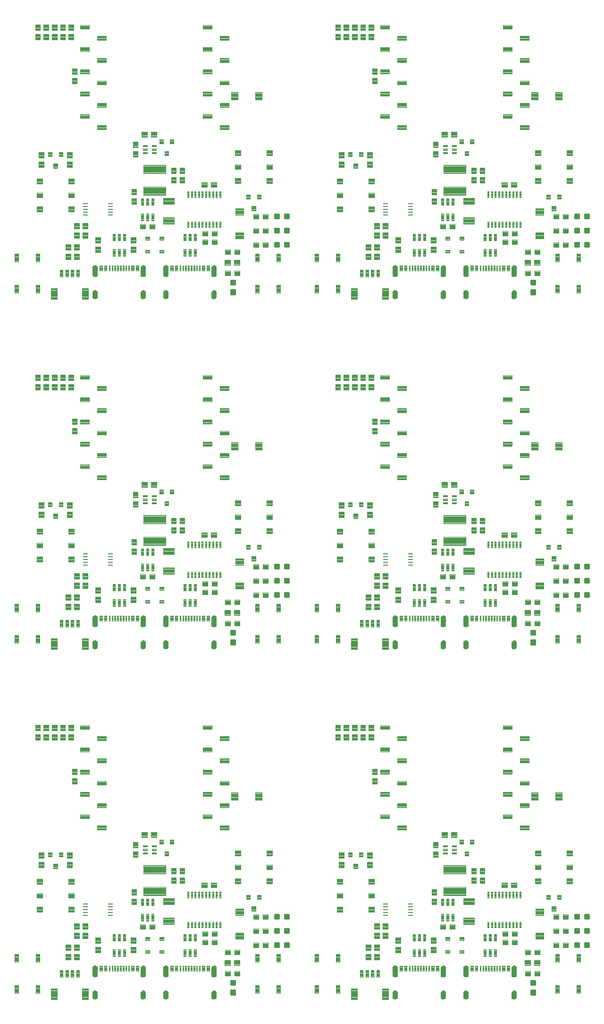
<source format=gtp>
G04 EAGLE Gerber RS-274X export*
G75*
%MOMM*%
%FSLAX34Y34*%
%LPD*%
%INSolderpaste Top*%
%IPPOS*%
%AMOC8*
5,1,8,0,0,1.08239X$1,22.5*%
G01*
%ADD10C,0.096000*%
%ADD11C,0.102000*%
%ADD12C,0.100000*%
%ADD13C,0.099059*%
%ADD14C,0.300000*%
%ADD15C,0.099000*%
%ADD16C,0.101600*%
%ADD17R,0.875000X0.250000*%
%ADD18C,0.100800*%
%ADD19C,0.102869*%
%ADD20C,0.104000*%

G36*
X385900Y1298711D02*
X385900Y1298711D01*
X385901Y1298711D01*
X386969Y1298730D01*
X386976Y1298735D01*
X386980Y1298731D01*
X388017Y1298987D01*
X388022Y1298994D01*
X388028Y1298991D01*
X388982Y1299472D01*
X388986Y1299479D01*
X388991Y1299478D01*
X389815Y1300159D01*
X389816Y1300167D01*
X389822Y1300167D01*
X390473Y1301014D01*
X390473Y1301022D01*
X390479Y1301023D01*
X390926Y1301994D01*
X390924Y1302002D01*
X390929Y1302004D01*
X391148Y1303050D01*
X391145Y1303057D01*
X391149Y1303060D01*
X391149Y1315060D01*
X391146Y1315065D01*
X391149Y1315068D01*
X390969Y1316163D01*
X390963Y1316169D01*
X390966Y1316174D01*
X390547Y1317202D01*
X390540Y1317206D01*
X390542Y1317211D01*
X389905Y1318120D01*
X389897Y1318123D01*
X389897Y1318128D01*
X389074Y1318872D01*
X389066Y1318873D01*
X389065Y1318879D01*
X388097Y1319421D01*
X388088Y1319420D01*
X388086Y1319426D01*
X387022Y1319739D01*
X387017Y1319737D01*
X387013Y1319737D01*
X387011Y1319741D01*
X385903Y1319809D01*
X385897Y1319805D01*
X385893Y1319809D01*
X384785Y1319639D01*
X384779Y1319633D01*
X384774Y1319636D01*
X383732Y1319224D01*
X383728Y1319217D01*
X383723Y1319219D01*
X382798Y1318585D01*
X382796Y1318577D01*
X382790Y1318578D01*
X382030Y1317755D01*
X382029Y1317746D01*
X382023Y1317746D01*
X381466Y1316774D01*
X381467Y1316766D01*
X381461Y1316764D01*
X381134Y1315692D01*
X381137Y1315684D01*
X381132Y1315681D01*
X381051Y1314564D01*
X381052Y1314561D01*
X381051Y1314560D01*
X381051Y1302560D01*
X381056Y1302553D01*
X381052Y1302549D01*
X381271Y1301605D01*
X381277Y1301599D01*
X381275Y1301594D01*
X381699Y1300722D01*
X381706Y1300719D01*
X381704Y1300713D01*
X382311Y1299957D01*
X382319Y1299955D01*
X382319Y1299949D01*
X383079Y1299348D01*
X383088Y1299348D01*
X383089Y1299342D01*
X383964Y1298924D01*
X383972Y1298926D01*
X383974Y1298921D01*
X384920Y1298709D01*
X384927Y1298712D01*
X384931Y1298707D01*
X385900Y1298711D01*
G37*
G36*
X797380Y1298711D02*
X797380Y1298711D01*
X797381Y1298711D01*
X798449Y1298730D01*
X798456Y1298735D01*
X798460Y1298731D01*
X799497Y1298987D01*
X799502Y1298994D01*
X799508Y1298991D01*
X800462Y1299472D01*
X800466Y1299479D01*
X800471Y1299478D01*
X801295Y1300159D01*
X801296Y1300167D01*
X801302Y1300167D01*
X801953Y1301014D01*
X801953Y1301022D01*
X801959Y1301023D01*
X802406Y1301994D01*
X802404Y1302002D01*
X802409Y1302004D01*
X802628Y1303050D01*
X802625Y1303057D01*
X802629Y1303060D01*
X802629Y1315060D01*
X802626Y1315065D01*
X802629Y1315068D01*
X802449Y1316163D01*
X802443Y1316169D01*
X802446Y1316174D01*
X802027Y1317202D01*
X802020Y1317206D01*
X802022Y1317211D01*
X801385Y1318120D01*
X801377Y1318123D01*
X801377Y1318128D01*
X800554Y1318872D01*
X800546Y1318873D01*
X800545Y1318879D01*
X799577Y1319421D01*
X799568Y1319420D01*
X799566Y1319426D01*
X798502Y1319739D01*
X798497Y1319737D01*
X798493Y1319737D01*
X798491Y1319741D01*
X797383Y1319809D01*
X797377Y1319805D01*
X797373Y1319809D01*
X796265Y1319639D01*
X796259Y1319633D01*
X796254Y1319636D01*
X795212Y1319224D01*
X795208Y1319217D01*
X795203Y1319219D01*
X794278Y1318585D01*
X794276Y1318577D01*
X794270Y1318578D01*
X793510Y1317755D01*
X793509Y1317746D01*
X793503Y1317746D01*
X792946Y1316774D01*
X792947Y1316766D01*
X792941Y1316764D01*
X792614Y1315692D01*
X792617Y1315684D01*
X792612Y1315681D01*
X792531Y1314564D01*
X792532Y1314561D01*
X792531Y1314560D01*
X792531Y1302560D01*
X792536Y1302553D01*
X792532Y1302549D01*
X792751Y1301605D01*
X792757Y1301599D01*
X792755Y1301594D01*
X793179Y1300722D01*
X793186Y1300719D01*
X793184Y1300713D01*
X793791Y1299957D01*
X793799Y1299955D01*
X793799Y1299949D01*
X794559Y1299348D01*
X794568Y1299348D01*
X794569Y1299342D01*
X795444Y1298924D01*
X795452Y1298926D01*
X795454Y1298921D01*
X796400Y1298709D01*
X796407Y1298712D01*
X796411Y1298707D01*
X797380Y1298711D01*
G37*
G36*
X924380Y1298711D02*
X924380Y1298711D01*
X924381Y1298711D01*
X925449Y1298730D01*
X925456Y1298735D01*
X925460Y1298731D01*
X926497Y1298987D01*
X926502Y1298994D01*
X926508Y1298991D01*
X927462Y1299472D01*
X927466Y1299479D01*
X927471Y1299478D01*
X928295Y1300159D01*
X928296Y1300167D01*
X928302Y1300167D01*
X928953Y1301014D01*
X928953Y1301022D01*
X928959Y1301023D01*
X929406Y1301994D01*
X929404Y1302002D01*
X929409Y1302004D01*
X929628Y1303050D01*
X929625Y1303057D01*
X929629Y1303060D01*
X929629Y1315060D01*
X929626Y1315065D01*
X929629Y1315068D01*
X929449Y1316163D01*
X929443Y1316169D01*
X929446Y1316174D01*
X929027Y1317202D01*
X929020Y1317206D01*
X929022Y1317211D01*
X928385Y1318120D01*
X928377Y1318123D01*
X928377Y1318128D01*
X927554Y1318872D01*
X927546Y1318873D01*
X927545Y1318879D01*
X926577Y1319421D01*
X926568Y1319420D01*
X926566Y1319426D01*
X925502Y1319739D01*
X925497Y1319737D01*
X925493Y1319737D01*
X925491Y1319741D01*
X924383Y1319809D01*
X924377Y1319805D01*
X924373Y1319809D01*
X923265Y1319639D01*
X923259Y1319633D01*
X923254Y1319636D01*
X922212Y1319224D01*
X922208Y1319217D01*
X922203Y1319219D01*
X921278Y1318585D01*
X921276Y1318577D01*
X921270Y1318578D01*
X920510Y1317755D01*
X920509Y1317746D01*
X920503Y1317746D01*
X919946Y1316774D01*
X919947Y1316766D01*
X919941Y1316764D01*
X919614Y1315692D01*
X919617Y1315684D01*
X919612Y1315681D01*
X919531Y1314564D01*
X919532Y1314561D01*
X919531Y1314560D01*
X919531Y1302560D01*
X919536Y1302553D01*
X919532Y1302549D01*
X919751Y1301605D01*
X919757Y1301599D01*
X919755Y1301594D01*
X920179Y1300722D01*
X920186Y1300719D01*
X920184Y1300713D01*
X920791Y1299957D01*
X920799Y1299955D01*
X920799Y1299949D01*
X921559Y1299348D01*
X921568Y1299348D01*
X921569Y1299342D01*
X922444Y1298924D01*
X922452Y1298926D01*
X922454Y1298921D01*
X923400Y1298709D01*
X923407Y1298712D01*
X923411Y1298707D01*
X924380Y1298711D01*
G37*
G36*
X258900Y1298711D02*
X258900Y1298711D01*
X258901Y1298711D01*
X259969Y1298730D01*
X259976Y1298735D01*
X259980Y1298731D01*
X261017Y1298987D01*
X261022Y1298994D01*
X261028Y1298991D01*
X261982Y1299472D01*
X261986Y1299479D01*
X261991Y1299478D01*
X262815Y1300159D01*
X262816Y1300167D01*
X262822Y1300167D01*
X263473Y1301014D01*
X263473Y1301022D01*
X263479Y1301023D01*
X263926Y1301994D01*
X263924Y1302002D01*
X263929Y1302004D01*
X264148Y1303050D01*
X264145Y1303057D01*
X264149Y1303060D01*
X264149Y1315060D01*
X264146Y1315065D01*
X264149Y1315068D01*
X263969Y1316163D01*
X263963Y1316169D01*
X263966Y1316174D01*
X263547Y1317202D01*
X263540Y1317206D01*
X263542Y1317211D01*
X262905Y1318120D01*
X262897Y1318123D01*
X262897Y1318128D01*
X262074Y1318872D01*
X262066Y1318873D01*
X262065Y1318879D01*
X261097Y1319421D01*
X261088Y1319420D01*
X261086Y1319426D01*
X260022Y1319739D01*
X260017Y1319737D01*
X260013Y1319737D01*
X260011Y1319741D01*
X258903Y1319809D01*
X258897Y1319805D01*
X258893Y1319809D01*
X257785Y1319639D01*
X257779Y1319633D01*
X257774Y1319636D01*
X256732Y1319224D01*
X256728Y1319217D01*
X256723Y1319219D01*
X255798Y1318585D01*
X255796Y1318577D01*
X255790Y1318578D01*
X255030Y1317755D01*
X255029Y1317746D01*
X255023Y1317746D01*
X254466Y1316774D01*
X254467Y1316766D01*
X254461Y1316764D01*
X254134Y1315692D01*
X254137Y1315684D01*
X254132Y1315681D01*
X254051Y1314564D01*
X254052Y1314561D01*
X254051Y1314560D01*
X254051Y1302560D01*
X254056Y1302553D01*
X254052Y1302549D01*
X254271Y1301605D01*
X254277Y1301599D01*
X254275Y1301594D01*
X254699Y1300722D01*
X254706Y1300719D01*
X254704Y1300713D01*
X255311Y1299957D01*
X255319Y1299955D01*
X255319Y1299949D01*
X256079Y1299348D01*
X256088Y1299348D01*
X256089Y1299342D01*
X256964Y1298924D01*
X256972Y1298926D01*
X256974Y1298921D01*
X257920Y1298709D01*
X257927Y1298712D01*
X257931Y1298707D01*
X258900Y1298711D01*
G37*
G36*
X385900Y671331D02*
X385900Y671331D01*
X385901Y671331D01*
X386969Y671350D01*
X386976Y671355D01*
X386980Y671351D01*
X388017Y671607D01*
X388022Y671614D01*
X388028Y671611D01*
X388982Y672092D01*
X388986Y672099D01*
X388991Y672098D01*
X389815Y672779D01*
X389816Y672787D01*
X389822Y672787D01*
X390473Y673634D01*
X390473Y673642D01*
X390479Y673643D01*
X390926Y674614D01*
X390924Y674622D01*
X390929Y674624D01*
X391148Y675670D01*
X391145Y675677D01*
X391149Y675680D01*
X391149Y687680D01*
X391146Y687685D01*
X391149Y687688D01*
X390969Y688783D01*
X390963Y688789D01*
X390966Y688794D01*
X390547Y689822D01*
X390540Y689826D01*
X390542Y689831D01*
X389905Y690740D01*
X389897Y690743D01*
X389897Y690748D01*
X389074Y691492D01*
X389066Y691493D01*
X389065Y691499D01*
X388097Y692041D01*
X388088Y692040D01*
X388086Y692046D01*
X387022Y692359D01*
X387017Y692357D01*
X387013Y692357D01*
X387011Y692361D01*
X385903Y692429D01*
X385897Y692425D01*
X385893Y692429D01*
X384785Y692259D01*
X384779Y692253D01*
X384774Y692256D01*
X383732Y691844D01*
X383728Y691837D01*
X383723Y691839D01*
X382798Y691205D01*
X382796Y691197D01*
X382790Y691198D01*
X382030Y690375D01*
X382029Y690366D01*
X382023Y690366D01*
X381466Y689394D01*
X381467Y689386D01*
X381461Y689384D01*
X381134Y688312D01*
X381137Y688304D01*
X381132Y688301D01*
X381051Y687184D01*
X381052Y687181D01*
X381051Y687180D01*
X381051Y675180D01*
X381056Y675173D01*
X381052Y675169D01*
X381271Y674225D01*
X381277Y674219D01*
X381275Y674214D01*
X381699Y673342D01*
X381706Y673339D01*
X381704Y673333D01*
X382311Y672577D01*
X382319Y672575D01*
X382319Y672569D01*
X383079Y671968D01*
X383088Y671968D01*
X383089Y671962D01*
X383964Y671544D01*
X383972Y671546D01*
X383974Y671541D01*
X384920Y671329D01*
X384927Y671332D01*
X384931Y671327D01*
X385900Y671331D01*
G37*
G36*
X797380Y671331D02*
X797380Y671331D01*
X797381Y671331D01*
X798449Y671350D01*
X798456Y671355D01*
X798460Y671351D01*
X799497Y671607D01*
X799502Y671614D01*
X799508Y671611D01*
X800462Y672092D01*
X800466Y672099D01*
X800471Y672098D01*
X801295Y672779D01*
X801296Y672787D01*
X801302Y672787D01*
X801953Y673634D01*
X801953Y673642D01*
X801959Y673643D01*
X802406Y674614D01*
X802404Y674622D01*
X802409Y674624D01*
X802628Y675670D01*
X802625Y675677D01*
X802629Y675680D01*
X802629Y687680D01*
X802626Y687685D01*
X802629Y687688D01*
X802449Y688783D01*
X802443Y688789D01*
X802446Y688794D01*
X802027Y689822D01*
X802020Y689826D01*
X802022Y689831D01*
X801385Y690740D01*
X801377Y690743D01*
X801377Y690748D01*
X800554Y691492D01*
X800546Y691493D01*
X800545Y691499D01*
X799577Y692041D01*
X799568Y692040D01*
X799566Y692046D01*
X798502Y692359D01*
X798497Y692357D01*
X798493Y692357D01*
X798491Y692361D01*
X797383Y692429D01*
X797377Y692425D01*
X797373Y692429D01*
X796265Y692259D01*
X796259Y692253D01*
X796254Y692256D01*
X795212Y691844D01*
X795208Y691837D01*
X795203Y691839D01*
X794278Y691205D01*
X794276Y691197D01*
X794270Y691198D01*
X793510Y690375D01*
X793509Y690366D01*
X793503Y690366D01*
X792946Y689394D01*
X792947Y689386D01*
X792941Y689384D01*
X792614Y688312D01*
X792617Y688304D01*
X792612Y688301D01*
X792531Y687184D01*
X792532Y687181D01*
X792531Y687180D01*
X792531Y675180D01*
X792536Y675173D01*
X792532Y675169D01*
X792751Y674225D01*
X792757Y674219D01*
X792755Y674214D01*
X793179Y673342D01*
X793186Y673339D01*
X793184Y673333D01*
X793791Y672577D01*
X793799Y672575D01*
X793799Y672569D01*
X794559Y671968D01*
X794568Y671968D01*
X794569Y671962D01*
X795444Y671544D01*
X795452Y671546D01*
X795454Y671541D01*
X796400Y671329D01*
X796407Y671332D01*
X796411Y671327D01*
X797380Y671331D01*
G37*
G36*
X924380Y671331D02*
X924380Y671331D01*
X924381Y671331D01*
X925449Y671350D01*
X925456Y671355D01*
X925460Y671351D01*
X926497Y671607D01*
X926502Y671614D01*
X926508Y671611D01*
X927462Y672092D01*
X927466Y672099D01*
X927471Y672098D01*
X928295Y672779D01*
X928296Y672787D01*
X928302Y672787D01*
X928953Y673634D01*
X928953Y673642D01*
X928959Y673643D01*
X929406Y674614D01*
X929404Y674622D01*
X929409Y674624D01*
X929628Y675670D01*
X929625Y675677D01*
X929629Y675680D01*
X929629Y687680D01*
X929626Y687685D01*
X929629Y687688D01*
X929449Y688783D01*
X929443Y688789D01*
X929446Y688794D01*
X929027Y689822D01*
X929020Y689826D01*
X929022Y689831D01*
X928385Y690740D01*
X928377Y690743D01*
X928377Y690748D01*
X927554Y691492D01*
X927546Y691493D01*
X927545Y691499D01*
X926577Y692041D01*
X926568Y692040D01*
X926566Y692046D01*
X925502Y692359D01*
X925497Y692357D01*
X925493Y692357D01*
X925491Y692361D01*
X924383Y692429D01*
X924377Y692425D01*
X924373Y692429D01*
X923265Y692259D01*
X923259Y692253D01*
X923254Y692256D01*
X922212Y691844D01*
X922208Y691837D01*
X922203Y691839D01*
X921278Y691205D01*
X921276Y691197D01*
X921270Y691198D01*
X920510Y690375D01*
X920509Y690366D01*
X920503Y690366D01*
X919946Y689394D01*
X919947Y689386D01*
X919941Y689384D01*
X919614Y688312D01*
X919617Y688304D01*
X919612Y688301D01*
X919531Y687184D01*
X919532Y687181D01*
X919531Y687180D01*
X919531Y675180D01*
X919536Y675173D01*
X919532Y675169D01*
X919751Y674225D01*
X919757Y674219D01*
X919755Y674214D01*
X920179Y673342D01*
X920186Y673339D01*
X920184Y673333D01*
X920791Y672577D01*
X920799Y672575D01*
X920799Y672569D01*
X921559Y671968D01*
X921568Y671968D01*
X921569Y671962D01*
X922444Y671544D01*
X922452Y671546D01*
X922454Y671541D01*
X923400Y671329D01*
X923407Y671332D01*
X923411Y671327D01*
X924380Y671331D01*
G37*
G36*
X258900Y671331D02*
X258900Y671331D01*
X258901Y671331D01*
X259969Y671350D01*
X259976Y671355D01*
X259980Y671351D01*
X261017Y671607D01*
X261022Y671614D01*
X261028Y671611D01*
X261982Y672092D01*
X261986Y672099D01*
X261991Y672098D01*
X262815Y672779D01*
X262816Y672787D01*
X262822Y672787D01*
X263473Y673634D01*
X263473Y673642D01*
X263479Y673643D01*
X263926Y674614D01*
X263924Y674622D01*
X263929Y674624D01*
X264148Y675670D01*
X264145Y675677D01*
X264149Y675680D01*
X264149Y687680D01*
X264146Y687685D01*
X264149Y687688D01*
X263969Y688783D01*
X263963Y688789D01*
X263966Y688794D01*
X263547Y689822D01*
X263540Y689826D01*
X263542Y689831D01*
X262905Y690740D01*
X262897Y690743D01*
X262897Y690748D01*
X262074Y691492D01*
X262066Y691493D01*
X262065Y691499D01*
X261097Y692041D01*
X261088Y692040D01*
X261086Y692046D01*
X260022Y692359D01*
X260017Y692357D01*
X260013Y692357D01*
X260011Y692361D01*
X258903Y692429D01*
X258897Y692425D01*
X258893Y692429D01*
X257785Y692259D01*
X257779Y692253D01*
X257774Y692256D01*
X256732Y691844D01*
X256728Y691837D01*
X256723Y691839D01*
X255798Y691205D01*
X255796Y691197D01*
X255790Y691198D01*
X255030Y690375D01*
X255029Y690366D01*
X255023Y690366D01*
X254466Y689394D01*
X254467Y689386D01*
X254461Y689384D01*
X254134Y688312D01*
X254137Y688304D01*
X254132Y688301D01*
X254051Y687184D01*
X254052Y687181D01*
X254051Y687180D01*
X254051Y675180D01*
X254056Y675173D01*
X254052Y675169D01*
X254271Y674225D01*
X254277Y674219D01*
X254275Y674214D01*
X254699Y673342D01*
X254706Y673339D01*
X254704Y673333D01*
X255311Y672577D01*
X255319Y672575D01*
X255319Y672569D01*
X256079Y671968D01*
X256088Y671968D01*
X256089Y671962D01*
X256964Y671544D01*
X256972Y671546D01*
X256974Y671541D01*
X257920Y671329D01*
X257927Y671332D01*
X257931Y671327D01*
X258900Y671331D01*
G37*
G36*
X385900Y43951D02*
X385900Y43951D01*
X385901Y43951D01*
X386969Y43970D01*
X386976Y43975D01*
X386980Y43971D01*
X388017Y44227D01*
X388022Y44234D01*
X388028Y44231D01*
X388982Y44712D01*
X388986Y44719D01*
X388991Y44718D01*
X389815Y45399D01*
X389816Y45407D01*
X389822Y45407D01*
X390473Y46254D01*
X390473Y46262D01*
X390479Y46263D01*
X390926Y47234D01*
X390924Y47242D01*
X390929Y47244D01*
X391148Y48290D01*
X391145Y48297D01*
X391149Y48300D01*
X391149Y60300D01*
X391146Y60305D01*
X391149Y60308D01*
X390969Y61403D01*
X390963Y61409D01*
X390966Y61414D01*
X390547Y62442D01*
X390540Y62446D01*
X390542Y62451D01*
X389905Y63360D01*
X389897Y63363D01*
X389897Y63368D01*
X389074Y64112D01*
X389066Y64113D01*
X389065Y64119D01*
X388097Y64661D01*
X388088Y64660D01*
X388086Y64666D01*
X387022Y64979D01*
X387017Y64977D01*
X387013Y64977D01*
X387011Y64981D01*
X385903Y65049D01*
X385897Y65045D01*
X385893Y65049D01*
X384785Y64879D01*
X384779Y64873D01*
X384774Y64876D01*
X383732Y64464D01*
X383728Y64457D01*
X383723Y64459D01*
X382798Y63825D01*
X382796Y63817D01*
X382790Y63818D01*
X382030Y62995D01*
X382029Y62986D01*
X382023Y62986D01*
X381466Y62014D01*
X381467Y62006D01*
X381461Y62004D01*
X381134Y60932D01*
X381137Y60924D01*
X381132Y60921D01*
X381051Y59804D01*
X381052Y59801D01*
X381051Y59800D01*
X381051Y47800D01*
X381056Y47793D01*
X381052Y47789D01*
X381271Y46845D01*
X381277Y46839D01*
X381275Y46834D01*
X381699Y45962D01*
X381706Y45959D01*
X381704Y45953D01*
X382311Y45197D01*
X382319Y45195D01*
X382319Y45189D01*
X383079Y44588D01*
X383088Y44588D01*
X383089Y44582D01*
X383964Y44164D01*
X383972Y44166D01*
X383974Y44161D01*
X384920Y43949D01*
X384927Y43952D01*
X384931Y43947D01*
X385900Y43951D01*
G37*
G36*
X258900Y43951D02*
X258900Y43951D01*
X258901Y43951D01*
X259969Y43970D01*
X259976Y43975D01*
X259980Y43971D01*
X261017Y44227D01*
X261022Y44234D01*
X261028Y44231D01*
X261982Y44712D01*
X261986Y44719D01*
X261991Y44718D01*
X262815Y45399D01*
X262816Y45407D01*
X262822Y45407D01*
X263473Y46254D01*
X263473Y46262D01*
X263479Y46263D01*
X263926Y47234D01*
X263924Y47242D01*
X263929Y47244D01*
X264148Y48290D01*
X264145Y48297D01*
X264149Y48300D01*
X264149Y60300D01*
X264146Y60305D01*
X264149Y60308D01*
X263969Y61403D01*
X263963Y61409D01*
X263966Y61414D01*
X263547Y62442D01*
X263540Y62446D01*
X263542Y62451D01*
X262905Y63360D01*
X262897Y63363D01*
X262897Y63368D01*
X262074Y64112D01*
X262066Y64113D01*
X262065Y64119D01*
X261097Y64661D01*
X261088Y64660D01*
X261086Y64666D01*
X260022Y64979D01*
X260017Y64977D01*
X260013Y64977D01*
X260011Y64981D01*
X258903Y65049D01*
X258897Y65045D01*
X258893Y65049D01*
X257785Y64879D01*
X257779Y64873D01*
X257774Y64876D01*
X256732Y64464D01*
X256728Y64457D01*
X256723Y64459D01*
X255798Y63825D01*
X255796Y63817D01*
X255790Y63818D01*
X255030Y62995D01*
X255029Y62986D01*
X255023Y62986D01*
X254466Y62014D01*
X254467Y62006D01*
X254461Y62004D01*
X254134Y60932D01*
X254137Y60924D01*
X254132Y60921D01*
X254051Y59804D01*
X254052Y59801D01*
X254051Y59800D01*
X254051Y47800D01*
X254056Y47793D01*
X254052Y47789D01*
X254271Y46845D01*
X254277Y46839D01*
X254275Y46834D01*
X254699Y45962D01*
X254706Y45959D01*
X254704Y45953D01*
X255311Y45197D01*
X255319Y45195D01*
X255319Y45189D01*
X256079Y44588D01*
X256088Y44588D01*
X256089Y44582D01*
X256964Y44164D01*
X256972Y44166D01*
X256974Y44161D01*
X257920Y43949D01*
X257927Y43952D01*
X257931Y43947D01*
X258900Y43951D01*
G37*
G36*
X924380Y43951D02*
X924380Y43951D01*
X924381Y43951D01*
X925449Y43970D01*
X925456Y43975D01*
X925460Y43971D01*
X926497Y44227D01*
X926502Y44234D01*
X926508Y44231D01*
X927462Y44712D01*
X927466Y44719D01*
X927471Y44718D01*
X928295Y45399D01*
X928296Y45407D01*
X928302Y45407D01*
X928953Y46254D01*
X928953Y46262D01*
X928959Y46263D01*
X929406Y47234D01*
X929404Y47242D01*
X929409Y47244D01*
X929628Y48290D01*
X929625Y48297D01*
X929629Y48300D01*
X929629Y60300D01*
X929626Y60305D01*
X929629Y60308D01*
X929449Y61403D01*
X929443Y61409D01*
X929446Y61414D01*
X929027Y62442D01*
X929020Y62446D01*
X929022Y62451D01*
X928385Y63360D01*
X928377Y63363D01*
X928377Y63368D01*
X927554Y64112D01*
X927546Y64113D01*
X927545Y64119D01*
X926577Y64661D01*
X926568Y64660D01*
X926566Y64666D01*
X925502Y64979D01*
X925497Y64977D01*
X925493Y64977D01*
X925491Y64981D01*
X924383Y65049D01*
X924377Y65045D01*
X924373Y65049D01*
X923265Y64879D01*
X923259Y64873D01*
X923254Y64876D01*
X922212Y64464D01*
X922208Y64457D01*
X922203Y64459D01*
X921278Y63825D01*
X921276Y63817D01*
X921270Y63818D01*
X920510Y62995D01*
X920509Y62986D01*
X920503Y62986D01*
X919946Y62014D01*
X919947Y62006D01*
X919941Y62004D01*
X919614Y60932D01*
X919617Y60924D01*
X919612Y60921D01*
X919531Y59804D01*
X919532Y59801D01*
X919531Y59800D01*
X919531Y47800D01*
X919536Y47793D01*
X919532Y47789D01*
X919751Y46845D01*
X919757Y46839D01*
X919755Y46834D01*
X920179Y45962D01*
X920186Y45959D01*
X920184Y45953D01*
X920791Y45197D01*
X920799Y45195D01*
X920799Y45189D01*
X921559Y44588D01*
X921568Y44588D01*
X921569Y44582D01*
X922444Y44164D01*
X922452Y44166D01*
X922454Y44161D01*
X923400Y43949D01*
X923407Y43952D01*
X923411Y43947D01*
X924380Y43951D01*
G37*
G36*
X797380Y43951D02*
X797380Y43951D01*
X797381Y43951D01*
X798449Y43970D01*
X798456Y43975D01*
X798460Y43971D01*
X799497Y44227D01*
X799502Y44234D01*
X799508Y44231D01*
X800462Y44712D01*
X800466Y44719D01*
X800471Y44718D01*
X801295Y45399D01*
X801296Y45407D01*
X801302Y45407D01*
X801953Y46254D01*
X801953Y46262D01*
X801959Y46263D01*
X802406Y47234D01*
X802404Y47242D01*
X802409Y47244D01*
X802628Y48290D01*
X802625Y48297D01*
X802629Y48300D01*
X802629Y60300D01*
X802626Y60305D01*
X802629Y60308D01*
X802449Y61403D01*
X802443Y61409D01*
X802446Y61414D01*
X802027Y62442D01*
X802020Y62446D01*
X802022Y62451D01*
X801385Y63360D01*
X801377Y63363D01*
X801377Y63368D01*
X800554Y64112D01*
X800546Y64113D01*
X800545Y64119D01*
X799577Y64661D01*
X799568Y64660D01*
X799566Y64666D01*
X798502Y64979D01*
X798497Y64977D01*
X798493Y64977D01*
X798491Y64981D01*
X797383Y65049D01*
X797377Y65045D01*
X797373Y65049D01*
X796265Y64879D01*
X796259Y64873D01*
X796254Y64876D01*
X795212Y64464D01*
X795208Y64457D01*
X795203Y64459D01*
X794278Y63825D01*
X794276Y63817D01*
X794270Y63818D01*
X793510Y62995D01*
X793509Y62986D01*
X793503Y62986D01*
X792946Y62014D01*
X792947Y62006D01*
X792941Y62004D01*
X792614Y60932D01*
X792617Y60924D01*
X792612Y60921D01*
X792531Y59804D01*
X792532Y59801D01*
X792531Y59800D01*
X792531Y47800D01*
X792536Y47793D01*
X792532Y47789D01*
X792751Y46845D01*
X792757Y46839D01*
X792755Y46834D01*
X793179Y45962D01*
X793186Y45959D01*
X793184Y45953D01*
X793791Y45197D01*
X793799Y45195D01*
X793799Y45189D01*
X794559Y44588D01*
X794568Y44588D01*
X794569Y44582D01*
X795444Y44164D01*
X795452Y44166D01*
X795454Y44161D01*
X796400Y43949D01*
X796407Y43952D01*
X796411Y43947D01*
X797380Y43951D01*
G37*
G36*
X300481Y1298720D02*
X300481Y1298720D01*
X300488Y1298725D01*
X300492Y1298721D01*
X301544Y1298971D01*
X301549Y1298977D01*
X301554Y1298974D01*
X302524Y1299451D01*
X302527Y1299459D01*
X302533Y1299457D01*
X303372Y1300138D01*
X303374Y1300146D01*
X303380Y1300146D01*
X304046Y1300997D01*
X304047Y1301005D01*
X304052Y1301006D01*
X304513Y1301983D01*
X304511Y1301991D01*
X304517Y1301994D01*
X304748Y1303049D01*
X304745Y1303057D01*
X304749Y1303060D01*
X304749Y1315060D01*
X304745Y1315065D01*
X304749Y1315068D01*
X304556Y1316174D01*
X304550Y1316179D01*
X304553Y1316184D01*
X304120Y1317219D01*
X304113Y1317223D01*
X304115Y1317228D01*
X303462Y1318141D01*
X303454Y1318143D01*
X303455Y1318149D01*
X302616Y1318893D01*
X302607Y1318894D01*
X302607Y1318899D01*
X301623Y1319438D01*
X301615Y1319437D01*
X301613Y1319442D01*
X300534Y1319749D01*
X300526Y1319746D01*
X300523Y1319751D01*
X299403Y1319809D01*
X299398Y1319806D01*
X299395Y1319809D01*
X298349Y1319691D01*
X298343Y1319685D01*
X298338Y1319689D01*
X297344Y1319341D01*
X297340Y1319334D01*
X297335Y1319336D01*
X296443Y1318776D01*
X296441Y1318769D01*
X296435Y1318769D01*
X295691Y1318025D01*
X295689Y1318017D01*
X295684Y1318017D01*
X295124Y1317125D01*
X295124Y1317117D01*
X295119Y1317116D01*
X294771Y1316122D01*
X294774Y1316114D01*
X294769Y1316111D01*
X294651Y1315066D01*
X294653Y1315062D01*
X294651Y1315060D01*
X294651Y1303060D01*
X294654Y1303055D01*
X294651Y1303052D01*
X294809Y1302056D01*
X294815Y1302050D01*
X294812Y1302045D01*
X295187Y1301109D01*
X295194Y1301105D01*
X295192Y1301099D01*
X295766Y1300270D01*
X295774Y1300267D01*
X295773Y1300262D01*
X296517Y1299581D01*
X296526Y1299580D01*
X296526Y1299574D01*
X297403Y1299076D01*
X297412Y1299077D01*
X297414Y1299072D01*
X298379Y1298781D01*
X298387Y1298784D01*
X298390Y1298779D01*
X299397Y1298711D01*
X299399Y1298712D01*
X299400Y1298711D01*
X300481Y1298720D01*
G37*
G36*
X838961Y1298720D02*
X838961Y1298720D01*
X838968Y1298725D01*
X838972Y1298721D01*
X840024Y1298971D01*
X840029Y1298977D01*
X840034Y1298974D01*
X841004Y1299451D01*
X841007Y1299459D01*
X841013Y1299457D01*
X841852Y1300138D01*
X841854Y1300146D01*
X841860Y1300146D01*
X842526Y1300997D01*
X842527Y1301005D01*
X842532Y1301006D01*
X842993Y1301983D01*
X842991Y1301991D01*
X842997Y1301994D01*
X843228Y1303049D01*
X843225Y1303057D01*
X843229Y1303060D01*
X843229Y1315060D01*
X843225Y1315065D01*
X843229Y1315068D01*
X843036Y1316174D01*
X843030Y1316179D01*
X843033Y1316184D01*
X842600Y1317219D01*
X842593Y1317223D01*
X842595Y1317228D01*
X841942Y1318141D01*
X841934Y1318143D01*
X841935Y1318149D01*
X841096Y1318893D01*
X841087Y1318894D01*
X841087Y1318899D01*
X840103Y1319438D01*
X840095Y1319437D01*
X840093Y1319442D01*
X839014Y1319749D01*
X839006Y1319746D01*
X839003Y1319751D01*
X837883Y1319809D01*
X837878Y1319806D01*
X837875Y1319809D01*
X836829Y1319691D01*
X836823Y1319685D01*
X836818Y1319689D01*
X835824Y1319341D01*
X835820Y1319334D01*
X835815Y1319336D01*
X834923Y1318776D01*
X834921Y1318769D01*
X834915Y1318769D01*
X834171Y1318025D01*
X834169Y1318017D01*
X834164Y1318017D01*
X833604Y1317125D01*
X833604Y1317117D01*
X833599Y1317116D01*
X833251Y1316122D01*
X833254Y1316114D01*
X833249Y1316111D01*
X833131Y1315066D01*
X833133Y1315062D01*
X833131Y1315060D01*
X833131Y1303060D01*
X833134Y1303055D01*
X833131Y1303052D01*
X833289Y1302056D01*
X833295Y1302050D01*
X833292Y1302045D01*
X833667Y1301109D01*
X833674Y1301105D01*
X833672Y1301099D01*
X834246Y1300270D01*
X834254Y1300267D01*
X834253Y1300262D01*
X834997Y1299581D01*
X835006Y1299580D01*
X835006Y1299574D01*
X835883Y1299076D01*
X835892Y1299077D01*
X835894Y1299072D01*
X836859Y1298781D01*
X836867Y1298784D01*
X836870Y1298779D01*
X837877Y1298711D01*
X837879Y1298712D01*
X837880Y1298711D01*
X838961Y1298720D01*
G37*
G36*
X173481Y1298720D02*
X173481Y1298720D01*
X173488Y1298725D01*
X173492Y1298721D01*
X174544Y1298971D01*
X174549Y1298977D01*
X174554Y1298974D01*
X175524Y1299451D01*
X175527Y1299459D01*
X175533Y1299457D01*
X176372Y1300138D01*
X176374Y1300146D01*
X176380Y1300146D01*
X177046Y1300997D01*
X177047Y1301005D01*
X177052Y1301006D01*
X177513Y1301983D01*
X177511Y1301991D01*
X177517Y1301994D01*
X177748Y1303049D01*
X177745Y1303057D01*
X177749Y1303060D01*
X177749Y1315060D01*
X177745Y1315065D01*
X177749Y1315068D01*
X177556Y1316174D01*
X177550Y1316179D01*
X177553Y1316184D01*
X177120Y1317219D01*
X177113Y1317223D01*
X177115Y1317228D01*
X176462Y1318141D01*
X176454Y1318143D01*
X176455Y1318149D01*
X175616Y1318893D01*
X175607Y1318894D01*
X175607Y1318899D01*
X174623Y1319438D01*
X174615Y1319437D01*
X174613Y1319442D01*
X173534Y1319749D01*
X173526Y1319746D01*
X173523Y1319751D01*
X172403Y1319809D01*
X172398Y1319806D01*
X172395Y1319809D01*
X171349Y1319691D01*
X171343Y1319685D01*
X171338Y1319689D01*
X170344Y1319341D01*
X170340Y1319334D01*
X170335Y1319336D01*
X169443Y1318776D01*
X169441Y1318769D01*
X169435Y1318769D01*
X168691Y1318025D01*
X168689Y1318017D01*
X168684Y1318017D01*
X168124Y1317125D01*
X168124Y1317117D01*
X168119Y1317116D01*
X167771Y1316122D01*
X167774Y1316114D01*
X167769Y1316111D01*
X167651Y1315066D01*
X167653Y1315062D01*
X167651Y1315060D01*
X167651Y1303060D01*
X167654Y1303055D01*
X167651Y1303052D01*
X167809Y1302056D01*
X167815Y1302050D01*
X167812Y1302045D01*
X168187Y1301109D01*
X168194Y1301105D01*
X168192Y1301099D01*
X168766Y1300270D01*
X168774Y1300267D01*
X168773Y1300262D01*
X169517Y1299581D01*
X169526Y1299580D01*
X169526Y1299574D01*
X170403Y1299076D01*
X170412Y1299077D01*
X170414Y1299072D01*
X171379Y1298781D01*
X171387Y1298784D01*
X171390Y1298779D01*
X172397Y1298711D01*
X172399Y1298712D01*
X172400Y1298711D01*
X173481Y1298720D01*
G37*
G36*
X711961Y1298720D02*
X711961Y1298720D01*
X711968Y1298725D01*
X711972Y1298721D01*
X713024Y1298971D01*
X713029Y1298977D01*
X713034Y1298974D01*
X714004Y1299451D01*
X714007Y1299459D01*
X714013Y1299457D01*
X714852Y1300138D01*
X714854Y1300146D01*
X714860Y1300146D01*
X715526Y1300997D01*
X715527Y1301005D01*
X715532Y1301006D01*
X715993Y1301983D01*
X715991Y1301991D01*
X715997Y1301994D01*
X716228Y1303049D01*
X716225Y1303057D01*
X716229Y1303060D01*
X716229Y1315060D01*
X716225Y1315065D01*
X716229Y1315068D01*
X716036Y1316174D01*
X716030Y1316179D01*
X716033Y1316184D01*
X715600Y1317219D01*
X715593Y1317223D01*
X715595Y1317228D01*
X714942Y1318141D01*
X714934Y1318143D01*
X714935Y1318149D01*
X714096Y1318893D01*
X714087Y1318894D01*
X714087Y1318899D01*
X713103Y1319438D01*
X713095Y1319437D01*
X713093Y1319442D01*
X712014Y1319749D01*
X712006Y1319746D01*
X712003Y1319751D01*
X710883Y1319809D01*
X710878Y1319806D01*
X710875Y1319809D01*
X709829Y1319691D01*
X709823Y1319685D01*
X709818Y1319689D01*
X708824Y1319341D01*
X708820Y1319334D01*
X708815Y1319336D01*
X707923Y1318776D01*
X707921Y1318769D01*
X707915Y1318769D01*
X707171Y1318025D01*
X707169Y1318017D01*
X707164Y1318017D01*
X706604Y1317125D01*
X706604Y1317117D01*
X706599Y1317116D01*
X706251Y1316122D01*
X706254Y1316114D01*
X706249Y1316111D01*
X706131Y1315066D01*
X706133Y1315062D01*
X706131Y1315060D01*
X706131Y1303060D01*
X706134Y1303055D01*
X706131Y1303052D01*
X706289Y1302056D01*
X706295Y1302050D01*
X706292Y1302045D01*
X706667Y1301109D01*
X706674Y1301105D01*
X706672Y1301099D01*
X707246Y1300270D01*
X707254Y1300267D01*
X707253Y1300262D01*
X707997Y1299581D01*
X708006Y1299580D01*
X708006Y1299574D01*
X708883Y1299076D01*
X708892Y1299077D01*
X708894Y1299072D01*
X709859Y1298781D01*
X709867Y1298784D01*
X709870Y1298779D01*
X710877Y1298711D01*
X710879Y1298712D01*
X710880Y1298711D01*
X711961Y1298720D01*
G37*
G36*
X711961Y43960D02*
X711961Y43960D01*
X711968Y43965D01*
X711972Y43961D01*
X713024Y44211D01*
X713029Y44217D01*
X713034Y44214D01*
X714004Y44691D01*
X714007Y44699D01*
X714013Y44697D01*
X714852Y45378D01*
X714854Y45386D01*
X714860Y45386D01*
X715526Y46237D01*
X715527Y46245D01*
X715532Y46246D01*
X715993Y47223D01*
X715991Y47231D01*
X715997Y47234D01*
X716228Y48289D01*
X716225Y48297D01*
X716229Y48300D01*
X716229Y60300D01*
X716225Y60305D01*
X716229Y60308D01*
X716036Y61414D01*
X716030Y61419D01*
X716033Y61424D01*
X715600Y62459D01*
X715593Y62463D01*
X715595Y62468D01*
X714942Y63381D01*
X714934Y63383D01*
X714935Y63389D01*
X714096Y64133D01*
X714087Y64134D01*
X714087Y64139D01*
X713103Y64678D01*
X713095Y64677D01*
X713093Y64682D01*
X712014Y64989D01*
X712006Y64986D01*
X712003Y64991D01*
X710883Y65049D01*
X710878Y65046D01*
X710875Y65049D01*
X709829Y64931D01*
X709823Y64925D01*
X709818Y64929D01*
X708824Y64581D01*
X708820Y64574D01*
X708815Y64576D01*
X707923Y64016D01*
X707921Y64009D01*
X707915Y64009D01*
X707171Y63265D01*
X707169Y63257D01*
X707164Y63257D01*
X706604Y62365D01*
X706604Y62357D01*
X706599Y62356D01*
X706251Y61362D01*
X706254Y61354D01*
X706249Y61351D01*
X706131Y60306D01*
X706133Y60302D01*
X706131Y60300D01*
X706131Y48300D01*
X706134Y48295D01*
X706131Y48292D01*
X706289Y47296D01*
X706295Y47290D01*
X706292Y47285D01*
X706667Y46349D01*
X706674Y46345D01*
X706672Y46339D01*
X707246Y45510D01*
X707254Y45507D01*
X707253Y45502D01*
X707997Y44821D01*
X708006Y44820D01*
X708006Y44814D01*
X708883Y44316D01*
X708892Y44317D01*
X708894Y44312D01*
X709859Y44021D01*
X709867Y44024D01*
X709870Y44019D01*
X710877Y43951D01*
X710879Y43952D01*
X710880Y43951D01*
X711961Y43960D01*
G37*
G36*
X300481Y43960D02*
X300481Y43960D01*
X300488Y43965D01*
X300492Y43961D01*
X301544Y44211D01*
X301549Y44217D01*
X301554Y44214D01*
X302524Y44691D01*
X302527Y44699D01*
X302533Y44697D01*
X303372Y45378D01*
X303374Y45386D01*
X303380Y45386D01*
X304046Y46237D01*
X304047Y46245D01*
X304052Y46246D01*
X304513Y47223D01*
X304511Y47231D01*
X304517Y47234D01*
X304748Y48289D01*
X304745Y48297D01*
X304749Y48300D01*
X304749Y60300D01*
X304745Y60305D01*
X304749Y60308D01*
X304556Y61414D01*
X304550Y61419D01*
X304553Y61424D01*
X304120Y62459D01*
X304113Y62463D01*
X304115Y62468D01*
X303462Y63381D01*
X303454Y63383D01*
X303455Y63389D01*
X302616Y64133D01*
X302607Y64134D01*
X302607Y64139D01*
X301623Y64678D01*
X301615Y64677D01*
X301613Y64682D01*
X300534Y64989D01*
X300526Y64986D01*
X300523Y64991D01*
X299403Y65049D01*
X299398Y65046D01*
X299395Y65049D01*
X298349Y64931D01*
X298343Y64925D01*
X298338Y64929D01*
X297344Y64581D01*
X297340Y64574D01*
X297335Y64576D01*
X296443Y64016D01*
X296441Y64009D01*
X296435Y64009D01*
X295691Y63265D01*
X295689Y63257D01*
X295684Y63257D01*
X295124Y62365D01*
X295124Y62357D01*
X295119Y62356D01*
X294771Y61362D01*
X294774Y61354D01*
X294769Y61351D01*
X294651Y60306D01*
X294653Y60302D01*
X294651Y60300D01*
X294651Y48300D01*
X294654Y48295D01*
X294651Y48292D01*
X294809Y47296D01*
X294815Y47290D01*
X294812Y47285D01*
X295187Y46349D01*
X295194Y46345D01*
X295192Y46339D01*
X295766Y45510D01*
X295774Y45507D01*
X295773Y45502D01*
X296517Y44821D01*
X296526Y44820D01*
X296526Y44814D01*
X297403Y44316D01*
X297412Y44317D01*
X297414Y44312D01*
X298379Y44021D01*
X298387Y44024D01*
X298390Y44019D01*
X299397Y43951D01*
X299399Y43952D01*
X299400Y43951D01*
X300481Y43960D01*
G37*
G36*
X173481Y43960D02*
X173481Y43960D01*
X173488Y43965D01*
X173492Y43961D01*
X174544Y44211D01*
X174549Y44217D01*
X174554Y44214D01*
X175524Y44691D01*
X175527Y44699D01*
X175533Y44697D01*
X176372Y45378D01*
X176374Y45386D01*
X176380Y45386D01*
X177046Y46237D01*
X177047Y46245D01*
X177052Y46246D01*
X177513Y47223D01*
X177511Y47231D01*
X177517Y47234D01*
X177748Y48289D01*
X177745Y48297D01*
X177749Y48300D01*
X177749Y60300D01*
X177745Y60305D01*
X177749Y60308D01*
X177556Y61414D01*
X177550Y61419D01*
X177553Y61424D01*
X177120Y62459D01*
X177113Y62463D01*
X177115Y62468D01*
X176462Y63381D01*
X176454Y63383D01*
X176455Y63389D01*
X175616Y64133D01*
X175607Y64134D01*
X175607Y64139D01*
X174623Y64678D01*
X174615Y64677D01*
X174613Y64682D01*
X173534Y64989D01*
X173526Y64986D01*
X173523Y64991D01*
X172403Y65049D01*
X172398Y65046D01*
X172395Y65049D01*
X171349Y64931D01*
X171343Y64925D01*
X171338Y64929D01*
X170344Y64581D01*
X170340Y64574D01*
X170335Y64576D01*
X169443Y64016D01*
X169441Y64009D01*
X169435Y64009D01*
X168691Y63265D01*
X168689Y63257D01*
X168684Y63257D01*
X168124Y62365D01*
X168124Y62357D01*
X168119Y62356D01*
X167771Y61362D01*
X167774Y61354D01*
X167769Y61351D01*
X167651Y60306D01*
X167653Y60302D01*
X167651Y60300D01*
X167651Y48300D01*
X167654Y48295D01*
X167651Y48292D01*
X167809Y47296D01*
X167815Y47290D01*
X167812Y47285D01*
X168187Y46349D01*
X168194Y46345D01*
X168192Y46339D01*
X168766Y45510D01*
X168774Y45507D01*
X168773Y45502D01*
X169517Y44821D01*
X169526Y44820D01*
X169526Y44814D01*
X170403Y44316D01*
X170412Y44317D01*
X170414Y44312D01*
X171379Y44021D01*
X171387Y44024D01*
X171390Y44019D01*
X172397Y43951D01*
X172399Y43952D01*
X172400Y43951D01*
X173481Y43960D01*
G37*
G36*
X838961Y43960D02*
X838961Y43960D01*
X838968Y43965D01*
X838972Y43961D01*
X840024Y44211D01*
X840029Y44217D01*
X840034Y44214D01*
X841004Y44691D01*
X841007Y44699D01*
X841013Y44697D01*
X841852Y45378D01*
X841854Y45386D01*
X841860Y45386D01*
X842526Y46237D01*
X842527Y46245D01*
X842532Y46246D01*
X842993Y47223D01*
X842991Y47231D01*
X842997Y47234D01*
X843228Y48289D01*
X843225Y48297D01*
X843229Y48300D01*
X843229Y60300D01*
X843225Y60305D01*
X843229Y60308D01*
X843036Y61414D01*
X843030Y61419D01*
X843033Y61424D01*
X842600Y62459D01*
X842593Y62463D01*
X842595Y62468D01*
X841942Y63381D01*
X841934Y63383D01*
X841935Y63389D01*
X841096Y64133D01*
X841087Y64134D01*
X841087Y64139D01*
X840103Y64678D01*
X840095Y64677D01*
X840093Y64682D01*
X839014Y64989D01*
X839006Y64986D01*
X839003Y64991D01*
X837883Y65049D01*
X837878Y65046D01*
X837875Y65049D01*
X836829Y64931D01*
X836823Y64925D01*
X836818Y64929D01*
X835824Y64581D01*
X835820Y64574D01*
X835815Y64576D01*
X834923Y64016D01*
X834921Y64009D01*
X834915Y64009D01*
X834171Y63265D01*
X834169Y63257D01*
X834164Y63257D01*
X833604Y62365D01*
X833604Y62357D01*
X833599Y62356D01*
X833251Y61362D01*
X833254Y61354D01*
X833249Y61351D01*
X833131Y60306D01*
X833133Y60302D01*
X833131Y60300D01*
X833131Y48300D01*
X833134Y48295D01*
X833131Y48292D01*
X833289Y47296D01*
X833295Y47290D01*
X833292Y47285D01*
X833667Y46349D01*
X833674Y46345D01*
X833672Y46339D01*
X834246Y45510D01*
X834254Y45507D01*
X834253Y45502D01*
X834997Y44821D01*
X835006Y44820D01*
X835006Y44814D01*
X835883Y44316D01*
X835892Y44317D01*
X835894Y44312D01*
X836859Y44021D01*
X836867Y44024D01*
X836870Y44019D01*
X837877Y43951D01*
X837879Y43952D01*
X837880Y43951D01*
X838961Y43960D01*
G37*
G36*
X838961Y671340D02*
X838961Y671340D01*
X838968Y671345D01*
X838972Y671341D01*
X840024Y671591D01*
X840029Y671597D01*
X840034Y671594D01*
X841004Y672071D01*
X841007Y672079D01*
X841013Y672077D01*
X841852Y672758D01*
X841854Y672766D01*
X841860Y672766D01*
X842526Y673617D01*
X842527Y673625D01*
X842532Y673626D01*
X842993Y674603D01*
X842991Y674611D01*
X842997Y674614D01*
X843228Y675669D01*
X843225Y675677D01*
X843229Y675680D01*
X843229Y687680D01*
X843225Y687685D01*
X843229Y687688D01*
X843036Y688794D01*
X843030Y688799D01*
X843033Y688804D01*
X842600Y689839D01*
X842593Y689843D01*
X842595Y689848D01*
X841942Y690761D01*
X841934Y690763D01*
X841935Y690769D01*
X841096Y691513D01*
X841087Y691514D01*
X841087Y691519D01*
X840103Y692058D01*
X840095Y692057D01*
X840093Y692062D01*
X839014Y692369D01*
X839006Y692366D01*
X839003Y692371D01*
X837883Y692429D01*
X837878Y692426D01*
X837875Y692429D01*
X836829Y692311D01*
X836823Y692305D01*
X836818Y692309D01*
X835824Y691961D01*
X835820Y691954D01*
X835815Y691956D01*
X834923Y691396D01*
X834921Y691389D01*
X834915Y691389D01*
X834171Y690645D01*
X834169Y690637D01*
X834164Y690637D01*
X833604Y689745D01*
X833604Y689737D01*
X833599Y689736D01*
X833251Y688742D01*
X833254Y688734D01*
X833249Y688731D01*
X833131Y687686D01*
X833133Y687682D01*
X833131Y687680D01*
X833131Y675680D01*
X833134Y675675D01*
X833131Y675672D01*
X833289Y674676D01*
X833295Y674670D01*
X833292Y674665D01*
X833667Y673729D01*
X833674Y673725D01*
X833672Y673719D01*
X834246Y672890D01*
X834254Y672887D01*
X834253Y672882D01*
X834997Y672201D01*
X835006Y672200D01*
X835006Y672194D01*
X835883Y671696D01*
X835892Y671697D01*
X835894Y671692D01*
X836859Y671401D01*
X836867Y671404D01*
X836870Y671399D01*
X837877Y671331D01*
X837879Y671332D01*
X837880Y671331D01*
X838961Y671340D01*
G37*
G36*
X173481Y671340D02*
X173481Y671340D01*
X173488Y671345D01*
X173492Y671341D01*
X174544Y671591D01*
X174549Y671597D01*
X174554Y671594D01*
X175524Y672071D01*
X175527Y672079D01*
X175533Y672077D01*
X176372Y672758D01*
X176374Y672766D01*
X176380Y672766D01*
X177046Y673617D01*
X177047Y673625D01*
X177052Y673626D01*
X177513Y674603D01*
X177511Y674611D01*
X177517Y674614D01*
X177748Y675669D01*
X177745Y675677D01*
X177749Y675680D01*
X177749Y687680D01*
X177745Y687685D01*
X177749Y687688D01*
X177556Y688794D01*
X177550Y688799D01*
X177553Y688804D01*
X177120Y689839D01*
X177113Y689843D01*
X177115Y689848D01*
X176462Y690761D01*
X176454Y690763D01*
X176455Y690769D01*
X175616Y691513D01*
X175607Y691514D01*
X175607Y691519D01*
X174623Y692058D01*
X174615Y692057D01*
X174613Y692062D01*
X173534Y692369D01*
X173526Y692366D01*
X173523Y692371D01*
X172403Y692429D01*
X172398Y692426D01*
X172395Y692429D01*
X171349Y692311D01*
X171343Y692305D01*
X171338Y692309D01*
X170344Y691961D01*
X170340Y691954D01*
X170335Y691956D01*
X169443Y691396D01*
X169441Y691389D01*
X169435Y691389D01*
X168691Y690645D01*
X168689Y690637D01*
X168684Y690637D01*
X168124Y689745D01*
X168124Y689737D01*
X168119Y689736D01*
X167771Y688742D01*
X167774Y688734D01*
X167769Y688731D01*
X167651Y687686D01*
X167653Y687682D01*
X167651Y687680D01*
X167651Y675680D01*
X167654Y675675D01*
X167651Y675672D01*
X167809Y674676D01*
X167815Y674670D01*
X167812Y674665D01*
X168187Y673729D01*
X168194Y673725D01*
X168192Y673719D01*
X168766Y672890D01*
X168774Y672887D01*
X168773Y672882D01*
X169517Y672201D01*
X169526Y672200D01*
X169526Y672194D01*
X170403Y671696D01*
X170412Y671697D01*
X170414Y671692D01*
X171379Y671401D01*
X171387Y671404D01*
X171390Y671399D01*
X172397Y671331D01*
X172399Y671332D01*
X172400Y671331D01*
X173481Y671340D01*
G37*
G36*
X711961Y671340D02*
X711961Y671340D01*
X711968Y671345D01*
X711972Y671341D01*
X713024Y671591D01*
X713029Y671597D01*
X713034Y671594D01*
X714004Y672071D01*
X714007Y672079D01*
X714013Y672077D01*
X714852Y672758D01*
X714854Y672766D01*
X714860Y672766D01*
X715526Y673617D01*
X715527Y673625D01*
X715532Y673626D01*
X715993Y674603D01*
X715991Y674611D01*
X715997Y674614D01*
X716228Y675669D01*
X716225Y675677D01*
X716229Y675680D01*
X716229Y687680D01*
X716225Y687685D01*
X716229Y687688D01*
X716036Y688794D01*
X716030Y688799D01*
X716033Y688804D01*
X715600Y689839D01*
X715593Y689843D01*
X715595Y689848D01*
X714942Y690761D01*
X714934Y690763D01*
X714935Y690769D01*
X714096Y691513D01*
X714087Y691514D01*
X714087Y691519D01*
X713103Y692058D01*
X713095Y692057D01*
X713093Y692062D01*
X712014Y692369D01*
X712006Y692366D01*
X712003Y692371D01*
X710883Y692429D01*
X710878Y692426D01*
X710875Y692429D01*
X709829Y692311D01*
X709823Y692305D01*
X709818Y692309D01*
X708824Y691961D01*
X708820Y691954D01*
X708815Y691956D01*
X707923Y691396D01*
X707921Y691389D01*
X707915Y691389D01*
X707171Y690645D01*
X707169Y690637D01*
X707164Y690637D01*
X706604Y689745D01*
X706604Y689737D01*
X706599Y689736D01*
X706251Y688742D01*
X706254Y688734D01*
X706249Y688731D01*
X706131Y687686D01*
X706133Y687682D01*
X706131Y687680D01*
X706131Y675680D01*
X706134Y675675D01*
X706131Y675672D01*
X706289Y674676D01*
X706295Y674670D01*
X706292Y674665D01*
X706667Y673729D01*
X706674Y673725D01*
X706672Y673719D01*
X707246Y672890D01*
X707254Y672887D01*
X707253Y672882D01*
X707997Y672201D01*
X708006Y672200D01*
X708006Y672194D01*
X708883Y671696D01*
X708892Y671697D01*
X708894Y671692D01*
X709859Y671401D01*
X709867Y671404D01*
X709870Y671399D01*
X710877Y671331D01*
X710879Y671332D01*
X710880Y671331D01*
X711961Y671340D01*
G37*
G36*
X300481Y671340D02*
X300481Y671340D01*
X300488Y671345D01*
X300492Y671341D01*
X301544Y671591D01*
X301549Y671597D01*
X301554Y671594D01*
X302524Y672071D01*
X302527Y672079D01*
X302533Y672077D01*
X303372Y672758D01*
X303374Y672766D01*
X303380Y672766D01*
X304046Y673617D01*
X304047Y673625D01*
X304052Y673626D01*
X304513Y674603D01*
X304511Y674611D01*
X304517Y674614D01*
X304748Y675669D01*
X304745Y675677D01*
X304749Y675680D01*
X304749Y687680D01*
X304745Y687685D01*
X304749Y687688D01*
X304556Y688794D01*
X304550Y688799D01*
X304553Y688804D01*
X304120Y689839D01*
X304113Y689843D01*
X304115Y689848D01*
X303462Y690761D01*
X303454Y690763D01*
X303455Y690769D01*
X302616Y691513D01*
X302607Y691514D01*
X302607Y691519D01*
X301623Y692058D01*
X301615Y692057D01*
X301613Y692062D01*
X300534Y692369D01*
X300526Y692366D01*
X300523Y692371D01*
X299403Y692429D01*
X299398Y692426D01*
X299395Y692429D01*
X298349Y692311D01*
X298343Y692305D01*
X298338Y692309D01*
X297344Y691961D01*
X297340Y691954D01*
X297335Y691956D01*
X296443Y691396D01*
X296441Y691389D01*
X296435Y691389D01*
X295691Y690645D01*
X295689Y690637D01*
X295684Y690637D01*
X295124Y689745D01*
X295124Y689737D01*
X295119Y689736D01*
X294771Y688742D01*
X294774Y688734D01*
X294769Y688731D01*
X294651Y687686D01*
X294653Y687682D01*
X294651Y687680D01*
X294651Y675680D01*
X294654Y675675D01*
X294651Y675672D01*
X294809Y674676D01*
X294815Y674670D01*
X294812Y674665D01*
X295187Y673729D01*
X295194Y673725D01*
X295192Y673719D01*
X295766Y672890D01*
X295774Y672887D01*
X295773Y672882D01*
X296517Y672201D01*
X296526Y672200D01*
X296526Y672194D01*
X297403Y671696D01*
X297412Y671697D01*
X297414Y671692D01*
X298379Y671401D01*
X298387Y671404D01*
X298390Y671399D01*
X299397Y671331D01*
X299399Y671332D01*
X299400Y671331D01*
X300481Y671340D01*
G37*
G36*
X259404Y631835D02*
X259404Y631835D01*
X259407Y631831D01*
X260483Y631986D01*
X260488Y631992D01*
X260493Y631989D01*
X261507Y632379D01*
X261511Y632386D01*
X261517Y632385D01*
X262419Y632991D01*
X262421Y632999D01*
X262427Y632998D01*
X263171Y633790D01*
X263172Y633798D01*
X263178Y633798D01*
X263727Y634736D01*
X263726Y634744D01*
X263732Y634746D01*
X264059Y635782D01*
X264056Y635790D01*
X264061Y635793D01*
X264149Y636876D01*
X264147Y636879D01*
X264149Y636880D01*
X264149Y642880D01*
X264146Y642884D01*
X264149Y642886D01*
X263999Y644019D01*
X263993Y644025D01*
X263996Y644030D01*
X263598Y645100D01*
X263591Y645104D01*
X263593Y645110D01*
X262966Y646065D01*
X262958Y646068D01*
X262959Y646073D01*
X262136Y646865D01*
X262128Y646866D01*
X262127Y646872D01*
X261148Y647461D01*
X261140Y647460D01*
X261138Y647465D01*
X260053Y647821D01*
X260045Y647819D01*
X260042Y647823D01*
X258905Y647929D01*
X258896Y647924D01*
X258891Y647928D01*
X257754Y647721D01*
X257748Y647715D01*
X257743Y647718D01*
X256681Y647263D01*
X256677Y647256D01*
X256671Y647258D01*
X255736Y646578D01*
X255734Y646570D01*
X255728Y646571D01*
X254968Y645700D01*
X254968Y645692D01*
X254962Y645691D01*
X254415Y644672D01*
X254416Y644664D01*
X254411Y644662D01*
X254407Y644649D01*
X254394Y644600D01*
X254393Y644600D01*
X254394Y644600D01*
X254380Y644551D01*
X254366Y644501D01*
X254353Y644452D01*
X254339Y644403D01*
X254326Y644354D01*
X254312Y644304D01*
X254299Y644255D01*
X254285Y644206D01*
X254271Y644157D01*
X254258Y644107D01*
X254244Y644058D01*
X254231Y644009D01*
X254217Y643960D01*
X254204Y643910D01*
X254190Y643861D01*
X254177Y643812D01*
X254176Y643812D01*
X254163Y643763D01*
X254149Y643713D01*
X254104Y643548D01*
X254107Y643540D01*
X254102Y643537D01*
X254051Y642382D01*
X254052Y642381D01*
X254051Y642380D01*
X254051Y636380D01*
X254055Y636374D01*
X254052Y636371D01*
X254264Y635290D01*
X254270Y635285D01*
X254267Y635280D01*
X254714Y634274D01*
X254721Y634270D01*
X254719Y634264D01*
X255379Y633383D01*
X255387Y633380D01*
X255387Y633375D01*
X256226Y632662D01*
X256234Y632662D01*
X256235Y632656D01*
X257212Y632148D01*
X257220Y632149D01*
X257222Y632144D01*
X258287Y631866D01*
X258295Y631869D01*
X258298Y631865D01*
X259399Y631831D01*
X259404Y631835D01*
G37*
G36*
X924884Y631835D02*
X924884Y631835D01*
X924887Y631831D01*
X925963Y631986D01*
X925968Y631992D01*
X925973Y631989D01*
X926987Y632379D01*
X926991Y632386D01*
X926997Y632385D01*
X927899Y632991D01*
X927901Y632999D01*
X927907Y632998D01*
X928651Y633790D01*
X928652Y633798D01*
X928658Y633798D01*
X929207Y634736D01*
X929206Y634744D01*
X929212Y634746D01*
X929539Y635782D01*
X929536Y635790D01*
X929541Y635793D01*
X929629Y636876D01*
X929627Y636879D01*
X929629Y636880D01*
X929629Y642880D01*
X929626Y642884D01*
X929629Y642886D01*
X929479Y644019D01*
X929473Y644025D01*
X929476Y644030D01*
X929078Y645100D01*
X929071Y645104D01*
X929073Y645110D01*
X928446Y646065D01*
X928438Y646068D01*
X928439Y646073D01*
X927616Y646865D01*
X927608Y646866D01*
X927607Y646872D01*
X926628Y647461D01*
X926620Y647460D01*
X926618Y647465D01*
X925533Y647821D01*
X925525Y647819D01*
X925522Y647823D01*
X924385Y647929D01*
X924376Y647924D01*
X924371Y647928D01*
X923234Y647721D01*
X923228Y647715D01*
X923223Y647718D01*
X922161Y647263D01*
X922157Y647256D01*
X922151Y647258D01*
X921216Y646578D01*
X921214Y646570D01*
X921208Y646571D01*
X920448Y645700D01*
X920448Y645692D01*
X920442Y645691D01*
X919895Y644672D01*
X919896Y644664D01*
X919891Y644662D01*
X919887Y644649D01*
X919874Y644600D01*
X919873Y644600D01*
X919874Y644600D01*
X919860Y644551D01*
X919846Y644501D01*
X919833Y644452D01*
X919819Y644403D01*
X919806Y644354D01*
X919792Y644304D01*
X919779Y644255D01*
X919765Y644206D01*
X919751Y644157D01*
X919738Y644107D01*
X919724Y644058D01*
X919711Y644009D01*
X919697Y643960D01*
X919684Y643910D01*
X919670Y643861D01*
X919657Y643812D01*
X919656Y643812D01*
X919643Y643763D01*
X919629Y643713D01*
X919584Y643548D01*
X919587Y643540D01*
X919582Y643537D01*
X919531Y642382D01*
X919532Y642381D01*
X919531Y642380D01*
X919531Y636380D01*
X919535Y636374D01*
X919532Y636371D01*
X919744Y635290D01*
X919750Y635285D01*
X919747Y635280D01*
X920194Y634274D01*
X920201Y634270D01*
X920199Y634264D01*
X920859Y633383D01*
X920867Y633380D01*
X920867Y633375D01*
X921706Y632662D01*
X921714Y632662D01*
X921715Y632656D01*
X922692Y632148D01*
X922700Y632149D01*
X922702Y632144D01*
X923767Y631866D01*
X923775Y631869D01*
X923778Y631865D01*
X924879Y631831D01*
X924884Y631835D01*
G37*
G36*
X386404Y631835D02*
X386404Y631835D01*
X386407Y631831D01*
X387483Y631986D01*
X387488Y631992D01*
X387493Y631989D01*
X388507Y632379D01*
X388511Y632386D01*
X388517Y632385D01*
X389419Y632991D01*
X389421Y632999D01*
X389427Y632998D01*
X390171Y633790D01*
X390172Y633798D01*
X390178Y633798D01*
X390727Y634736D01*
X390726Y634744D01*
X390732Y634746D01*
X391059Y635782D01*
X391056Y635790D01*
X391061Y635793D01*
X391149Y636876D01*
X391147Y636879D01*
X391149Y636880D01*
X391149Y642880D01*
X391146Y642884D01*
X391149Y642886D01*
X390999Y644019D01*
X390993Y644025D01*
X390996Y644030D01*
X390598Y645100D01*
X390591Y645104D01*
X390593Y645110D01*
X389966Y646065D01*
X389958Y646068D01*
X389959Y646073D01*
X389136Y646865D01*
X389128Y646866D01*
X389127Y646872D01*
X388148Y647461D01*
X388140Y647460D01*
X388138Y647465D01*
X387053Y647821D01*
X387045Y647819D01*
X387042Y647823D01*
X385905Y647929D01*
X385896Y647924D01*
X385891Y647928D01*
X384754Y647721D01*
X384748Y647715D01*
X384743Y647718D01*
X383681Y647263D01*
X383677Y647256D01*
X383671Y647258D01*
X382736Y646578D01*
X382734Y646570D01*
X382728Y646571D01*
X381968Y645700D01*
X381968Y645692D01*
X381962Y645691D01*
X381415Y644672D01*
X381416Y644664D01*
X381411Y644662D01*
X381407Y644649D01*
X381394Y644600D01*
X381393Y644600D01*
X381394Y644600D01*
X381380Y644551D01*
X381366Y644501D01*
X381353Y644452D01*
X381339Y644403D01*
X381326Y644354D01*
X381312Y644304D01*
X381299Y644255D01*
X381285Y644206D01*
X381271Y644157D01*
X381258Y644107D01*
X381244Y644058D01*
X381231Y644009D01*
X381217Y643960D01*
X381204Y643910D01*
X381190Y643861D01*
X381177Y643812D01*
X381176Y643812D01*
X381163Y643763D01*
X381149Y643713D01*
X381104Y643548D01*
X381107Y643540D01*
X381102Y643537D01*
X381051Y642382D01*
X381052Y642381D01*
X381051Y642380D01*
X381051Y636380D01*
X381055Y636374D01*
X381052Y636371D01*
X381264Y635290D01*
X381270Y635285D01*
X381267Y635280D01*
X381714Y634274D01*
X381721Y634270D01*
X381719Y634264D01*
X382379Y633383D01*
X382387Y633380D01*
X382387Y633375D01*
X383226Y632662D01*
X383234Y632662D01*
X383235Y632656D01*
X384212Y632148D01*
X384220Y632149D01*
X384222Y632144D01*
X385287Y631866D01*
X385295Y631869D01*
X385298Y631865D01*
X386399Y631831D01*
X386404Y631835D01*
G37*
G36*
X797884Y631835D02*
X797884Y631835D01*
X797887Y631831D01*
X798963Y631986D01*
X798968Y631992D01*
X798973Y631989D01*
X799987Y632379D01*
X799991Y632386D01*
X799997Y632385D01*
X800899Y632991D01*
X800901Y632999D01*
X800907Y632998D01*
X801651Y633790D01*
X801652Y633798D01*
X801658Y633798D01*
X802207Y634736D01*
X802206Y634744D01*
X802212Y634746D01*
X802539Y635782D01*
X802536Y635790D01*
X802541Y635793D01*
X802629Y636876D01*
X802627Y636879D01*
X802629Y636880D01*
X802629Y642880D01*
X802626Y642884D01*
X802629Y642886D01*
X802479Y644019D01*
X802473Y644025D01*
X802476Y644030D01*
X802078Y645100D01*
X802071Y645104D01*
X802073Y645110D01*
X801446Y646065D01*
X801438Y646068D01*
X801439Y646073D01*
X800616Y646865D01*
X800608Y646866D01*
X800607Y646872D01*
X799628Y647461D01*
X799620Y647460D01*
X799618Y647465D01*
X798533Y647821D01*
X798525Y647819D01*
X798522Y647823D01*
X797385Y647929D01*
X797376Y647924D01*
X797371Y647928D01*
X796234Y647721D01*
X796228Y647715D01*
X796223Y647718D01*
X795161Y647263D01*
X795157Y647256D01*
X795151Y647258D01*
X794216Y646578D01*
X794214Y646570D01*
X794208Y646571D01*
X793448Y645700D01*
X793448Y645692D01*
X793442Y645691D01*
X792895Y644672D01*
X792896Y644664D01*
X792891Y644662D01*
X792887Y644649D01*
X792874Y644600D01*
X792873Y644600D01*
X792874Y644600D01*
X792860Y644551D01*
X792846Y644501D01*
X792833Y644452D01*
X792819Y644403D01*
X792806Y644354D01*
X792792Y644304D01*
X792779Y644255D01*
X792765Y644206D01*
X792751Y644157D01*
X792738Y644107D01*
X792724Y644058D01*
X792711Y644009D01*
X792697Y643960D01*
X792684Y643910D01*
X792670Y643861D01*
X792657Y643812D01*
X792656Y643812D01*
X792643Y643763D01*
X792629Y643713D01*
X792584Y643548D01*
X792587Y643540D01*
X792582Y643537D01*
X792531Y642382D01*
X792532Y642381D01*
X792531Y642380D01*
X792531Y636380D01*
X792535Y636374D01*
X792532Y636371D01*
X792744Y635290D01*
X792750Y635285D01*
X792747Y635280D01*
X793194Y634274D01*
X793201Y634270D01*
X793199Y634264D01*
X793859Y633383D01*
X793867Y633380D01*
X793867Y633375D01*
X794706Y632662D01*
X794714Y632662D01*
X794715Y632656D01*
X795692Y632148D01*
X795700Y632149D01*
X795702Y632144D01*
X796767Y631866D01*
X796775Y631869D01*
X796778Y631865D01*
X797879Y631831D01*
X797884Y631835D01*
G37*
G36*
X924884Y1259215D02*
X924884Y1259215D01*
X924887Y1259211D01*
X925963Y1259366D01*
X925968Y1259372D01*
X925973Y1259369D01*
X926987Y1259759D01*
X926991Y1259766D01*
X926997Y1259765D01*
X927899Y1260371D01*
X927901Y1260379D01*
X927907Y1260378D01*
X928651Y1261170D01*
X928652Y1261178D01*
X928658Y1261178D01*
X929207Y1262116D01*
X929206Y1262124D01*
X929212Y1262126D01*
X929539Y1263162D01*
X929536Y1263170D01*
X929541Y1263173D01*
X929629Y1264256D01*
X929627Y1264259D01*
X929629Y1264260D01*
X929629Y1270260D01*
X929626Y1270264D01*
X929629Y1270266D01*
X929479Y1271399D01*
X929473Y1271405D01*
X929476Y1271410D01*
X929078Y1272480D01*
X929071Y1272484D01*
X929073Y1272490D01*
X928446Y1273445D01*
X928438Y1273448D01*
X928439Y1273453D01*
X927616Y1274245D01*
X927608Y1274246D01*
X927607Y1274252D01*
X926628Y1274841D01*
X926620Y1274840D01*
X926618Y1274845D01*
X925533Y1275201D01*
X925525Y1275199D01*
X925522Y1275203D01*
X924385Y1275309D01*
X924376Y1275304D01*
X924371Y1275308D01*
X923234Y1275101D01*
X923228Y1275095D01*
X923223Y1275098D01*
X922161Y1274643D01*
X922157Y1274636D01*
X922151Y1274638D01*
X921216Y1273958D01*
X921214Y1273950D01*
X921208Y1273951D01*
X920448Y1273080D01*
X920448Y1273072D01*
X920442Y1273071D01*
X919895Y1272052D01*
X919896Y1272044D01*
X919891Y1272042D01*
X919887Y1272029D01*
X919874Y1271980D01*
X919873Y1271980D01*
X919874Y1271980D01*
X919860Y1271931D01*
X919846Y1271881D01*
X919833Y1271832D01*
X919819Y1271783D01*
X919806Y1271734D01*
X919792Y1271684D01*
X919779Y1271635D01*
X919765Y1271586D01*
X919751Y1271537D01*
X919738Y1271487D01*
X919724Y1271438D01*
X919711Y1271389D01*
X919697Y1271340D01*
X919684Y1271290D01*
X919670Y1271241D01*
X919657Y1271192D01*
X919656Y1271192D01*
X919643Y1271143D01*
X919629Y1271093D01*
X919584Y1270928D01*
X919587Y1270920D01*
X919582Y1270917D01*
X919531Y1269762D01*
X919532Y1269761D01*
X919531Y1269760D01*
X919531Y1263760D01*
X919535Y1263754D01*
X919532Y1263751D01*
X919744Y1262670D01*
X919750Y1262665D01*
X919747Y1262660D01*
X920194Y1261654D01*
X920201Y1261650D01*
X920199Y1261644D01*
X920859Y1260763D01*
X920867Y1260760D01*
X920867Y1260755D01*
X921706Y1260042D01*
X921714Y1260042D01*
X921715Y1260036D01*
X922692Y1259528D01*
X922700Y1259529D01*
X922702Y1259524D01*
X923767Y1259246D01*
X923775Y1259249D01*
X923778Y1259245D01*
X924879Y1259211D01*
X924884Y1259215D01*
G37*
G36*
X259404Y1259215D02*
X259404Y1259215D01*
X259407Y1259211D01*
X260483Y1259366D01*
X260488Y1259372D01*
X260493Y1259369D01*
X261507Y1259759D01*
X261511Y1259766D01*
X261517Y1259765D01*
X262419Y1260371D01*
X262421Y1260379D01*
X262427Y1260378D01*
X263171Y1261170D01*
X263172Y1261178D01*
X263178Y1261178D01*
X263727Y1262116D01*
X263726Y1262124D01*
X263732Y1262126D01*
X264059Y1263162D01*
X264056Y1263170D01*
X264061Y1263173D01*
X264149Y1264256D01*
X264147Y1264259D01*
X264149Y1264260D01*
X264149Y1270260D01*
X264146Y1270264D01*
X264149Y1270266D01*
X263999Y1271399D01*
X263993Y1271405D01*
X263996Y1271410D01*
X263598Y1272480D01*
X263591Y1272484D01*
X263593Y1272490D01*
X262966Y1273445D01*
X262958Y1273448D01*
X262959Y1273453D01*
X262136Y1274245D01*
X262128Y1274246D01*
X262127Y1274252D01*
X261148Y1274841D01*
X261140Y1274840D01*
X261138Y1274845D01*
X260053Y1275201D01*
X260045Y1275199D01*
X260042Y1275203D01*
X258905Y1275309D01*
X258896Y1275304D01*
X258891Y1275308D01*
X257754Y1275101D01*
X257748Y1275095D01*
X257743Y1275098D01*
X256681Y1274643D01*
X256677Y1274636D01*
X256671Y1274638D01*
X255736Y1273958D01*
X255734Y1273950D01*
X255728Y1273951D01*
X254968Y1273080D01*
X254968Y1273072D01*
X254962Y1273071D01*
X254415Y1272052D01*
X254416Y1272044D01*
X254411Y1272042D01*
X254407Y1272029D01*
X254394Y1271980D01*
X254393Y1271980D01*
X254394Y1271980D01*
X254380Y1271931D01*
X254366Y1271881D01*
X254353Y1271832D01*
X254339Y1271783D01*
X254326Y1271734D01*
X254312Y1271684D01*
X254299Y1271635D01*
X254285Y1271586D01*
X254271Y1271537D01*
X254258Y1271487D01*
X254244Y1271438D01*
X254231Y1271389D01*
X254217Y1271340D01*
X254204Y1271290D01*
X254190Y1271241D01*
X254177Y1271192D01*
X254176Y1271192D01*
X254163Y1271143D01*
X254149Y1271093D01*
X254104Y1270928D01*
X254107Y1270920D01*
X254102Y1270917D01*
X254051Y1269762D01*
X254052Y1269761D01*
X254051Y1269760D01*
X254051Y1263760D01*
X254055Y1263754D01*
X254052Y1263751D01*
X254264Y1262670D01*
X254270Y1262665D01*
X254267Y1262660D01*
X254714Y1261654D01*
X254721Y1261650D01*
X254719Y1261644D01*
X255379Y1260763D01*
X255387Y1260760D01*
X255387Y1260755D01*
X256226Y1260042D01*
X256234Y1260042D01*
X256235Y1260036D01*
X257212Y1259528D01*
X257220Y1259529D01*
X257222Y1259524D01*
X258287Y1259246D01*
X258295Y1259249D01*
X258298Y1259245D01*
X259399Y1259211D01*
X259404Y1259215D01*
G37*
G36*
X386404Y1259215D02*
X386404Y1259215D01*
X386407Y1259211D01*
X387483Y1259366D01*
X387488Y1259372D01*
X387493Y1259369D01*
X388507Y1259759D01*
X388511Y1259766D01*
X388517Y1259765D01*
X389419Y1260371D01*
X389421Y1260379D01*
X389427Y1260378D01*
X390171Y1261170D01*
X390172Y1261178D01*
X390178Y1261178D01*
X390727Y1262116D01*
X390726Y1262124D01*
X390732Y1262126D01*
X391059Y1263162D01*
X391056Y1263170D01*
X391061Y1263173D01*
X391149Y1264256D01*
X391147Y1264259D01*
X391149Y1264260D01*
X391149Y1270260D01*
X391146Y1270264D01*
X391149Y1270266D01*
X390999Y1271399D01*
X390993Y1271405D01*
X390996Y1271410D01*
X390598Y1272480D01*
X390591Y1272484D01*
X390593Y1272490D01*
X389966Y1273445D01*
X389958Y1273448D01*
X389959Y1273453D01*
X389136Y1274245D01*
X389128Y1274246D01*
X389127Y1274252D01*
X388148Y1274841D01*
X388140Y1274840D01*
X388138Y1274845D01*
X387053Y1275201D01*
X387045Y1275199D01*
X387042Y1275203D01*
X385905Y1275309D01*
X385896Y1275304D01*
X385891Y1275308D01*
X384754Y1275101D01*
X384748Y1275095D01*
X384743Y1275098D01*
X383681Y1274643D01*
X383677Y1274636D01*
X383671Y1274638D01*
X382736Y1273958D01*
X382734Y1273950D01*
X382728Y1273951D01*
X381968Y1273080D01*
X381968Y1273072D01*
X381962Y1273071D01*
X381415Y1272052D01*
X381416Y1272044D01*
X381411Y1272042D01*
X381407Y1272029D01*
X381394Y1271980D01*
X381393Y1271980D01*
X381394Y1271980D01*
X381380Y1271931D01*
X381366Y1271881D01*
X381353Y1271832D01*
X381339Y1271783D01*
X381326Y1271734D01*
X381312Y1271684D01*
X381299Y1271635D01*
X381285Y1271586D01*
X381271Y1271537D01*
X381258Y1271487D01*
X381244Y1271438D01*
X381231Y1271389D01*
X381217Y1271340D01*
X381204Y1271290D01*
X381190Y1271241D01*
X381177Y1271192D01*
X381176Y1271192D01*
X381163Y1271143D01*
X381149Y1271093D01*
X381104Y1270928D01*
X381107Y1270920D01*
X381102Y1270917D01*
X381051Y1269762D01*
X381052Y1269761D01*
X381051Y1269760D01*
X381051Y1263760D01*
X381055Y1263754D01*
X381052Y1263751D01*
X381264Y1262670D01*
X381270Y1262665D01*
X381267Y1262660D01*
X381714Y1261654D01*
X381721Y1261650D01*
X381719Y1261644D01*
X382379Y1260763D01*
X382387Y1260760D01*
X382387Y1260755D01*
X383226Y1260042D01*
X383234Y1260042D01*
X383235Y1260036D01*
X384212Y1259528D01*
X384220Y1259529D01*
X384222Y1259524D01*
X385287Y1259246D01*
X385295Y1259249D01*
X385298Y1259245D01*
X386399Y1259211D01*
X386404Y1259215D01*
G37*
G36*
X797884Y1259215D02*
X797884Y1259215D01*
X797887Y1259211D01*
X798963Y1259366D01*
X798968Y1259372D01*
X798973Y1259369D01*
X799987Y1259759D01*
X799991Y1259766D01*
X799997Y1259765D01*
X800899Y1260371D01*
X800901Y1260379D01*
X800907Y1260378D01*
X801651Y1261170D01*
X801652Y1261178D01*
X801658Y1261178D01*
X802207Y1262116D01*
X802206Y1262124D01*
X802212Y1262126D01*
X802539Y1263162D01*
X802536Y1263170D01*
X802541Y1263173D01*
X802629Y1264256D01*
X802627Y1264259D01*
X802629Y1264260D01*
X802629Y1270260D01*
X802626Y1270264D01*
X802629Y1270266D01*
X802479Y1271399D01*
X802473Y1271405D01*
X802476Y1271410D01*
X802078Y1272480D01*
X802071Y1272484D01*
X802073Y1272490D01*
X801446Y1273445D01*
X801438Y1273448D01*
X801439Y1273453D01*
X800616Y1274245D01*
X800608Y1274246D01*
X800607Y1274252D01*
X799628Y1274841D01*
X799620Y1274840D01*
X799618Y1274845D01*
X798533Y1275201D01*
X798525Y1275199D01*
X798522Y1275203D01*
X797385Y1275309D01*
X797376Y1275304D01*
X797371Y1275308D01*
X796234Y1275101D01*
X796228Y1275095D01*
X796223Y1275098D01*
X795161Y1274643D01*
X795157Y1274636D01*
X795151Y1274638D01*
X794216Y1273958D01*
X794214Y1273950D01*
X794208Y1273951D01*
X793448Y1273080D01*
X793448Y1273072D01*
X793442Y1273071D01*
X792895Y1272052D01*
X792896Y1272044D01*
X792891Y1272042D01*
X792887Y1272029D01*
X792874Y1271980D01*
X792873Y1271980D01*
X792874Y1271980D01*
X792860Y1271931D01*
X792846Y1271881D01*
X792833Y1271832D01*
X792819Y1271783D01*
X792806Y1271734D01*
X792792Y1271684D01*
X792779Y1271635D01*
X792765Y1271586D01*
X792751Y1271537D01*
X792738Y1271487D01*
X792724Y1271438D01*
X792711Y1271389D01*
X792697Y1271340D01*
X792684Y1271290D01*
X792670Y1271241D01*
X792657Y1271192D01*
X792656Y1271192D01*
X792643Y1271143D01*
X792629Y1271093D01*
X792584Y1270928D01*
X792587Y1270920D01*
X792582Y1270917D01*
X792531Y1269762D01*
X792532Y1269761D01*
X792531Y1269760D01*
X792531Y1263760D01*
X792535Y1263754D01*
X792532Y1263751D01*
X792744Y1262670D01*
X792750Y1262665D01*
X792747Y1262660D01*
X793194Y1261654D01*
X793201Y1261650D01*
X793199Y1261644D01*
X793859Y1260763D01*
X793867Y1260760D01*
X793867Y1260755D01*
X794706Y1260042D01*
X794714Y1260042D01*
X794715Y1260036D01*
X795692Y1259528D01*
X795700Y1259529D01*
X795702Y1259524D01*
X796767Y1259246D01*
X796775Y1259249D01*
X796778Y1259245D01*
X797879Y1259211D01*
X797884Y1259215D01*
G37*
G36*
X797884Y4455D02*
X797884Y4455D01*
X797887Y4451D01*
X798963Y4606D01*
X798968Y4612D01*
X798973Y4609D01*
X799987Y4999D01*
X799991Y5006D01*
X799997Y5005D01*
X800899Y5611D01*
X800901Y5619D01*
X800907Y5618D01*
X801651Y6410D01*
X801652Y6418D01*
X801658Y6418D01*
X802207Y7356D01*
X802206Y7364D01*
X802212Y7366D01*
X802539Y8402D01*
X802536Y8410D01*
X802541Y8413D01*
X802629Y9496D01*
X802627Y9499D01*
X802629Y9500D01*
X802629Y15500D01*
X802626Y15504D01*
X802629Y15506D01*
X802479Y16639D01*
X802473Y16645D01*
X802476Y16650D01*
X802078Y17720D01*
X802071Y17724D01*
X802073Y17730D01*
X801446Y18685D01*
X801438Y18688D01*
X801439Y18693D01*
X800616Y19485D01*
X800608Y19486D01*
X800607Y19492D01*
X799628Y20081D01*
X799620Y20080D01*
X799618Y20085D01*
X798533Y20441D01*
X798525Y20439D01*
X798522Y20443D01*
X797385Y20549D01*
X797376Y20544D01*
X797371Y20548D01*
X796234Y20341D01*
X796228Y20335D01*
X796223Y20338D01*
X795161Y19883D01*
X795157Y19876D01*
X795151Y19878D01*
X794216Y19198D01*
X794214Y19190D01*
X794208Y19191D01*
X793448Y18320D01*
X793448Y18312D01*
X793442Y18311D01*
X792895Y17292D01*
X792896Y17284D01*
X792891Y17282D01*
X792887Y17269D01*
X792874Y17220D01*
X792873Y17220D01*
X792874Y17220D01*
X792860Y17171D01*
X792846Y17121D01*
X792833Y17072D01*
X792819Y17023D01*
X792806Y16974D01*
X792792Y16924D01*
X792779Y16875D01*
X792765Y16826D01*
X792751Y16777D01*
X792738Y16727D01*
X792724Y16678D01*
X792711Y16629D01*
X792697Y16580D01*
X792684Y16530D01*
X792670Y16481D01*
X792657Y16432D01*
X792656Y16432D01*
X792643Y16383D01*
X792629Y16333D01*
X792584Y16168D01*
X792587Y16160D01*
X792582Y16157D01*
X792531Y15002D01*
X792532Y15001D01*
X792531Y15000D01*
X792531Y9000D01*
X792535Y8994D01*
X792532Y8991D01*
X792744Y7910D01*
X792750Y7905D01*
X792747Y7900D01*
X793194Y6894D01*
X793201Y6890D01*
X793199Y6884D01*
X793859Y6003D01*
X793867Y6000D01*
X793867Y5995D01*
X794706Y5282D01*
X794714Y5282D01*
X794715Y5276D01*
X795692Y4768D01*
X795700Y4769D01*
X795702Y4764D01*
X796767Y4486D01*
X796775Y4489D01*
X796778Y4485D01*
X797879Y4451D01*
X797884Y4455D01*
G37*
G36*
X386404Y4455D02*
X386404Y4455D01*
X386407Y4451D01*
X387483Y4606D01*
X387488Y4612D01*
X387493Y4609D01*
X388507Y4999D01*
X388511Y5006D01*
X388517Y5005D01*
X389419Y5611D01*
X389421Y5619D01*
X389427Y5618D01*
X390171Y6410D01*
X390172Y6418D01*
X390178Y6418D01*
X390727Y7356D01*
X390726Y7364D01*
X390732Y7366D01*
X391059Y8402D01*
X391056Y8410D01*
X391061Y8413D01*
X391149Y9496D01*
X391147Y9499D01*
X391149Y9500D01*
X391149Y15500D01*
X391146Y15504D01*
X391149Y15506D01*
X390999Y16639D01*
X390993Y16645D01*
X390996Y16650D01*
X390598Y17720D01*
X390591Y17724D01*
X390593Y17730D01*
X389966Y18685D01*
X389958Y18688D01*
X389959Y18693D01*
X389136Y19485D01*
X389128Y19486D01*
X389127Y19492D01*
X388148Y20081D01*
X388140Y20080D01*
X388138Y20085D01*
X387053Y20441D01*
X387045Y20439D01*
X387042Y20443D01*
X385905Y20549D01*
X385896Y20544D01*
X385891Y20548D01*
X384754Y20341D01*
X384748Y20335D01*
X384743Y20338D01*
X383681Y19883D01*
X383677Y19876D01*
X383671Y19878D01*
X382736Y19198D01*
X382734Y19190D01*
X382728Y19191D01*
X381968Y18320D01*
X381968Y18312D01*
X381962Y18311D01*
X381415Y17292D01*
X381416Y17284D01*
X381411Y17282D01*
X381407Y17269D01*
X381394Y17220D01*
X381393Y17220D01*
X381394Y17220D01*
X381380Y17171D01*
X381366Y17121D01*
X381353Y17072D01*
X381339Y17023D01*
X381326Y16974D01*
X381312Y16924D01*
X381299Y16875D01*
X381285Y16826D01*
X381271Y16777D01*
X381258Y16727D01*
X381244Y16678D01*
X381231Y16629D01*
X381217Y16580D01*
X381204Y16530D01*
X381190Y16481D01*
X381177Y16432D01*
X381176Y16432D01*
X381163Y16383D01*
X381149Y16333D01*
X381104Y16168D01*
X381107Y16160D01*
X381102Y16157D01*
X381051Y15002D01*
X381052Y15001D01*
X381051Y15000D01*
X381051Y9000D01*
X381055Y8994D01*
X381052Y8991D01*
X381264Y7910D01*
X381270Y7905D01*
X381267Y7900D01*
X381714Y6894D01*
X381721Y6890D01*
X381719Y6884D01*
X382379Y6003D01*
X382387Y6000D01*
X382387Y5995D01*
X383226Y5282D01*
X383234Y5282D01*
X383235Y5276D01*
X384212Y4768D01*
X384220Y4769D01*
X384222Y4764D01*
X385287Y4486D01*
X385295Y4489D01*
X385298Y4485D01*
X386399Y4451D01*
X386404Y4455D01*
G37*
G36*
X924884Y4455D02*
X924884Y4455D01*
X924887Y4451D01*
X925963Y4606D01*
X925968Y4612D01*
X925973Y4609D01*
X926987Y4999D01*
X926991Y5006D01*
X926997Y5005D01*
X927899Y5611D01*
X927901Y5619D01*
X927907Y5618D01*
X928651Y6410D01*
X928652Y6418D01*
X928658Y6418D01*
X929207Y7356D01*
X929206Y7364D01*
X929212Y7366D01*
X929539Y8402D01*
X929536Y8410D01*
X929541Y8413D01*
X929629Y9496D01*
X929627Y9499D01*
X929629Y9500D01*
X929629Y15500D01*
X929626Y15504D01*
X929629Y15506D01*
X929479Y16639D01*
X929473Y16645D01*
X929476Y16650D01*
X929078Y17720D01*
X929071Y17724D01*
X929073Y17730D01*
X928446Y18685D01*
X928438Y18688D01*
X928439Y18693D01*
X927616Y19485D01*
X927608Y19486D01*
X927607Y19492D01*
X926628Y20081D01*
X926620Y20080D01*
X926618Y20085D01*
X925533Y20441D01*
X925525Y20439D01*
X925522Y20443D01*
X924385Y20549D01*
X924376Y20544D01*
X924371Y20548D01*
X923234Y20341D01*
X923228Y20335D01*
X923223Y20338D01*
X922161Y19883D01*
X922157Y19876D01*
X922151Y19878D01*
X921216Y19198D01*
X921214Y19190D01*
X921208Y19191D01*
X920448Y18320D01*
X920448Y18312D01*
X920442Y18311D01*
X919895Y17292D01*
X919896Y17284D01*
X919891Y17282D01*
X919887Y17269D01*
X919874Y17220D01*
X919873Y17220D01*
X919874Y17220D01*
X919860Y17171D01*
X919846Y17121D01*
X919833Y17072D01*
X919819Y17023D01*
X919806Y16974D01*
X919792Y16924D01*
X919779Y16875D01*
X919765Y16826D01*
X919751Y16777D01*
X919738Y16727D01*
X919724Y16678D01*
X919711Y16629D01*
X919697Y16580D01*
X919684Y16530D01*
X919670Y16481D01*
X919657Y16432D01*
X919656Y16432D01*
X919643Y16383D01*
X919629Y16333D01*
X919584Y16168D01*
X919587Y16160D01*
X919582Y16157D01*
X919531Y15002D01*
X919532Y15001D01*
X919531Y15000D01*
X919531Y9000D01*
X919535Y8994D01*
X919532Y8991D01*
X919744Y7910D01*
X919750Y7905D01*
X919747Y7900D01*
X920194Y6894D01*
X920201Y6890D01*
X920199Y6884D01*
X920859Y6003D01*
X920867Y6000D01*
X920867Y5995D01*
X921706Y5282D01*
X921714Y5282D01*
X921715Y5276D01*
X922692Y4768D01*
X922700Y4769D01*
X922702Y4764D01*
X923767Y4486D01*
X923775Y4489D01*
X923778Y4485D01*
X924879Y4451D01*
X924884Y4455D01*
G37*
G36*
X259404Y4455D02*
X259404Y4455D01*
X259407Y4451D01*
X260483Y4606D01*
X260488Y4612D01*
X260493Y4609D01*
X261507Y4999D01*
X261511Y5006D01*
X261517Y5005D01*
X262419Y5611D01*
X262421Y5619D01*
X262427Y5618D01*
X263171Y6410D01*
X263172Y6418D01*
X263178Y6418D01*
X263727Y7356D01*
X263726Y7364D01*
X263732Y7366D01*
X264059Y8402D01*
X264056Y8410D01*
X264061Y8413D01*
X264149Y9496D01*
X264147Y9499D01*
X264149Y9500D01*
X264149Y15500D01*
X264146Y15504D01*
X264149Y15506D01*
X263999Y16639D01*
X263993Y16645D01*
X263996Y16650D01*
X263598Y17720D01*
X263591Y17724D01*
X263593Y17730D01*
X262966Y18685D01*
X262958Y18688D01*
X262959Y18693D01*
X262136Y19485D01*
X262128Y19486D01*
X262127Y19492D01*
X261148Y20081D01*
X261140Y20080D01*
X261138Y20085D01*
X260053Y20441D01*
X260045Y20439D01*
X260042Y20443D01*
X258905Y20549D01*
X258896Y20544D01*
X258891Y20548D01*
X257754Y20341D01*
X257748Y20335D01*
X257743Y20338D01*
X256681Y19883D01*
X256677Y19876D01*
X256671Y19878D01*
X255736Y19198D01*
X255734Y19190D01*
X255728Y19191D01*
X254968Y18320D01*
X254968Y18312D01*
X254962Y18311D01*
X254415Y17292D01*
X254416Y17284D01*
X254411Y17282D01*
X254407Y17269D01*
X254394Y17220D01*
X254393Y17220D01*
X254394Y17220D01*
X254380Y17171D01*
X254366Y17121D01*
X254353Y17072D01*
X254339Y17023D01*
X254326Y16974D01*
X254312Y16924D01*
X254299Y16875D01*
X254285Y16826D01*
X254271Y16777D01*
X254258Y16727D01*
X254244Y16678D01*
X254231Y16629D01*
X254217Y16580D01*
X254204Y16530D01*
X254190Y16481D01*
X254177Y16432D01*
X254176Y16432D01*
X254163Y16383D01*
X254149Y16333D01*
X254104Y16168D01*
X254107Y16160D01*
X254102Y16157D01*
X254051Y15002D01*
X254052Y15001D01*
X254051Y15000D01*
X254051Y9000D01*
X254055Y8994D01*
X254052Y8991D01*
X254264Y7910D01*
X254270Y7905D01*
X254267Y7900D01*
X254714Y6894D01*
X254721Y6890D01*
X254719Y6884D01*
X255379Y6003D01*
X255387Y6000D01*
X255387Y5995D01*
X256226Y5282D01*
X256234Y5282D01*
X256235Y5276D01*
X257212Y4768D01*
X257220Y4769D01*
X257222Y4764D01*
X258287Y4486D01*
X258295Y4489D01*
X258298Y4485D01*
X259399Y4451D01*
X259404Y4455D01*
G37*
G36*
X172902Y631835D02*
X172902Y631835D01*
X172907Y631831D01*
X173994Y631976D01*
X174000Y631982D01*
X174005Y631979D01*
X175033Y632363D01*
X175038Y632369D01*
X175043Y632368D01*
X175960Y632970D01*
X175963Y632978D01*
X175969Y632977D01*
X176729Y633769D01*
X176730Y633777D01*
X176736Y633778D01*
X177300Y634719D01*
X177300Y634722D01*
X177301Y634723D01*
X177300Y634725D01*
X177299Y634727D01*
X177305Y634729D01*
X177646Y635772D01*
X177644Y635780D01*
X177648Y635783D01*
X177749Y636876D01*
X177747Y636878D01*
X177749Y636880D01*
X177749Y642880D01*
X177747Y642883D01*
X177749Y642885D01*
X177648Y643977D01*
X177643Y643983D01*
X177646Y643988D01*
X177305Y645031D01*
X177298Y645036D01*
X177300Y645041D01*
X176736Y645982D01*
X176728Y645985D01*
X176729Y645991D01*
X175969Y646783D01*
X175961Y646784D01*
X175960Y646790D01*
X175043Y647393D01*
X175035Y647392D01*
X175033Y647398D01*
X174005Y647781D01*
X173997Y647779D01*
X173994Y647784D01*
X172907Y647929D01*
X172899Y647925D01*
X172895Y647929D01*
X171758Y647823D01*
X171752Y647818D01*
X171747Y647821D01*
X170662Y647465D01*
X170657Y647458D01*
X170652Y647461D01*
X169673Y646872D01*
X169670Y646864D01*
X169664Y646865D01*
X168841Y646073D01*
X168840Y646065D01*
X168834Y646065D01*
X168207Y645110D01*
X168208Y645102D01*
X168202Y645100D01*
X167804Y644030D01*
X167806Y644022D01*
X167801Y644019D01*
X167651Y642886D01*
X167654Y642882D01*
X167651Y642880D01*
X167651Y636880D01*
X167654Y636876D01*
X167651Y636874D01*
X167801Y635741D01*
X167807Y635735D01*
X167804Y635730D01*
X168202Y634660D01*
X168209Y634656D01*
X168207Y634650D01*
X168834Y633695D01*
X168842Y633692D01*
X168841Y633687D01*
X169664Y632895D01*
X169672Y632894D01*
X169673Y632888D01*
X170652Y632299D01*
X170660Y632300D01*
X170662Y632295D01*
X171747Y631939D01*
X171755Y631942D01*
X171758Y631937D01*
X172895Y631831D01*
X172902Y631835D01*
G37*
G36*
X838382Y631835D02*
X838382Y631835D01*
X838387Y631831D01*
X839474Y631976D01*
X839480Y631982D01*
X839485Y631979D01*
X840513Y632363D01*
X840518Y632369D01*
X840523Y632368D01*
X841440Y632970D01*
X841443Y632978D01*
X841449Y632977D01*
X842209Y633769D01*
X842210Y633777D01*
X842216Y633778D01*
X842780Y634719D01*
X842780Y634722D01*
X842781Y634723D01*
X842780Y634725D01*
X842779Y634727D01*
X842785Y634729D01*
X843126Y635772D01*
X843124Y635780D01*
X843128Y635783D01*
X843229Y636876D01*
X843227Y636878D01*
X843229Y636880D01*
X843229Y642880D01*
X843227Y642883D01*
X843229Y642885D01*
X843128Y643977D01*
X843123Y643983D01*
X843126Y643988D01*
X842785Y645031D01*
X842778Y645036D01*
X842780Y645041D01*
X842216Y645982D01*
X842208Y645985D01*
X842209Y645991D01*
X841449Y646783D01*
X841441Y646784D01*
X841440Y646790D01*
X840523Y647393D01*
X840515Y647392D01*
X840513Y647398D01*
X839485Y647781D01*
X839477Y647779D01*
X839474Y647784D01*
X838387Y647929D01*
X838379Y647925D01*
X838375Y647929D01*
X837238Y647823D01*
X837232Y647818D01*
X837227Y647821D01*
X836142Y647465D01*
X836137Y647458D01*
X836132Y647461D01*
X835153Y646872D01*
X835150Y646864D01*
X835144Y646865D01*
X834321Y646073D01*
X834320Y646065D01*
X834314Y646065D01*
X833687Y645110D01*
X833688Y645102D01*
X833682Y645100D01*
X833284Y644030D01*
X833286Y644022D01*
X833281Y644019D01*
X833131Y642886D01*
X833134Y642882D01*
X833131Y642880D01*
X833131Y636880D01*
X833134Y636876D01*
X833131Y636874D01*
X833281Y635741D01*
X833287Y635735D01*
X833284Y635730D01*
X833682Y634660D01*
X833689Y634656D01*
X833687Y634650D01*
X834314Y633695D01*
X834322Y633692D01*
X834321Y633687D01*
X835144Y632895D01*
X835152Y632894D01*
X835153Y632888D01*
X836132Y632299D01*
X836140Y632300D01*
X836142Y632295D01*
X837227Y631939D01*
X837235Y631942D01*
X837238Y631937D01*
X838375Y631831D01*
X838382Y631835D01*
G37*
G36*
X711382Y631835D02*
X711382Y631835D01*
X711387Y631831D01*
X712474Y631976D01*
X712480Y631982D01*
X712485Y631979D01*
X713513Y632363D01*
X713518Y632369D01*
X713523Y632368D01*
X714440Y632970D01*
X714443Y632978D01*
X714449Y632977D01*
X715209Y633769D01*
X715210Y633777D01*
X715216Y633778D01*
X715780Y634719D01*
X715780Y634722D01*
X715781Y634723D01*
X715780Y634725D01*
X715779Y634727D01*
X715785Y634729D01*
X716126Y635772D01*
X716124Y635780D01*
X716128Y635783D01*
X716229Y636876D01*
X716227Y636878D01*
X716229Y636880D01*
X716229Y642880D01*
X716227Y642883D01*
X716229Y642885D01*
X716128Y643977D01*
X716123Y643983D01*
X716126Y643988D01*
X715785Y645031D01*
X715778Y645036D01*
X715780Y645041D01*
X715216Y645982D01*
X715208Y645985D01*
X715209Y645991D01*
X714449Y646783D01*
X714441Y646784D01*
X714440Y646790D01*
X713523Y647393D01*
X713515Y647392D01*
X713513Y647398D01*
X712485Y647781D01*
X712477Y647779D01*
X712474Y647784D01*
X711387Y647929D01*
X711379Y647925D01*
X711375Y647929D01*
X710238Y647823D01*
X710232Y647818D01*
X710227Y647821D01*
X709142Y647465D01*
X709137Y647458D01*
X709132Y647461D01*
X708153Y646872D01*
X708150Y646864D01*
X708144Y646865D01*
X707321Y646073D01*
X707320Y646065D01*
X707314Y646065D01*
X706687Y645110D01*
X706688Y645102D01*
X706682Y645100D01*
X706284Y644030D01*
X706286Y644022D01*
X706281Y644019D01*
X706131Y642886D01*
X706134Y642882D01*
X706131Y642880D01*
X706131Y636880D01*
X706134Y636876D01*
X706131Y636874D01*
X706281Y635741D01*
X706287Y635735D01*
X706284Y635730D01*
X706682Y634660D01*
X706689Y634656D01*
X706687Y634650D01*
X707314Y633695D01*
X707322Y633692D01*
X707321Y633687D01*
X708144Y632895D01*
X708152Y632894D01*
X708153Y632888D01*
X709132Y632299D01*
X709140Y632300D01*
X709142Y632295D01*
X710227Y631939D01*
X710235Y631942D01*
X710238Y631937D01*
X711375Y631831D01*
X711382Y631835D01*
G37*
G36*
X299902Y631835D02*
X299902Y631835D01*
X299907Y631831D01*
X300994Y631976D01*
X301000Y631982D01*
X301005Y631979D01*
X302033Y632363D01*
X302038Y632369D01*
X302043Y632368D01*
X302960Y632970D01*
X302963Y632978D01*
X302969Y632977D01*
X303729Y633769D01*
X303730Y633777D01*
X303736Y633778D01*
X304300Y634719D01*
X304300Y634722D01*
X304301Y634723D01*
X304300Y634725D01*
X304299Y634727D01*
X304305Y634729D01*
X304646Y635772D01*
X304644Y635780D01*
X304648Y635783D01*
X304749Y636876D01*
X304747Y636878D01*
X304749Y636880D01*
X304749Y642880D01*
X304747Y642883D01*
X304749Y642885D01*
X304648Y643977D01*
X304643Y643983D01*
X304646Y643988D01*
X304305Y645031D01*
X304298Y645036D01*
X304300Y645041D01*
X303736Y645982D01*
X303728Y645985D01*
X303729Y645991D01*
X302969Y646783D01*
X302961Y646784D01*
X302960Y646790D01*
X302043Y647393D01*
X302035Y647392D01*
X302033Y647398D01*
X301005Y647781D01*
X300997Y647779D01*
X300994Y647784D01*
X299907Y647929D01*
X299899Y647925D01*
X299895Y647929D01*
X298758Y647823D01*
X298752Y647818D01*
X298747Y647821D01*
X297662Y647465D01*
X297657Y647458D01*
X297652Y647461D01*
X296673Y646872D01*
X296670Y646864D01*
X296664Y646865D01*
X295841Y646073D01*
X295840Y646065D01*
X295834Y646065D01*
X295207Y645110D01*
X295208Y645102D01*
X295202Y645100D01*
X294804Y644030D01*
X294806Y644022D01*
X294801Y644019D01*
X294651Y642886D01*
X294654Y642882D01*
X294651Y642880D01*
X294651Y636880D01*
X294654Y636876D01*
X294651Y636874D01*
X294801Y635741D01*
X294807Y635735D01*
X294804Y635730D01*
X295202Y634660D01*
X295209Y634656D01*
X295207Y634650D01*
X295834Y633695D01*
X295842Y633692D01*
X295841Y633687D01*
X296664Y632895D01*
X296672Y632894D01*
X296673Y632888D01*
X297652Y632299D01*
X297660Y632300D01*
X297662Y632295D01*
X298747Y631939D01*
X298755Y631942D01*
X298758Y631937D01*
X299895Y631831D01*
X299902Y631835D01*
G37*
G36*
X299902Y4455D02*
X299902Y4455D01*
X299907Y4451D01*
X300994Y4596D01*
X301000Y4602D01*
X301005Y4599D01*
X302033Y4983D01*
X302038Y4989D01*
X302043Y4988D01*
X302960Y5590D01*
X302963Y5598D01*
X302969Y5597D01*
X303729Y6389D01*
X303730Y6397D01*
X303736Y6398D01*
X304300Y7339D01*
X304300Y7342D01*
X304301Y7343D01*
X304300Y7345D01*
X304299Y7347D01*
X304305Y7349D01*
X304646Y8392D01*
X304644Y8400D01*
X304648Y8403D01*
X304749Y9496D01*
X304747Y9498D01*
X304749Y9500D01*
X304749Y15500D01*
X304747Y15503D01*
X304749Y15505D01*
X304648Y16597D01*
X304643Y16603D01*
X304646Y16608D01*
X304305Y17651D01*
X304298Y17656D01*
X304300Y17661D01*
X303736Y18602D01*
X303728Y18605D01*
X303729Y18611D01*
X302969Y19403D01*
X302961Y19404D01*
X302960Y19410D01*
X302043Y20013D01*
X302035Y20012D01*
X302033Y20018D01*
X301005Y20401D01*
X300997Y20399D01*
X300994Y20404D01*
X299907Y20549D01*
X299899Y20545D01*
X299895Y20549D01*
X298758Y20443D01*
X298752Y20438D01*
X298747Y20441D01*
X297662Y20085D01*
X297657Y20078D01*
X297652Y20081D01*
X296673Y19492D01*
X296670Y19484D01*
X296664Y19485D01*
X295841Y18693D01*
X295840Y18685D01*
X295834Y18685D01*
X295207Y17730D01*
X295208Y17722D01*
X295202Y17720D01*
X294804Y16650D01*
X294806Y16642D01*
X294801Y16639D01*
X294651Y15506D01*
X294654Y15502D01*
X294651Y15500D01*
X294651Y9500D01*
X294654Y9496D01*
X294651Y9494D01*
X294801Y8361D01*
X294807Y8355D01*
X294804Y8350D01*
X295202Y7280D01*
X295209Y7276D01*
X295207Y7270D01*
X295834Y6315D01*
X295842Y6312D01*
X295841Y6307D01*
X296664Y5515D01*
X296672Y5514D01*
X296673Y5508D01*
X297652Y4919D01*
X297660Y4920D01*
X297662Y4915D01*
X298747Y4559D01*
X298755Y4562D01*
X298758Y4557D01*
X299895Y4451D01*
X299902Y4455D01*
G37*
G36*
X838382Y1259215D02*
X838382Y1259215D01*
X838387Y1259211D01*
X839474Y1259356D01*
X839480Y1259362D01*
X839485Y1259359D01*
X840513Y1259743D01*
X840518Y1259749D01*
X840523Y1259748D01*
X841440Y1260350D01*
X841443Y1260358D01*
X841449Y1260357D01*
X842209Y1261149D01*
X842210Y1261157D01*
X842216Y1261158D01*
X842780Y1262099D01*
X842780Y1262102D01*
X842781Y1262103D01*
X842780Y1262105D01*
X842779Y1262107D01*
X842785Y1262109D01*
X843126Y1263152D01*
X843124Y1263160D01*
X843128Y1263163D01*
X843229Y1264256D01*
X843227Y1264258D01*
X843229Y1264260D01*
X843229Y1270260D01*
X843227Y1270263D01*
X843229Y1270265D01*
X843128Y1271357D01*
X843123Y1271363D01*
X843126Y1271368D01*
X842785Y1272411D01*
X842778Y1272416D01*
X842780Y1272421D01*
X842216Y1273362D01*
X842208Y1273365D01*
X842209Y1273371D01*
X841449Y1274163D01*
X841441Y1274164D01*
X841440Y1274170D01*
X840523Y1274773D01*
X840515Y1274772D01*
X840513Y1274778D01*
X839485Y1275161D01*
X839477Y1275159D01*
X839474Y1275164D01*
X838387Y1275309D01*
X838379Y1275305D01*
X838375Y1275309D01*
X837238Y1275203D01*
X837232Y1275198D01*
X837227Y1275201D01*
X836142Y1274845D01*
X836137Y1274838D01*
X836132Y1274841D01*
X835153Y1274252D01*
X835150Y1274244D01*
X835144Y1274245D01*
X834321Y1273453D01*
X834320Y1273445D01*
X834314Y1273445D01*
X833687Y1272490D01*
X833688Y1272482D01*
X833682Y1272480D01*
X833284Y1271410D01*
X833286Y1271402D01*
X833281Y1271399D01*
X833131Y1270266D01*
X833134Y1270262D01*
X833131Y1270260D01*
X833131Y1264260D01*
X833134Y1264256D01*
X833131Y1264254D01*
X833281Y1263121D01*
X833287Y1263115D01*
X833284Y1263110D01*
X833682Y1262040D01*
X833689Y1262036D01*
X833687Y1262030D01*
X834314Y1261075D01*
X834322Y1261072D01*
X834321Y1261067D01*
X835144Y1260275D01*
X835152Y1260274D01*
X835153Y1260268D01*
X836132Y1259679D01*
X836140Y1259680D01*
X836142Y1259675D01*
X837227Y1259319D01*
X837235Y1259322D01*
X837238Y1259317D01*
X838375Y1259211D01*
X838382Y1259215D01*
G37*
G36*
X711382Y1259215D02*
X711382Y1259215D01*
X711387Y1259211D01*
X712474Y1259356D01*
X712480Y1259362D01*
X712485Y1259359D01*
X713513Y1259743D01*
X713518Y1259749D01*
X713523Y1259748D01*
X714440Y1260350D01*
X714443Y1260358D01*
X714449Y1260357D01*
X715209Y1261149D01*
X715210Y1261157D01*
X715216Y1261158D01*
X715780Y1262099D01*
X715780Y1262102D01*
X715781Y1262103D01*
X715780Y1262105D01*
X715779Y1262107D01*
X715785Y1262109D01*
X716126Y1263152D01*
X716124Y1263160D01*
X716128Y1263163D01*
X716229Y1264256D01*
X716227Y1264258D01*
X716229Y1264260D01*
X716229Y1270260D01*
X716227Y1270263D01*
X716229Y1270265D01*
X716128Y1271357D01*
X716123Y1271363D01*
X716126Y1271368D01*
X715785Y1272411D01*
X715778Y1272416D01*
X715780Y1272421D01*
X715216Y1273362D01*
X715208Y1273365D01*
X715209Y1273371D01*
X714449Y1274163D01*
X714441Y1274164D01*
X714440Y1274170D01*
X713523Y1274773D01*
X713515Y1274772D01*
X713513Y1274778D01*
X712485Y1275161D01*
X712477Y1275159D01*
X712474Y1275164D01*
X711387Y1275309D01*
X711379Y1275305D01*
X711375Y1275309D01*
X710238Y1275203D01*
X710232Y1275198D01*
X710227Y1275201D01*
X709142Y1274845D01*
X709137Y1274838D01*
X709132Y1274841D01*
X708153Y1274252D01*
X708150Y1274244D01*
X708144Y1274245D01*
X707321Y1273453D01*
X707320Y1273445D01*
X707314Y1273445D01*
X706687Y1272490D01*
X706688Y1272482D01*
X706682Y1272480D01*
X706284Y1271410D01*
X706286Y1271402D01*
X706281Y1271399D01*
X706131Y1270266D01*
X706134Y1270262D01*
X706131Y1270260D01*
X706131Y1264260D01*
X706134Y1264256D01*
X706131Y1264254D01*
X706281Y1263121D01*
X706287Y1263115D01*
X706284Y1263110D01*
X706682Y1262040D01*
X706689Y1262036D01*
X706687Y1262030D01*
X707314Y1261075D01*
X707322Y1261072D01*
X707321Y1261067D01*
X708144Y1260275D01*
X708152Y1260274D01*
X708153Y1260268D01*
X709132Y1259679D01*
X709140Y1259680D01*
X709142Y1259675D01*
X710227Y1259319D01*
X710235Y1259322D01*
X710238Y1259317D01*
X711375Y1259211D01*
X711382Y1259215D01*
G37*
G36*
X172902Y4455D02*
X172902Y4455D01*
X172907Y4451D01*
X173994Y4596D01*
X174000Y4602D01*
X174005Y4599D01*
X175033Y4983D01*
X175038Y4989D01*
X175043Y4988D01*
X175960Y5590D01*
X175963Y5598D01*
X175969Y5597D01*
X176729Y6389D01*
X176730Y6397D01*
X176736Y6398D01*
X177300Y7339D01*
X177300Y7342D01*
X177301Y7343D01*
X177300Y7345D01*
X177299Y7347D01*
X177305Y7349D01*
X177646Y8392D01*
X177644Y8400D01*
X177648Y8403D01*
X177749Y9496D01*
X177747Y9498D01*
X177749Y9500D01*
X177749Y15500D01*
X177747Y15503D01*
X177749Y15505D01*
X177648Y16597D01*
X177643Y16603D01*
X177646Y16608D01*
X177305Y17651D01*
X177298Y17656D01*
X177300Y17661D01*
X176736Y18602D01*
X176728Y18605D01*
X176729Y18611D01*
X175969Y19403D01*
X175961Y19404D01*
X175960Y19410D01*
X175043Y20013D01*
X175035Y20012D01*
X175033Y20018D01*
X174005Y20401D01*
X173997Y20399D01*
X173994Y20404D01*
X172907Y20549D01*
X172899Y20545D01*
X172895Y20549D01*
X171758Y20443D01*
X171752Y20438D01*
X171747Y20441D01*
X170662Y20085D01*
X170657Y20078D01*
X170652Y20081D01*
X169673Y19492D01*
X169670Y19484D01*
X169664Y19485D01*
X168841Y18693D01*
X168840Y18685D01*
X168834Y18685D01*
X168207Y17730D01*
X168208Y17722D01*
X168202Y17720D01*
X167804Y16650D01*
X167806Y16642D01*
X167801Y16639D01*
X167651Y15506D01*
X167654Y15502D01*
X167651Y15500D01*
X167651Y9500D01*
X167654Y9496D01*
X167651Y9494D01*
X167801Y8361D01*
X167807Y8355D01*
X167804Y8350D01*
X168202Y7280D01*
X168209Y7276D01*
X168207Y7270D01*
X168834Y6315D01*
X168842Y6312D01*
X168841Y6307D01*
X169664Y5515D01*
X169672Y5514D01*
X169673Y5508D01*
X170652Y4919D01*
X170660Y4920D01*
X170662Y4915D01*
X171747Y4559D01*
X171755Y4562D01*
X171758Y4557D01*
X172895Y4451D01*
X172902Y4455D01*
G37*
G36*
X299902Y1259215D02*
X299902Y1259215D01*
X299907Y1259211D01*
X300994Y1259356D01*
X301000Y1259362D01*
X301005Y1259359D01*
X302033Y1259743D01*
X302038Y1259749D01*
X302043Y1259748D01*
X302960Y1260350D01*
X302963Y1260358D01*
X302969Y1260357D01*
X303729Y1261149D01*
X303730Y1261157D01*
X303736Y1261158D01*
X304300Y1262099D01*
X304300Y1262102D01*
X304301Y1262103D01*
X304300Y1262105D01*
X304299Y1262107D01*
X304305Y1262109D01*
X304646Y1263152D01*
X304644Y1263160D01*
X304648Y1263163D01*
X304749Y1264256D01*
X304747Y1264258D01*
X304749Y1264260D01*
X304749Y1270260D01*
X304747Y1270263D01*
X304749Y1270265D01*
X304648Y1271357D01*
X304643Y1271363D01*
X304646Y1271368D01*
X304305Y1272411D01*
X304298Y1272416D01*
X304300Y1272421D01*
X303736Y1273362D01*
X303728Y1273365D01*
X303729Y1273371D01*
X302969Y1274163D01*
X302961Y1274164D01*
X302960Y1274170D01*
X302043Y1274773D01*
X302035Y1274772D01*
X302033Y1274778D01*
X301005Y1275161D01*
X300997Y1275159D01*
X300994Y1275164D01*
X299907Y1275309D01*
X299899Y1275305D01*
X299895Y1275309D01*
X298758Y1275203D01*
X298752Y1275198D01*
X298747Y1275201D01*
X297662Y1274845D01*
X297657Y1274838D01*
X297652Y1274841D01*
X296673Y1274252D01*
X296670Y1274244D01*
X296664Y1274245D01*
X295841Y1273453D01*
X295840Y1273445D01*
X295834Y1273445D01*
X295207Y1272490D01*
X295208Y1272482D01*
X295202Y1272480D01*
X294804Y1271410D01*
X294806Y1271402D01*
X294801Y1271399D01*
X294651Y1270266D01*
X294654Y1270262D01*
X294651Y1270260D01*
X294651Y1264260D01*
X294654Y1264256D01*
X294651Y1264254D01*
X294801Y1263121D01*
X294807Y1263115D01*
X294804Y1263110D01*
X295202Y1262040D01*
X295209Y1262036D01*
X295207Y1262030D01*
X295834Y1261075D01*
X295842Y1261072D01*
X295841Y1261067D01*
X296664Y1260275D01*
X296672Y1260274D01*
X296673Y1260268D01*
X297652Y1259679D01*
X297660Y1259680D01*
X297662Y1259675D01*
X298747Y1259319D01*
X298755Y1259322D01*
X298758Y1259317D01*
X299895Y1259211D01*
X299902Y1259215D01*
G37*
G36*
X838382Y4455D02*
X838382Y4455D01*
X838387Y4451D01*
X839474Y4596D01*
X839480Y4602D01*
X839485Y4599D01*
X840513Y4983D01*
X840518Y4989D01*
X840523Y4988D01*
X841440Y5590D01*
X841443Y5598D01*
X841449Y5597D01*
X842209Y6389D01*
X842210Y6397D01*
X842216Y6398D01*
X842780Y7339D01*
X842780Y7342D01*
X842781Y7343D01*
X842780Y7345D01*
X842779Y7347D01*
X842785Y7349D01*
X843126Y8392D01*
X843124Y8400D01*
X843128Y8403D01*
X843229Y9496D01*
X843227Y9498D01*
X843229Y9500D01*
X843229Y15500D01*
X843227Y15503D01*
X843229Y15505D01*
X843128Y16597D01*
X843123Y16603D01*
X843126Y16608D01*
X842785Y17651D01*
X842778Y17656D01*
X842780Y17661D01*
X842216Y18602D01*
X842208Y18605D01*
X842209Y18611D01*
X841449Y19403D01*
X841441Y19404D01*
X841440Y19410D01*
X840523Y20013D01*
X840515Y20012D01*
X840513Y20018D01*
X839485Y20401D01*
X839477Y20399D01*
X839474Y20404D01*
X838387Y20549D01*
X838379Y20545D01*
X838375Y20549D01*
X837238Y20443D01*
X837232Y20438D01*
X837227Y20441D01*
X836142Y20085D01*
X836137Y20078D01*
X836132Y20081D01*
X835153Y19492D01*
X835150Y19484D01*
X835144Y19485D01*
X834321Y18693D01*
X834320Y18685D01*
X834314Y18685D01*
X833687Y17730D01*
X833688Y17722D01*
X833682Y17720D01*
X833284Y16650D01*
X833286Y16642D01*
X833281Y16639D01*
X833131Y15506D01*
X833134Y15502D01*
X833131Y15500D01*
X833131Y9500D01*
X833134Y9496D01*
X833131Y9494D01*
X833281Y8361D01*
X833287Y8355D01*
X833284Y8350D01*
X833682Y7280D01*
X833689Y7276D01*
X833687Y7270D01*
X834314Y6315D01*
X834322Y6312D01*
X834321Y6307D01*
X835144Y5515D01*
X835152Y5514D01*
X835153Y5508D01*
X836132Y4919D01*
X836140Y4920D01*
X836142Y4915D01*
X837227Y4559D01*
X837235Y4562D01*
X837238Y4557D01*
X838375Y4451D01*
X838382Y4455D01*
G37*
G36*
X172902Y1259215D02*
X172902Y1259215D01*
X172907Y1259211D01*
X173994Y1259356D01*
X174000Y1259362D01*
X174005Y1259359D01*
X175033Y1259743D01*
X175038Y1259749D01*
X175043Y1259748D01*
X175960Y1260350D01*
X175963Y1260358D01*
X175969Y1260357D01*
X176729Y1261149D01*
X176730Y1261157D01*
X176736Y1261158D01*
X177300Y1262099D01*
X177300Y1262102D01*
X177301Y1262103D01*
X177300Y1262105D01*
X177299Y1262107D01*
X177305Y1262109D01*
X177646Y1263152D01*
X177644Y1263160D01*
X177648Y1263163D01*
X177749Y1264256D01*
X177747Y1264258D01*
X177749Y1264260D01*
X177749Y1270260D01*
X177747Y1270263D01*
X177749Y1270265D01*
X177648Y1271357D01*
X177643Y1271363D01*
X177646Y1271368D01*
X177305Y1272411D01*
X177298Y1272416D01*
X177300Y1272421D01*
X176736Y1273362D01*
X176728Y1273365D01*
X176729Y1273371D01*
X175969Y1274163D01*
X175961Y1274164D01*
X175960Y1274170D01*
X175043Y1274773D01*
X175035Y1274772D01*
X175033Y1274778D01*
X174005Y1275161D01*
X173997Y1275159D01*
X173994Y1275164D01*
X172907Y1275309D01*
X172899Y1275305D01*
X172895Y1275309D01*
X171758Y1275203D01*
X171752Y1275198D01*
X171747Y1275201D01*
X170662Y1274845D01*
X170657Y1274838D01*
X170652Y1274841D01*
X169673Y1274252D01*
X169670Y1274244D01*
X169664Y1274245D01*
X168841Y1273453D01*
X168840Y1273445D01*
X168834Y1273445D01*
X168207Y1272490D01*
X168208Y1272482D01*
X168202Y1272480D01*
X167804Y1271410D01*
X167806Y1271402D01*
X167801Y1271399D01*
X167651Y1270266D01*
X167654Y1270262D01*
X167651Y1270260D01*
X167651Y1264260D01*
X167654Y1264256D01*
X167651Y1264254D01*
X167801Y1263121D01*
X167807Y1263115D01*
X167804Y1263110D01*
X168202Y1262040D01*
X168209Y1262036D01*
X168207Y1262030D01*
X168834Y1261075D01*
X168842Y1261072D01*
X168841Y1261067D01*
X169664Y1260275D01*
X169672Y1260274D01*
X169673Y1260268D01*
X170652Y1259679D01*
X170660Y1259680D01*
X170662Y1259675D01*
X171747Y1259319D01*
X171755Y1259322D01*
X171758Y1259317D01*
X172895Y1259211D01*
X172902Y1259215D01*
G37*
G36*
X711382Y4455D02*
X711382Y4455D01*
X711387Y4451D01*
X712474Y4596D01*
X712480Y4602D01*
X712485Y4599D01*
X713513Y4983D01*
X713518Y4989D01*
X713523Y4988D01*
X714440Y5590D01*
X714443Y5598D01*
X714449Y5597D01*
X715209Y6389D01*
X715210Y6397D01*
X715216Y6398D01*
X715780Y7339D01*
X715780Y7342D01*
X715781Y7343D01*
X715780Y7345D01*
X715779Y7347D01*
X715785Y7349D01*
X716126Y8392D01*
X716124Y8400D01*
X716128Y8403D01*
X716229Y9496D01*
X716227Y9498D01*
X716229Y9500D01*
X716229Y15500D01*
X716227Y15503D01*
X716229Y15505D01*
X716128Y16597D01*
X716123Y16603D01*
X716126Y16608D01*
X715785Y17651D01*
X715778Y17656D01*
X715780Y17661D01*
X715216Y18602D01*
X715208Y18605D01*
X715209Y18611D01*
X714449Y19403D01*
X714441Y19404D01*
X714440Y19410D01*
X713523Y20013D01*
X713515Y20012D01*
X713513Y20018D01*
X712485Y20401D01*
X712477Y20399D01*
X712474Y20404D01*
X711387Y20549D01*
X711379Y20545D01*
X711375Y20549D01*
X710238Y20443D01*
X710232Y20438D01*
X710227Y20441D01*
X709142Y20085D01*
X709137Y20078D01*
X709132Y20081D01*
X708153Y19492D01*
X708150Y19484D01*
X708144Y19485D01*
X707321Y18693D01*
X707320Y18685D01*
X707314Y18685D01*
X706687Y17730D01*
X706688Y17722D01*
X706682Y17720D01*
X706284Y16650D01*
X706286Y16642D01*
X706281Y16639D01*
X706131Y15506D01*
X706134Y15502D01*
X706131Y15500D01*
X706131Y9500D01*
X706134Y9496D01*
X706131Y9494D01*
X706281Y8361D01*
X706287Y8355D01*
X706284Y8350D01*
X706682Y7280D01*
X706689Y7276D01*
X706687Y7270D01*
X707314Y6315D01*
X707322Y6312D01*
X707321Y6307D01*
X708144Y5515D01*
X708152Y5514D01*
X708153Y5508D01*
X709132Y4919D01*
X709140Y4920D01*
X709142Y4915D01*
X710227Y4559D01*
X710235Y4562D01*
X710238Y4557D01*
X711375Y4451D01*
X711382Y4455D01*
G37*
D10*
X104520Y4530D02*
X93480Y4530D01*
X93480Y23570D01*
X104520Y23570D01*
X104520Y4530D01*
X104520Y5442D02*
X93480Y5442D01*
X93480Y6354D02*
X104520Y6354D01*
X104520Y7266D02*
X93480Y7266D01*
X93480Y8178D02*
X104520Y8178D01*
X104520Y9090D02*
X93480Y9090D01*
X93480Y10002D02*
X104520Y10002D01*
X104520Y10914D02*
X93480Y10914D01*
X93480Y11826D02*
X104520Y11826D01*
X104520Y12738D02*
X93480Y12738D01*
X93480Y13650D02*
X104520Y13650D01*
X104520Y14562D02*
X93480Y14562D01*
X93480Y15474D02*
X104520Y15474D01*
X104520Y16386D02*
X93480Y16386D01*
X93480Y17298D02*
X104520Y17298D01*
X104520Y18210D02*
X93480Y18210D01*
X93480Y19122D02*
X104520Y19122D01*
X104520Y20034D02*
X93480Y20034D01*
X93480Y20946D02*
X104520Y20946D01*
X104520Y21858D02*
X93480Y21858D01*
X93480Y22770D02*
X104520Y22770D01*
X149480Y4530D02*
X160520Y4530D01*
X149480Y4530D02*
X149480Y23570D01*
X160520Y23570D01*
X160520Y4530D01*
X160520Y5442D02*
X149480Y5442D01*
X149480Y6354D02*
X160520Y6354D01*
X160520Y7266D02*
X149480Y7266D01*
X149480Y8178D02*
X160520Y8178D01*
X160520Y9090D02*
X149480Y9090D01*
X149480Y10002D02*
X160520Y10002D01*
X160520Y10914D02*
X149480Y10914D01*
X149480Y11826D02*
X160520Y11826D01*
X160520Y12738D02*
X149480Y12738D01*
X149480Y13650D02*
X160520Y13650D01*
X160520Y14562D02*
X149480Y14562D01*
X149480Y15474D02*
X160520Y15474D01*
X160520Y16386D02*
X149480Y16386D01*
X149480Y17298D02*
X160520Y17298D01*
X160520Y18210D02*
X149480Y18210D01*
X149480Y19122D02*
X160520Y19122D01*
X160520Y20034D02*
X149480Y20034D01*
X149480Y20946D02*
X160520Y20946D01*
X160520Y21858D02*
X149480Y21858D01*
X149480Y22770D02*
X160520Y22770D01*
D11*
X114490Y44560D02*
X109510Y44560D01*
X109510Y57040D01*
X114490Y57040D01*
X114490Y44560D01*
X114490Y45529D02*
X109510Y45529D01*
X109510Y46498D02*
X114490Y46498D01*
X114490Y47467D02*
X109510Y47467D01*
X109510Y48436D02*
X114490Y48436D01*
X114490Y49405D02*
X109510Y49405D01*
X109510Y50374D02*
X114490Y50374D01*
X114490Y51343D02*
X109510Y51343D01*
X109510Y52312D02*
X114490Y52312D01*
X114490Y53281D02*
X109510Y53281D01*
X109510Y54250D02*
X114490Y54250D01*
X114490Y55219D02*
X109510Y55219D01*
X109510Y56188D02*
X114490Y56188D01*
X119510Y44560D02*
X124490Y44560D01*
X119510Y44560D02*
X119510Y57040D01*
X124490Y57040D01*
X124490Y44560D01*
X124490Y45529D02*
X119510Y45529D01*
X119510Y46498D02*
X124490Y46498D01*
X124490Y47467D02*
X119510Y47467D01*
X119510Y48436D02*
X124490Y48436D01*
X124490Y49405D02*
X119510Y49405D01*
X119510Y50374D02*
X124490Y50374D01*
X124490Y51343D02*
X119510Y51343D01*
X119510Y52312D02*
X124490Y52312D01*
X124490Y53281D02*
X119510Y53281D01*
X119510Y54250D02*
X124490Y54250D01*
X124490Y55219D02*
X119510Y55219D01*
X119510Y56188D02*
X124490Y56188D01*
X129510Y44560D02*
X134490Y44560D01*
X129510Y44560D02*
X129510Y57040D01*
X134490Y57040D01*
X134490Y44560D01*
X134490Y45529D02*
X129510Y45529D01*
X129510Y46498D02*
X134490Y46498D01*
X134490Y47467D02*
X129510Y47467D01*
X129510Y48436D02*
X134490Y48436D01*
X134490Y49405D02*
X129510Y49405D01*
X129510Y50374D02*
X134490Y50374D01*
X134490Y51343D02*
X129510Y51343D01*
X129510Y52312D02*
X134490Y52312D01*
X134490Y53281D02*
X129510Y53281D01*
X129510Y54250D02*
X134490Y54250D01*
X134490Y55219D02*
X129510Y55219D01*
X129510Y56188D02*
X134490Y56188D01*
X139510Y44560D02*
X144490Y44560D01*
X139510Y44560D02*
X139510Y57040D01*
X144490Y57040D01*
X144490Y44560D01*
X144490Y45529D02*
X139510Y45529D01*
X139510Y46498D02*
X144490Y46498D01*
X144490Y47467D02*
X139510Y47467D01*
X139510Y48436D02*
X144490Y48436D01*
X144490Y49405D02*
X139510Y49405D01*
X139510Y50374D02*
X144490Y50374D01*
X144490Y51343D02*
X139510Y51343D01*
X139510Y52312D02*
X144490Y52312D01*
X144490Y53281D02*
X139510Y53281D01*
X139510Y54250D02*
X144490Y54250D01*
X144490Y55219D02*
X139510Y55219D01*
X139510Y56188D02*
X144490Y56188D01*
D12*
X128960Y75400D02*
X128960Y85400D01*
X128960Y75400D02*
X119960Y75400D01*
X119960Y85400D01*
X128960Y85400D01*
X128960Y76350D02*
X119960Y76350D01*
X119960Y77300D02*
X128960Y77300D01*
X128960Y78250D02*
X119960Y78250D01*
X119960Y79200D02*
X128960Y79200D01*
X128960Y80150D02*
X119960Y80150D01*
X119960Y81100D02*
X128960Y81100D01*
X128960Y82050D02*
X119960Y82050D01*
X119960Y83000D02*
X128960Y83000D01*
X128960Y83950D02*
X119960Y83950D01*
X119960Y84900D02*
X128960Y84900D01*
X128960Y92400D02*
X128960Y102400D01*
X128960Y92400D02*
X119960Y92400D01*
X119960Y102400D01*
X128960Y102400D01*
X128960Y93350D02*
X119960Y93350D01*
X119960Y94300D02*
X128960Y94300D01*
X128960Y95250D02*
X119960Y95250D01*
X119960Y96200D02*
X128960Y96200D01*
X128960Y97150D02*
X119960Y97150D01*
X119960Y98100D02*
X128960Y98100D01*
X128960Y99050D02*
X119960Y99050D01*
X119960Y100000D02*
X128960Y100000D01*
X128960Y100950D02*
X119960Y100950D01*
X119960Y101900D02*
X128960Y101900D01*
X144200Y85400D02*
X144200Y75400D01*
X135200Y75400D01*
X135200Y85400D01*
X144200Y85400D01*
X144200Y76350D02*
X135200Y76350D01*
X135200Y77300D02*
X144200Y77300D01*
X144200Y78250D02*
X135200Y78250D01*
X135200Y79200D02*
X144200Y79200D01*
X144200Y80150D02*
X135200Y80150D01*
X135200Y81100D02*
X144200Y81100D01*
X144200Y82050D02*
X135200Y82050D01*
X135200Y83000D02*
X144200Y83000D01*
X144200Y83950D02*
X135200Y83950D01*
X135200Y84900D02*
X144200Y84900D01*
X144200Y92400D02*
X144200Y102400D01*
X144200Y92400D02*
X135200Y92400D01*
X135200Y102400D01*
X144200Y102400D01*
X144200Y93350D02*
X135200Y93350D01*
X135200Y94300D02*
X144200Y94300D01*
X144200Y95250D02*
X135200Y95250D01*
X135200Y96200D02*
X144200Y96200D01*
X144200Y97150D02*
X135200Y97150D01*
X135200Y98100D02*
X144200Y98100D01*
X144200Y99050D02*
X135200Y99050D01*
X135200Y100000D02*
X144200Y100000D01*
X144200Y100950D02*
X135200Y100950D01*
X135200Y101900D02*
X144200Y101900D01*
D13*
X73165Y71615D02*
X66535Y71615D01*
X66535Y85865D01*
X73165Y85865D01*
X73165Y71615D01*
X73165Y72556D02*
X66535Y72556D01*
X66535Y73497D02*
X73165Y73497D01*
X73165Y74438D02*
X66535Y74438D01*
X66535Y75379D02*
X73165Y75379D01*
X73165Y76320D02*
X66535Y76320D01*
X66535Y77261D02*
X73165Y77261D01*
X73165Y78202D02*
X66535Y78202D01*
X66535Y79143D02*
X73165Y79143D01*
X73165Y80084D02*
X66535Y80084D01*
X66535Y81025D02*
X73165Y81025D01*
X73165Y81966D02*
X66535Y81966D01*
X66535Y82907D02*
X73165Y82907D01*
X73165Y83848D02*
X66535Y83848D01*
X66535Y84789D02*
X73165Y84789D01*
X73165Y85730D02*
X66535Y85730D01*
X66535Y15735D02*
X73165Y15735D01*
X66535Y15735D02*
X66535Y29985D01*
X73165Y29985D01*
X73165Y15735D01*
X73165Y16676D02*
X66535Y16676D01*
X66535Y17617D02*
X73165Y17617D01*
X73165Y18558D02*
X66535Y18558D01*
X66535Y19499D02*
X73165Y19499D01*
X73165Y20440D02*
X66535Y20440D01*
X66535Y21381D02*
X73165Y21381D01*
X73165Y22322D02*
X66535Y22322D01*
X66535Y23263D02*
X73165Y23263D01*
X73165Y24204D02*
X66535Y24204D01*
X66535Y25145D02*
X73165Y25145D01*
X73165Y26086D02*
X66535Y26086D01*
X66535Y27027D02*
X73165Y27027D01*
X73165Y27968D02*
X66535Y27968D01*
X66535Y28909D02*
X73165Y28909D01*
X73165Y29850D02*
X66535Y29850D01*
X35065Y71615D02*
X28435Y71615D01*
X28435Y85865D01*
X35065Y85865D01*
X35065Y71615D01*
X35065Y72556D02*
X28435Y72556D01*
X28435Y73497D02*
X35065Y73497D01*
X35065Y74438D02*
X28435Y74438D01*
X28435Y75379D02*
X35065Y75379D01*
X35065Y76320D02*
X28435Y76320D01*
X28435Y77261D02*
X35065Y77261D01*
X35065Y78202D02*
X28435Y78202D01*
X28435Y79143D02*
X35065Y79143D01*
X35065Y80084D02*
X28435Y80084D01*
X28435Y81025D02*
X35065Y81025D01*
X35065Y81966D02*
X28435Y81966D01*
X28435Y82907D02*
X35065Y82907D01*
X35065Y83848D02*
X28435Y83848D01*
X28435Y84789D02*
X35065Y84789D01*
X35065Y85730D02*
X28435Y85730D01*
X28435Y15735D02*
X35065Y15735D01*
X28435Y15735D02*
X28435Y29985D01*
X35065Y29985D01*
X35065Y15735D01*
X35065Y16676D02*
X28435Y16676D01*
X28435Y17617D02*
X35065Y17617D01*
X35065Y18558D02*
X28435Y18558D01*
X28435Y19499D02*
X35065Y19499D01*
X35065Y20440D02*
X28435Y20440D01*
X28435Y21381D02*
X35065Y21381D01*
X35065Y22322D02*
X28435Y22322D01*
X28435Y23263D02*
X35065Y23263D01*
X35065Y24204D02*
X28435Y24204D01*
X28435Y25145D02*
X35065Y25145D01*
X35065Y26086D02*
X28435Y26086D01*
X28435Y27027D02*
X35065Y27027D01*
X35065Y27968D02*
X28435Y27968D01*
X28435Y28909D02*
X35065Y28909D01*
X35065Y29850D02*
X28435Y29850D01*
X460235Y29985D02*
X466865Y29985D01*
X466865Y15735D01*
X460235Y15735D01*
X460235Y29985D01*
X460235Y16676D02*
X466865Y16676D01*
X466865Y17617D02*
X460235Y17617D01*
X460235Y18558D02*
X466865Y18558D01*
X466865Y19499D02*
X460235Y19499D01*
X460235Y20440D02*
X466865Y20440D01*
X466865Y21381D02*
X460235Y21381D01*
X460235Y22322D02*
X466865Y22322D01*
X466865Y23263D02*
X460235Y23263D01*
X460235Y24204D02*
X466865Y24204D01*
X466865Y25145D02*
X460235Y25145D01*
X460235Y26086D02*
X466865Y26086D01*
X466865Y27027D02*
X460235Y27027D01*
X460235Y27968D02*
X466865Y27968D01*
X466865Y28909D02*
X460235Y28909D01*
X460235Y29850D02*
X466865Y29850D01*
X466865Y85865D02*
X460235Y85865D01*
X466865Y85865D02*
X466865Y71615D01*
X460235Y71615D01*
X460235Y85865D01*
X460235Y72556D02*
X466865Y72556D01*
X466865Y73497D02*
X460235Y73497D01*
X460235Y74438D02*
X466865Y74438D01*
X466865Y75379D02*
X460235Y75379D01*
X460235Y76320D02*
X466865Y76320D01*
X466865Y77261D02*
X460235Y77261D01*
X460235Y78202D02*
X466865Y78202D01*
X466865Y79143D02*
X460235Y79143D01*
X460235Y80084D02*
X466865Y80084D01*
X466865Y81025D02*
X460235Y81025D01*
X460235Y81966D02*
X466865Y81966D01*
X466865Y82907D02*
X460235Y82907D01*
X460235Y83848D02*
X466865Y83848D01*
X466865Y84789D02*
X460235Y84789D01*
X460235Y85730D02*
X466865Y85730D01*
X498335Y29985D02*
X504965Y29985D01*
X504965Y15735D01*
X498335Y15735D01*
X498335Y29985D01*
X498335Y16676D02*
X504965Y16676D01*
X504965Y17617D02*
X498335Y17617D01*
X498335Y18558D02*
X504965Y18558D01*
X504965Y19499D02*
X498335Y19499D01*
X498335Y20440D02*
X504965Y20440D01*
X504965Y21381D02*
X498335Y21381D01*
X498335Y22322D02*
X504965Y22322D01*
X504965Y23263D02*
X498335Y23263D01*
X498335Y24204D02*
X504965Y24204D01*
X504965Y25145D02*
X498335Y25145D01*
X498335Y26086D02*
X504965Y26086D01*
X504965Y27027D02*
X498335Y27027D01*
X498335Y27968D02*
X504965Y27968D01*
X504965Y28909D02*
X498335Y28909D01*
X498335Y29850D02*
X504965Y29850D01*
X504965Y85865D02*
X498335Y85865D01*
X504965Y85865D02*
X504965Y71615D01*
X498335Y71615D01*
X498335Y85865D01*
X498335Y72556D02*
X504965Y72556D01*
X504965Y73497D02*
X498335Y73497D01*
X498335Y74438D02*
X504965Y74438D01*
X504965Y75379D02*
X498335Y75379D01*
X498335Y76320D02*
X504965Y76320D01*
X504965Y77261D02*
X498335Y77261D01*
X498335Y78202D02*
X504965Y78202D01*
X504965Y79143D02*
X498335Y79143D01*
X498335Y80084D02*
X504965Y80084D01*
X504965Y81025D02*
X498335Y81025D01*
X498335Y81966D02*
X504965Y81966D01*
X504965Y82907D02*
X498335Y82907D01*
X498335Y83848D02*
X504965Y83848D01*
X504965Y84789D02*
X498335Y84789D01*
X498335Y85730D02*
X504965Y85730D01*
D12*
X415600Y46300D02*
X405600Y46300D01*
X405600Y55300D01*
X415600Y55300D01*
X415600Y46300D01*
X415600Y47250D02*
X405600Y47250D01*
X405600Y48200D02*
X415600Y48200D01*
X415600Y49150D02*
X405600Y49150D01*
X405600Y50100D02*
X415600Y50100D01*
X415600Y51050D02*
X405600Y51050D01*
X405600Y52000D02*
X415600Y52000D01*
X415600Y52950D02*
X405600Y52950D01*
X405600Y53900D02*
X415600Y53900D01*
X415600Y54850D02*
X405600Y54850D01*
X422600Y46300D02*
X432600Y46300D01*
X422600Y46300D02*
X422600Y55300D01*
X432600Y55300D01*
X432600Y46300D01*
X432600Y47250D02*
X422600Y47250D01*
X422600Y48200D02*
X432600Y48200D01*
X432600Y49150D02*
X422600Y49150D01*
X422600Y50100D02*
X432600Y50100D01*
X432600Y51050D02*
X422600Y51050D01*
X422600Y52000D02*
X432600Y52000D01*
X432600Y52950D02*
X422600Y52950D01*
X422600Y53900D02*
X432600Y53900D01*
X432600Y54850D02*
X422600Y54850D01*
D14*
X423870Y20130D02*
X416870Y20130D01*
X423870Y20130D02*
X423870Y13130D01*
X416870Y13130D01*
X416870Y20130D01*
X416870Y15980D02*
X423870Y15980D01*
X423870Y18830D02*
X416870Y18830D01*
X416870Y37670D02*
X423870Y37670D01*
X423870Y30670D01*
X416870Y30670D01*
X416870Y37670D01*
X416870Y33520D02*
X423870Y33520D01*
X423870Y36370D02*
X416870Y36370D01*
X513270Y148900D02*
X513270Y155900D01*
X520270Y155900D01*
X520270Y148900D01*
X513270Y148900D01*
X513270Y151750D02*
X520270Y151750D01*
X520270Y154600D02*
X513270Y154600D01*
X495730Y155900D02*
X495730Y148900D01*
X495730Y155900D02*
X502730Y155900D01*
X502730Y148900D01*
X495730Y148900D01*
X495730Y151750D02*
X502730Y151750D01*
X502730Y154600D02*
X495730Y154600D01*
D12*
X466400Y147900D02*
X456400Y147900D01*
X456400Y156900D01*
X466400Y156900D01*
X466400Y147900D01*
X466400Y148850D02*
X456400Y148850D01*
X456400Y149800D02*
X466400Y149800D01*
X466400Y150750D02*
X456400Y150750D01*
X456400Y151700D02*
X466400Y151700D01*
X466400Y152650D02*
X456400Y152650D01*
X456400Y153600D02*
X466400Y153600D01*
X466400Y154550D02*
X456400Y154550D01*
X456400Y155500D02*
X466400Y155500D01*
X466400Y156450D02*
X456400Y156450D01*
X473400Y147900D02*
X483400Y147900D01*
X473400Y147900D02*
X473400Y156900D01*
X483400Y156900D01*
X483400Y147900D01*
X483400Y148850D02*
X473400Y148850D01*
X473400Y149800D02*
X483400Y149800D01*
X483400Y150750D02*
X473400Y150750D01*
X473400Y151700D02*
X483400Y151700D01*
X483400Y152650D02*
X473400Y152650D01*
X473400Y153600D02*
X483400Y153600D01*
X483400Y154550D02*
X473400Y154550D01*
X473400Y155500D02*
X483400Y155500D01*
X483400Y156450D02*
X473400Y156450D01*
D15*
X259455Y145094D02*
X254945Y145094D01*
X254945Y157604D01*
X259455Y157604D01*
X259455Y145094D01*
X259455Y146034D02*
X254945Y146034D01*
X254945Y146974D02*
X259455Y146974D01*
X259455Y147914D02*
X254945Y147914D01*
X254945Y148854D02*
X259455Y148854D01*
X259455Y149794D02*
X254945Y149794D01*
X254945Y150734D02*
X259455Y150734D01*
X259455Y151674D02*
X254945Y151674D01*
X254945Y152614D02*
X259455Y152614D01*
X259455Y153554D02*
X254945Y153554D01*
X254945Y154494D02*
X259455Y154494D01*
X259455Y155434D02*
X254945Y155434D01*
X254945Y156374D02*
X259455Y156374D01*
X259455Y157314D02*
X254945Y157314D01*
X264445Y145094D02*
X268955Y145094D01*
X264445Y145094D02*
X264445Y157604D01*
X268955Y157604D01*
X268955Y145094D01*
X268955Y146034D02*
X264445Y146034D01*
X264445Y146974D02*
X268955Y146974D01*
X268955Y147914D02*
X264445Y147914D01*
X264445Y148854D02*
X268955Y148854D01*
X268955Y149794D02*
X264445Y149794D01*
X264445Y150734D02*
X268955Y150734D01*
X268955Y151674D02*
X264445Y151674D01*
X264445Y152614D02*
X268955Y152614D01*
X268955Y153554D02*
X264445Y153554D01*
X264445Y154494D02*
X268955Y154494D01*
X268955Y155434D02*
X264445Y155434D01*
X264445Y156374D02*
X268955Y156374D01*
X268955Y157314D02*
X264445Y157314D01*
X273945Y145094D02*
X278455Y145094D01*
X273945Y145094D02*
X273945Y157604D01*
X278455Y157604D01*
X278455Y145094D01*
X278455Y146034D02*
X273945Y146034D01*
X273945Y146974D02*
X278455Y146974D01*
X278455Y147914D02*
X273945Y147914D01*
X273945Y148854D02*
X278455Y148854D01*
X278455Y149794D02*
X273945Y149794D01*
X273945Y150734D02*
X278455Y150734D01*
X278455Y151674D02*
X273945Y151674D01*
X273945Y152614D02*
X278455Y152614D01*
X278455Y153554D02*
X273945Y153554D01*
X273945Y154494D02*
X278455Y154494D01*
X278455Y155434D02*
X273945Y155434D01*
X273945Y156374D02*
X278455Y156374D01*
X278455Y157314D02*
X273945Y157314D01*
X273945Y172596D02*
X278455Y172596D01*
X273945Y172596D02*
X273945Y185106D01*
X278455Y185106D01*
X278455Y172596D01*
X278455Y173536D02*
X273945Y173536D01*
X273945Y174476D02*
X278455Y174476D01*
X278455Y175416D02*
X273945Y175416D01*
X273945Y176356D02*
X278455Y176356D01*
X278455Y177296D02*
X273945Y177296D01*
X273945Y178236D02*
X278455Y178236D01*
X278455Y179176D02*
X273945Y179176D01*
X273945Y180116D02*
X278455Y180116D01*
X278455Y181056D02*
X273945Y181056D01*
X273945Y181996D02*
X278455Y181996D01*
X278455Y182936D02*
X273945Y182936D01*
X273945Y183876D02*
X278455Y183876D01*
X278455Y184816D02*
X273945Y184816D01*
X268955Y172596D02*
X264445Y172596D01*
X264445Y185106D01*
X268955Y185106D01*
X268955Y172596D01*
X268955Y173536D02*
X264445Y173536D01*
X264445Y174476D02*
X268955Y174476D01*
X268955Y175416D02*
X264445Y175416D01*
X264445Y176356D02*
X268955Y176356D01*
X268955Y177296D02*
X264445Y177296D01*
X264445Y178236D02*
X268955Y178236D01*
X268955Y179176D02*
X264445Y179176D01*
X264445Y180116D02*
X268955Y180116D01*
X268955Y181056D02*
X264445Y181056D01*
X264445Y181996D02*
X268955Y181996D01*
X268955Y182936D02*
X264445Y182936D01*
X264445Y183876D02*
X268955Y183876D01*
X268955Y184816D02*
X264445Y184816D01*
X259455Y172596D02*
X254945Y172596D01*
X254945Y185106D01*
X259455Y185106D01*
X259455Y172596D01*
X259455Y173536D02*
X254945Y173536D01*
X254945Y174476D02*
X259455Y174476D01*
X259455Y175416D02*
X254945Y175416D01*
X254945Y176356D02*
X259455Y176356D01*
X259455Y177296D02*
X254945Y177296D01*
X254945Y178236D02*
X259455Y178236D01*
X259455Y179176D02*
X254945Y179176D01*
X254945Y180116D02*
X259455Y180116D01*
X259455Y181056D02*
X254945Y181056D01*
X254945Y181996D02*
X259455Y181996D01*
X259455Y182936D02*
X254945Y182936D01*
X254945Y183876D02*
X259455Y183876D01*
X259455Y184816D02*
X254945Y184816D01*
D10*
X259880Y190920D02*
X298920Y190920D01*
X259880Y190920D02*
X259880Y205960D01*
X298920Y205960D01*
X298920Y190920D01*
X298920Y191832D02*
X259880Y191832D01*
X259880Y192744D02*
X298920Y192744D01*
X298920Y193656D02*
X259880Y193656D01*
X259880Y194568D02*
X298920Y194568D01*
X298920Y195480D02*
X259880Y195480D01*
X259880Y196392D02*
X298920Y196392D01*
X298920Y197304D02*
X259880Y197304D01*
X259880Y198216D02*
X298920Y198216D01*
X298920Y199128D02*
X259880Y199128D01*
X259880Y200040D02*
X298920Y200040D01*
X298920Y200952D02*
X259880Y200952D01*
X259880Y201864D02*
X298920Y201864D01*
X298920Y202776D02*
X259880Y202776D01*
X259880Y203688D02*
X298920Y203688D01*
X298920Y204600D02*
X259880Y204600D01*
X259880Y205512D02*
X298920Y205512D01*
X298920Y229920D02*
X259880Y229920D01*
X259880Y244960D01*
X298920Y244960D01*
X298920Y229920D01*
X298920Y230832D02*
X259880Y230832D01*
X259880Y231744D02*
X298920Y231744D01*
X298920Y232656D02*
X259880Y232656D01*
X259880Y233568D02*
X298920Y233568D01*
X298920Y234480D02*
X259880Y234480D01*
X259880Y235392D02*
X298920Y235392D01*
X298920Y236304D02*
X259880Y236304D01*
X259880Y237216D02*
X298920Y237216D01*
X298920Y238128D02*
X259880Y238128D01*
X259880Y239040D02*
X298920Y239040D01*
X298920Y239952D02*
X259880Y239952D01*
X259880Y240864D02*
X298920Y240864D01*
X298920Y241776D02*
X259880Y241776D01*
X259880Y242688D02*
X298920Y242688D01*
X298920Y243600D02*
X259880Y243600D01*
X259880Y244512D02*
X298920Y244512D01*
D12*
X247070Y184460D02*
X247070Y174460D01*
X238070Y174460D01*
X238070Y184460D01*
X247070Y184460D01*
X247070Y175410D02*
X238070Y175410D01*
X238070Y176360D02*
X247070Y176360D01*
X247070Y177310D02*
X238070Y177310D01*
X238070Y178260D02*
X247070Y178260D01*
X247070Y179210D02*
X238070Y179210D01*
X238070Y180160D02*
X247070Y180160D01*
X247070Y181110D02*
X238070Y181110D01*
X238070Y182060D02*
X247070Y182060D01*
X247070Y183010D02*
X238070Y183010D01*
X238070Y183960D02*
X247070Y183960D01*
X247070Y191460D02*
X247070Y201460D01*
X247070Y191460D02*
X238070Y191460D01*
X238070Y201460D01*
X247070Y201460D01*
X247070Y192410D02*
X238070Y192410D01*
X238070Y193360D02*
X247070Y193360D01*
X247070Y194310D02*
X238070Y194310D01*
X238070Y195260D02*
X247070Y195260D01*
X247070Y196210D02*
X238070Y196210D01*
X238070Y197160D02*
X247070Y197160D01*
X247070Y198110D02*
X238070Y198110D01*
X238070Y199060D02*
X247070Y199060D01*
X247070Y200010D02*
X238070Y200010D01*
X238070Y200960D02*
X247070Y200960D01*
X324430Y229560D02*
X324430Y239560D01*
X333430Y239560D01*
X333430Y229560D01*
X324430Y229560D01*
X324430Y230510D02*
X333430Y230510D01*
X333430Y231460D02*
X324430Y231460D01*
X324430Y232410D02*
X333430Y232410D01*
X333430Y233360D02*
X324430Y233360D01*
X324430Y234310D02*
X333430Y234310D01*
X333430Y235260D02*
X324430Y235260D01*
X324430Y236210D02*
X333430Y236210D01*
X333430Y237160D02*
X324430Y237160D01*
X324430Y238110D02*
X333430Y238110D01*
X333430Y239060D02*
X324430Y239060D01*
X324430Y222560D02*
X324430Y212560D01*
X324430Y222560D02*
X333430Y222560D01*
X333430Y212560D01*
X324430Y212560D01*
X324430Y213510D02*
X333430Y213510D01*
X333430Y214460D02*
X324430Y214460D01*
X324430Y215410D02*
X333430Y215410D01*
X333430Y216360D02*
X324430Y216360D01*
X324430Y217310D02*
X333430Y217310D01*
X333430Y218260D02*
X324430Y218260D01*
X324430Y219210D02*
X333430Y219210D01*
X333430Y220160D02*
X324430Y220160D01*
X324430Y221110D02*
X333430Y221110D01*
X333430Y222060D02*
X324430Y222060D01*
X309190Y229560D02*
X309190Y239560D01*
X318190Y239560D01*
X318190Y229560D01*
X309190Y229560D01*
X309190Y230510D02*
X318190Y230510D01*
X318190Y231460D02*
X309190Y231460D01*
X309190Y232410D02*
X318190Y232410D01*
X318190Y233360D02*
X309190Y233360D01*
X309190Y234310D02*
X318190Y234310D01*
X318190Y235260D02*
X309190Y235260D01*
X309190Y236210D02*
X318190Y236210D01*
X318190Y237160D02*
X309190Y237160D01*
X309190Y238110D02*
X318190Y238110D01*
X318190Y239060D02*
X309190Y239060D01*
X309190Y222560D02*
X309190Y212560D01*
X309190Y222560D02*
X318190Y222560D01*
X318190Y212560D01*
X309190Y212560D01*
X309190Y213510D02*
X318190Y213510D01*
X318190Y214460D02*
X309190Y214460D01*
X309190Y215410D02*
X318190Y215410D01*
X318190Y216360D02*
X309190Y216360D01*
X309190Y217310D02*
X318190Y217310D01*
X318190Y218260D02*
X309190Y218260D01*
X309190Y219210D02*
X318190Y219210D01*
X318190Y220160D02*
X309190Y220160D01*
X309190Y221110D02*
X318190Y221110D01*
X318190Y222060D02*
X309190Y222060D01*
D16*
X314592Y150852D02*
X314592Y139168D01*
X295008Y139168D01*
X295008Y150852D01*
X314592Y150852D01*
X314592Y140133D02*
X295008Y140133D01*
X295008Y141098D02*
X314592Y141098D01*
X314592Y142063D02*
X295008Y142063D01*
X295008Y143028D02*
X314592Y143028D01*
X314592Y143993D02*
X295008Y143993D01*
X295008Y144958D02*
X314592Y144958D01*
X314592Y145923D02*
X295008Y145923D01*
X295008Y146888D02*
X314592Y146888D01*
X314592Y147853D02*
X295008Y147853D01*
X295008Y148818D02*
X314592Y148818D01*
X314592Y149783D02*
X295008Y149783D01*
X295008Y150748D02*
X314592Y150748D01*
X314592Y174268D02*
X314592Y185952D01*
X314592Y174268D02*
X295008Y174268D01*
X295008Y185952D01*
X314592Y185952D01*
X314592Y175233D02*
X295008Y175233D01*
X295008Y176198D02*
X314592Y176198D01*
X314592Y177163D02*
X295008Y177163D01*
X295008Y178128D02*
X314592Y178128D01*
X314592Y179093D02*
X295008Y179093D01*
X295008Y180058D02*
X314592Y180058D01*
X314592Y181023D02*
X295008Y181023D01*
X295008Y181988D02*
X314592Y181988D01*
X314592Y182953D02*
X295008Y182953D01*
X295008Y183918D02*
X314592Y183918D01*
X314592Y184883D02*
X295008Y184883D01*
X295008Y185848D02*
X314592Y185848D01*
D12*
X263200Y130120D02*
X253200Y130120D01*
X253200Y139120D01*
X263200Y139120D01*
X263200Y130120D01*
X263200Y131070D02*
X253200Y131070D01*
X253200Y132020D02*
X263200Y132020D01*
X263200Y132970D02*
X253200Y132970D01*
X253200Y133920D02*
X263200Y133920D01*
X263200Y134870D02*
X253200Y134870D01*
X253200Y135820D02*
X263200Y135820D01*
X263200Y136770D02*
X253200Y136770D01*
X253200Y137720D02*
X263200Y137720D01*
X263200Y138670D02*
X253200Y138670D01*
X270200Y130120D02*
X280200Y130120D01*
X270200Y130120D02*
X270200Y139120D01*
X280200Y139120D01*
X280200Y130120D01*
X280200Y131070D02*
X270200Y131070D01*
X270200Y132020D02*
X280200Y132020D01*
X280200Y132970D02*
X270200Y132970D01*
X270200Y133920D02*
X280200Y133920D01*
X280200Y134870D02*
X270200Y134870D01*
X270200Y135820D02*
X280200Y135820D01*
X280200Y136770D02*
X270200Y136770D01*
X270200Y137720D02*
X280200Y137720D01*
X280200Y138670D02*
X270200Y138670D01*
D11*
X162390Y488360D02*
X162390Y495840D01*
X162390Y488360D02*
X146410Y488360D01*
X146410Y495840D01*
X162390Y495840D01*
X162390Y489329D02*
X146410Y489329D01*
X146410Y490298D02*
X162390Y490298D01*
X162390Y491267D02*
X146410Y491267D01*
X146410Y492236D02*
X162390Y492236D01*
X162390Y493205D02*
X146410Y493205D01*
X146410Y494174D02*
X162390Y494174D01*
X162390Y495143D02*
X146410Y495143D01*
X192390Y475840D02*
X192390Y468360D01*
X176410Y468360D01*
X176410Y475840D01*
X192390Y475840D01*
X192390Y469329D02*
X176410Y469329D01*
X176410Y470298D02*
X192390Y470298D01*
X192390Y471267D02*
X176410Y471267D01*
X176410Y472236D02*
X192390Y472236D01*
X192390Y473205D02*
X176410Y473205D01*
X176410Y474174D02*
X192390Y474174D01*
X192390Y475143D02*
X176410Y475143D01*
X162390Y455840D02*
X162390Y448360D01*
X146410Y448360D01*
X146410Y455840D01*
X162390Y455840D01*
X162390Y449329D02*
X146410Y449329D01*
X146410Y450298D02*
X162390Y450298D01*
X162390Y451267D02*
X146410Y451267D01*
X146410Y452236D02*
X162390Y452236D01*
X162390Y453205D02*
X146410Y453205D01*
X146410Y454174D02*
X162390Y454174D01*
X162390Y455143D02*
X146410Y455143D01*
X192390Y435840D02*
X192390Y428360D01*
X176410Y428360D01*
X176410Y435840D01*
X192390Y435840D01*
X192390Y429329D02*
X176410Y429329D01*
X176410Y430298D02*
X192390Y430298D01*
X192390Y431267D02*
X176410Y431267D01*
X176410Y432236D02*
X192390Y432236D01*
X192390Y433205D02*
X176410Y433205D01*
X176410Y434174D02*
X192390Y434174D01*
X192390Y435143D02*
X176410Y435143D01*
X162390Y415840D02*
X162390Y408360D01*
X146410Y408360D01*
X146410Y415840D01*
X162390Y415840D01*
X162390Y409329D02*
X146410Y409329D01*
X146410Y410298D02*
X162390Y410298D01*
X162390Y411267D02*
X146410Y411267D01*
X146410Y412236D02*
X162390Y412236D01*
X162390Y413205D02*
X146410Y413205D01*
X146410Y414174D02*
X162390Y414174D01*
X162390Y415143D02*
X146410Y415143D01*
X192390Y395840D02*
X192390Y388360D01*
X176410Y388360D01*
X176410Y395840D01*
X192390Y395840D01*
X192390Y389329D02*
X176410Y389329D01*
X176410Y390298D02*
X192390Y390298D01*
X192390Y391267D02*
X176410Y391267D01*
X176410Y392236D02*
X192390Y392236D01*
X192390Y393205D02*
X176410Y393205D01*
X176410Y394174D02*
X192390Y394174D01*
X192390Y395143D02*
X176410Y395143D01*
X162390Y375840D02*
X162390Y368360D01*
X146410Y368360D01*
X146410Y375840D01*
X162390Y375840D01*
X162390Y369329D02*
X146410Y369329D01*
X146410Y370298D02*
X162390Y370298D01*
X162390Y371267D02*
X146410Y371267D01*
X146410Y372236D02*
X162390Y372236D01*
X162390Y373205D02*
X146410Y373205D01*
X146410Y374174D02*
X162390Y374174D01*
X162390Y375143D02*
X146410Y375143D01*
X192390Y355840D02*
X192390Y348360D01*
X176410Y348360D01*
X176410Y355840D01*
X192390Y355840D01*
X192390Y349329D02*
X176410Y349329D01*
X176410Y350298D02*
X192390Y350298D01*
X192390Y351267D02*
X176410Y351267D01*
X176410Y352236D02*
X192390Y352236D01*
X192390Y353205D02*
X176410Y353205D01*
X176410Y354174D02*
X192390Y354174D01*
X192390Y355143D02*
X176410Y355143D01*
X162390Y335840D02*
X162390Y328360D01*
X146410Y328360D01*
X146410Y335840D01*
X162390Y335840D01*
X162390Y329329D02*
X146410Y329329D01*
X146410Y330298D02*
X162390Y330298D01*
X162390Y331267D02*
X146410Y331267D01*
X146410Y332236D02*
X162390Y332236D01*
X162390Y333205D02*
X146410Y333205D01*
X146410Y334174D02*
X162390Y334174D01*
X162390Y335143D02*
X146410Y335143D01*
X192390Y315840D02*
X192390Y308360D01*
X176410Y308360D01*
X176410Y315840D01*
X192390Y315840D01*
X192390Y309329D02*
X176410Y309329D01*
X176410Y310298D02*
X192390Y310298D01*
X192390Y311267D02*
X176410Y311267D01*
X176410Y312236D02*
X192390Y312236D01*
X192390Y313205D02*
X176410Y313205D01*
X176410Y314174D02*
X192390Y314174D01*
X192390Y315143D02*
X176410Y315143D01*
X412390Y315840D02*
X412390Y308360D01*
X396410Y308360D01*
X396410Y315840D01*
X412390Y315840D01*
X412390Y309329D02*
X396410Y309329D01*
X396410Y310298D02*
X412390Y310298D01*
X412390Y311267D02*
X396410Y311267D01*
X396410Y312236D02*
X412390Y312236D01*
X412390Y313205D02*
X396410Y313205D01*
X396410Y314174D02*
X412390Y314174D01*
X412390Y315143D02*
X396410Y315143D01*
X382390Y328360D02*
X382390Y335840D01*
X382390Y328360D02*
X366410Y328360D01*
X366410Y335840D01*
X382390Y335840D01*
X382390Y329329D02*
X366410Y329329D01*
X366410Y330298D02*
X382390Y330298D01*
X382390Y331267D02*
X366410Y331267D01*
X366410Y332236D02*
X382390Y332236D01*
X382390Y333205D02*
X366410Y333205D01*
X366410Y334174D02*
X382390Y334174D01*
X382390Y335143D02*
X366410Y335143D01*
X412390Y348360D02*
X412390Y355840D01*
X412390Y348360D02*
X396410Y348360D01*
X396410Y355840D01*
X412390Y355840D01*
X412390Y349329D02*
X396410Y349329D01*
X396410Y350298D02*
X412390Y350298D01*
X412390Y351267D02*
X396410Y351267D01*
X396410Y352236D02*
X412390Y352236D01*
X412390Y353205D02*
X396410Y353205D01*
X396410Y354174D02*
X412390Y354174D01*
X412390Y355143D02*
X396410Y355143D01*
X382390Y368360D02*
X382390Y375840D01*
X382390Y368360D02*
X366410Y368360D01*
X366410Y375840D01*
X382390Y375840D01*
X382390Y369329D02*
X366410Y369329D01*
X366410Y370298D02*
X382390Y370298D01*
X382390Y371267D02*
X366410Y371267D01*
X366410Y372236D02*
X382390Y372236D01*
X382390Y373205D02*
X366410Y373205D01*
X366410Y374174D02*
X382390Y374174D01*
X382390Y375143D02*
X366410Y375143D01*
X412390Y388360D02*
X412390Y395840D01*
X412390Y388360D02*
X396410Y388360D01*
X396410Y395840D01*
X412390Y395840D01*
X412390Y389329D02*
X396410Y389329D01*
X396410Y390298D02*
X412390Y390298D01*
X412390Y391267D02*
X396410Y391267D01*
X396410Y392236D02*
X412390Y392236D01*
X412390Y393205D02*
X396410Y393205D01*
X396410Y394174D02*
X412390Y394174D01*
X412390Y395143D02*
X396410Y395143D01*
X382390Y408360D02*
X382390Y415840D01*
X382390Y408360D02*
X366410Y408360D01*
X366410Y415840D01*
X382390Y415840D01*
X382390Y409329D02*
X366410Y409329D01*
X366410Y410298D02*
X382390Y410298D01*
X382390Y411267D02*
X366410Y411267D01*
X366410Y412236D02*
X382390Y412236D01*
X382390Y413205D02*
X366410Y413205D01*
X366410Y414174D02*
X382390Y414174D01*
X382390Y415143D02*
X366410Y415143D01*
X412390Y428360D02*
X412390Y435840D01*
X412390Y428360D02*
X396410Y428360D01*
X396410Y435840D01*
X412390Y435840D01*
X412390Y429329D02*
X396410Y429329D01*
X396410Y430298D02*
X412390Y430298D01*
X412390Y431267D02*
X396410Y431267D01*
X396410Y432236D02*
X412390Y432236D01*
X412390Y433205D02*
X396410Y433205D01*
X396410Y434174D02*
X412390Y434174D01*
X412390Y435143D02*
X396410Y435143D01*
X382390Y448360D02*
X382390Y455840D01*
X382390Y448360D02*
X366410Y448360D01*
X366410Y455840D01*
X382390Y455840D01*
X382390Y449329D02*
X366410Y449329D01*
X366410Y450298D02*
X382390Y450298D01*
X382390Y451267D02*
X366410Y451267D01*
X366410Y452236D02*
X382390Y452236D01*
X382390Y453205D02*
X366410Y453205D01*
X366410Y454174D02*
X382390Y454174D01*
X382390Y455143D02*
X366410Y455143D01*
X412390Y468360D02*
X412390Y475840D01*
X412390Y468360D02*
X396410Y468360D01*
X396410Y475840D01*
X412390Y475840D01*
X412390Y469329D02*
X396410Y469329D01*
X396410Y470298D02*
X412390Y470298D01*
X412390Y471267D02*
X396410Y471267D01*
X396410Y472236D02*
X412390Y472236D01*
X412390Y473205D02*
X396410Y473205D01*
X396410Y474174D02*
X412390Y474174D01*
X412390Y475143D02*
X396410Y475143D01*
X382390Y488360D02*
X382390Y495840D01*
X382390Y488360D02*
X366410Y488360D01*
X366410Y495840D01*
X382390Y495840D01*
X382390Y489329D02*
X366410Y489329D01*
X366410Y490298D02*
X382390Y490298D01*
X382390Y491267D02*
X366410Y491267D01*
X366410Y492236D02*
X382390Y492236D01*
X382390Y493205D02*
X366410Y493205D01*
X366410Y494174D02*
X382390Y494174D01*
X382390Y495143D02*
X366410Y495143D01*
D12*
X131390Y417360D02*
X131390Y407360D01*
X131390Y417360D02*
X140390Y417360D01*
X140390Y407360D01*
X131390Y407360D01*
X131390Y408310D02*
X140390Y408310D01*
X140390Y409260D02*
X131390Y409260D01*
X131390Y410210D02*
X140390Y410210D01*
X140390Y411160D02*
X131390Y411160D01*
X131390Y412110D02*
X140390Y412110D01*
X140390Y413060D02*
X131390Y413060D01*
X131390Y414010D02*
X140390Y414010D01*
X140390Y414960D02*
X131390Y414960D01*
X131390Y415910D02*
X140390Y415910D01*
X140390Y416860D02*
X131390Y416860D01*
X131390Y400360D02*
X131390Y390360D01*
X131390Y400360D02*
X140390Y400360D01*
X140390Y390360D01*
X131390Y390360D01*
X131390Y391310D02*
X140390Y391310D01*
X140390Y392260D02*
X131390Y392260D01*
X131390Y393210D02*
X140390Y393210D01*
X140390Y394160D02*
X131390Y394160D01*
X131390Y395110D02*
X140390Y395110D01*
X140390Y396060D02*
X131390Y396060D01*
X131390Y397010D02*
X140390Y397010D01*
X140390Y397960D02*
X131390Y397960D01*
X131390Y398910D02*
X140390Y398910D01*
X140390Y399860D02*
X131390Y399860D01*
X95322Y486100D02*
X95322Y496100D01*
X104322Y496100D01*
X104322Y486100D01*
X95322Y486100D01*
X95322Y487050D02*
X104322Y487050D01*
X104322Y488000D02*
X95322Y488000D01*
X95322Y488950D02*
X104322Y488950D01*
X104322Y489900D02*
X95322Y489900D01*
X95322Y490850D02*
X104322Y490850D01*
X104322Y491800D02*
X95322Y491800D01*
X95322Y492750D02*
X104322Y492750D01*
X104322Y493700D02*
X95322Y493700D01*
X95322Y494650D02*
X104322Y494650D01*
X104322Y495600D02*
X95322Y495600D01*
X95322Y479100D02*
X95322Y469100D01*
X95322Y479100D02*
X104322Y479100D01*
X104322Y469100D01*
X95322Y469100D01*
X95322Y470050D02*
X104322Y470050D01*
X104322Y471000D02*
X95322Y471000D01*
X95322Y471950D02*
X104322Y471950D01*
X104322Y472900D02*
X95322Y472900D01*
X95322Y473850D02*
X104322Y473850D01*
X104322Y474800D02*
X95322Y474800D01*
X95322Y475750D02*
X104322Y475750D01*
X104322Y476700D02*
X95322Y476700D01*
X95322Y477650D02*
X104322Y477650D01*
X104322Y478600D02*
X95322Y478600D01*
X110308Y486100D02*
X110308Y496100D01*
X119308Y496100D01*
X119308Y486100D01*
X110308Y486100D01*
X110308Y487050D02*
X119308Y487050D01*
X119308Y488000D02*
X110308Y488000D01*
X110308Y488950D02*
X119308Y488950D01*
X119308Y489900D02*
X110308Y489900D01*
X110308Y490850D02*
X119308Y490850D01*
X119308Y491800D02*
X110308Y491800D01*
X110308Y492750D02*
X119308Y492750D01*
X119308Y493700D02*
X110308Y493700D01*
X110308Y494650D02*
X119308Y494650D01*
X119308Y495600D02*
X110308Y495600D01*
X110308Y479100D02*
X110308Y469100D01*
X110308Y479100D02*
X119308Y479100D01*
X119308Y469100D01*
X110308Y469100D01*
X110308Y470050D02*
X119308Y470050D01*
X119308Y471000D02*
X110308Y471000D01*
X110308Y471950D02*
X119308Y471950D01*
X119308Y472900D02*
X110308Y472900D01*
X110308Y473850D02*
X119308Y473850D01*
X119308Y474800D02*
X110308Y474800D01*
X110308Y475750D02*
X119308Y475750D01*
X119308Y476700D02*
X110308Y476700D01*
X110308Y477650D02*
X119308Y477650D01*
X119308Y478600D02*
X110308Y478600D01*
X125040Y486100D02*
X125040Y496100D01*
X134040Y496100D01*
X134040Y486100D01*
X125040Y486100D01*
X125040Y487050D02*
X134040Y487050D01*
X134040Y488000D02*
X125040Y488000D01*
X125040Y488950D02*
X134040Y488950D01*
X134040Y489900D02*
X125040Y489900D01*
X125040Y490850D02*
X134040Y490850D01*
X134040Y491800D02*
X125040Y491800D01*
X125040Y492750D02*
X134040Y492750D01*
X134040Y493700D02*
X125040Y493700D01*
X125040Y494650D02*
X134040Y494650D01*
X134040Y495600D02*
X125040Y495600D01*
X125040Y479100D02*
X125040Y469100D01*
X125040Y479100D02*
X134040Y479100D01*
X134040Y469100D01*
X125040Y469100D01*
X125040Y470050D02*
X134040Y470050D01*
X134040Y471000D02*
X125040Y471000D01*
X125040Y471950D02*
X134040Y471950D01*
X134040Y472900D02*
X125040Y472900D01*
X125040Y473850D02*
X134040Y473850D01*
X134040Y474800D02*
X125040Y474800D01*
X125040Y475750D02*
X134040Y475750D01*
X134040Y476700D02*
X125040Y476700D01*
X125040Y477650D02*
X134040Y477650D01*
X134040Y478600D02*
X125040Y478600D01*
D14*
X513270Y130500D02*
X513270Y123500D01*
X513270Y130500D02*
X520270Y130500D01*
X520270Y123500D01*
X513270Y123500D01*
X513270Y126350D02*
X520270Y126350D01*
X520270Y129200D02*
X513270Y129200D01*
X495730Y130500D02*
X495730Y123500D01*
X495730Y130500D02*
X502730Y130500D01*
X502730Y123500D01*
X495730Y123500D01*
X495730Y126350D02*
X502730Y126350D01*
X502730Y129200D02*
X495730Y129200D01*
D12*
X466400Y122500D02*
X456400Y122500D01*
X456400Y131500D01*
X466400Y131500D01*
X466400Y122500D01*
X466400Y123450D02*
X456400Y123450D01*
X456400Y124400D02*
X466400Y124400D01*
X466400Y125350D02*
X456400Y125350D01*
X456400Y126300D02*
X466400Y126300D01*
X466400Y127250D02*
X456400Y127250D01*
X456400Y128200D02*
X466400Y128200D01*
X466400Y129150D02*
X456400Y129150D01*
X456400Y130100D02*
X466400Y130100D01*
X466400Y131050D02*
X456400Y131050D01*
X473400Y122500D02*
X483400Y122500D01*
X473400Y122500D02*
X473400Y131500D01*
X483400Y131500D01*
X483400Y122500D01*
X483400Y123450D02*
X473400Y123450D01*
X473400Y124400D02*
X483400Y124400D01*
X483400Y125350D02*
X473400Y125350D01*
X473400Y126300D02*
X483400Y126300D01*
X483400Y127250D02*
X473400Y127250D01*
X473400Y128200D02*
X483400Y128200D01*
X483400Y129150D02*
X473400Y129150D01*
X473400Y130100D02*
X483400Y130100D01*
X483400Y131050D02*
X473400Y131050D01*
D11*
X351390Y55610D02*
X349410Y55610D01*
X349410Y64590D01*
X351390Y64590D01*
X351390Y55610D01*
X351390Y56579D02*
X349410Y56579D01*
X349410Y57548D02*
X351390Y57548D01*
X351390Y58517D02*
X349410Y58517D01*
X349410Y59486D02*
X351390Y59486D01*
X351390Y60455D02*
X349410Y60455D01*
X349410Y61424D02*
X351390Y61424D01*
X351390Y62393D02*
X349410Y62393D01*
X349410Y63362D02*
X351390Y63362D01*
X351390Y64331D02*
X349410Y64331D01*
X346390Y55610D02*
X344410Y55610D01*
X344410Y64590D01*
X346390Y64590D01*
X346390Y55610D01*
X346390Y56579D02*
X344410Y56579D01*
X344410Y57548D02*
X346390Y57548D01*
X346390Y58517D02*
X344410Y58517D01*
X344410Y59486D02*
X346390Y59486D01*
X346390Y60455D02*
X344410Y60455D01*
X344410Y61424D02*
X346390Y61424D01*
X346390Y62393D02*
X344410Y62393D01*
X344410Y63362D02*
X346390Y63362D01*
X346390Y64331D02*
X344410Y64331D01*
X372660Y55610D02*
X377640Y55610D01*
X372660Y55610D02*
X372660Y64590D01*
X377640Y64590D01*
X377640Y55610D01*
X377640Y56579D02*
X372660Y56579D01*
X372660Y57548D02*
X377640Y57548D01*
X377640Y58517D02*
X372660Y58517D01*
X372660Y59486D02*
X377640Y59486D01*
X377640Y60455D02*
X372660Y60455D01*
X372660Y61424D02*
X377640Y61424D01*
X377640Y62393D02*
X372660Y62393D01*
X372660Y63362D02*
X377640Y63362D01*
X377640Y64331D02*
X372660Y64331D01*
X369890Y55610D02*
X364910Y55610D01*
X364910Y64590D01*
X369890Y64590D01*
X369890Y55610D01*
X369890Y56579D02*
X364910Y56579D01*
X364910Y57548D02*
X369890Y57548D01*
X369890Y58517D02*
X364910Y58517D01*
X364910Y59486D02*
X369890Y59486D01*
X369890Y60455D02*
X364910Y60455D01*
X364910Y61424D02*
X369890Y61424D01*
X369890Y62393D02*
X364910Y62393D01*
X364910Y63362D02*
X369890Y63362D01*
X369890Y64331D02*
X364910Y64331D01*
X361390Y55610D02*
X359410Y55610D01*
X359410Y64590D01*
X361390Y64590D01*
X361390Y55610D01*
X361390Y56579D02*
X359410Y56579D01*
X359410Y57548D02*
X361390Y57548D01*
X361390Y58517D02*
X359410Y58517D01*
X359410Y59486D02*
X361390Y59486D01*
X361390Y60455D02*
X359410Y60455D01*
X359410Y61424D02*
X361390Y61424D01*
X361390Y62393D02*
X359410Y62393D01*
X359410Y63362D02*
X361390Y63362D01*
X361390Y64331D02*
X359410Y64331D01*
X356390Y55610D02*
X354410Y55610D01*
X354410Y64590D01*
X356390Y64590D01*
X356390Y55610D01*
X356390Y56579D02*
X354410Y56579D01*
X354410Y57548D02*
X356390Y57548D01*
X356390Y58517D02*
X354410Y58517D01*
X354410Y59486D02*
X356390Y59486D01*
X356390Y60455D02*
X354410Y60455D01*
X354410Y61424D02*
X356390Y61424D01*
X356390Y62393D02*
X354410Y62393D01*
X354410Y63362D02*
X356390Y63362D01*
X356390Y64331D02*
X354410Y64331D01*
X336390Y64590D02*
X334410Y64590D01*
X336390Y64590D02*
X336390Y55610D01*
X334410Y55610D01*
X334410Y64590D01*
X334410Y56579D02*
X336390Y56579D01*
X336390Y57548D02*
X334410Y57548D01*
X334410Y58517D02*
X336390Y58517D01*
X336390Y59486D02*
X334410Y59486D01*
X334410Y60455D02*
X336390Y60455D01*
X336390Y61424D02*
X334410Y61424D01*
X334410Y62393D02*
X336390Y62393D01*
X336390Y63362D02*
X334410Y63362D01*
X334410Y64331D02*
X336390Y64331D01*
X339410Y64590D02*
X341390Y64590D01*
X341390Y55610D01*
X339410Y55610D01*
X339410Y64590D01*
X339410Y56579D02*
X341390Y56579D01*
X341390Y57548D02*
X339410Y57548D01*
X339410Y58517D02*
X341390Y58517D01*
X341390Y59486D02*
X339410Y59486D01*
X339410Y60455D02*
X341390Y60455D01*
X341390Y61424D02*
X339410Y61424D01*
X339410Y62393D02*
X341390Y62393D01*
X341390Y63362D02*
X339410Y63362D01*
X339410Y64331D02*
X341390Y64331D01*
X313140Y64590D02*
X308160Y64590D01*
X313140Y64590D02*
X313140Y55610D01*
X308160Y55610D01*
X308160Y64590D01*
X308160Y56579D02*
X313140Y56579D01*
X313140Y57548D02*
X308160Y57548D01*
X308160Y58517D02*
X313140Y58517D01*
X313140Y59486D02*
X308160Y59486D01*
X308160Y60455D02*
X313140Y60455D01*
X313140Y61424D02*
X308160Y61424D01*
X308160Y62393D02*
X313140Y62393D01*
X313140Y63362D02*
X308160Y63362D01*
X308160Y64331D02*
X313140Y64331D01*
X315910Y64590D02*
X320890Y64590D01*
X320890Y55610D01*
X315910Y55610D01*
X315910Y64590D01*
X315910Y56579D02*
X320890Y56579D01*
X320890Y57548D02*
X315910Y57548D01*
X315910Y58517D02*
X320890Y58517D01*
X320890Y59486D02*
X315910Y59486D01*
X315910Y60455D02*
X320890Y60455D01*
X320890Y61424D02*
X315910Y61424D01*
X315910Y62393D02*
X320890Y62393D01*
X320890Y63362D02*
X315910Y63362D01*
X315910Y64331D02*
X320890Y64331D01*
X324410Y64590D02*
X326390Y64590D01*
X326390Y55610D01*
X324410Y55610D01*
X324410Y64590D01*
X324410Y56579D02*
X326390Y56579D01*
X326390Y57548D02*
X324410Y57548D01*
X324410Y58517D02*
X326390Y58517D01*
X326390Y59486D02*
X324410Y59486D01*
X324410Y60455D02*
X326390Y60455D01*
X326390Y61424D02*
X324410Y61424D01*
X324410Y62393D02*
X326390Y62393D01*
X326390Y63362D02*
X324410Y63362D01*
X324410Y64331D02*
X326390Y64331D01*
X329410Y64590D02*
X331390Y64590D01*
X331390Y55610D01*
X329410Y55610D01*
X329410Y64590D01*
X329410Y56579D02*
X331390Y56579D01*
X331390Y57548D02*
X329410Y57548D01*
X329410Y58517D02*
X331390Y58517D01*
X331390Y59486D02*
X329410Y59486D01*
X329410Y60455D02*
X331390Y60455D01*
X331390Y61424D02*
X329410Y61424D01*
X329410Y62393D02*
X331390Y62393D01*
X331390Y63362D02*
X329410Y63362D01*
X329410Y64331D02*
X331390Y64331D01*
D12*
X422600Y93400D02*
X432600Y93400D01*
X432600Y84400D01*
X422600Y84400D01*
X422600Y93400D01*
X422600Y85350D02*
X432600Y85350D01*
X432600Y86300D02*
X422600Y86300D01*
X422600Y87250D02*
X432600Y87250D01*
X432600Y88200D02*
X422600Y88200D01*
X422600Y89150D02*
X432600Y89150D01*
X432600Y90100D02*
X422600Y90100D01*
X422600Y91050D02*
X432600Y91050D01*
X432600Y92000D02*
X422600Y92000D01*
X422600Y92950D02*
X432600Y92950D01*
X415600Y93400D02*
X405600Y93400D01*
X415600Y93400D02*
X415600Y84400D01*
X405600Y84400D01*
X405600Y93400D01*
X405600Y85350D02*
X415600Y85350D01*
X415600Y86300D02*
X405600Y86300D01*
X405600Y87250D02*
X415600Y87250D01*
X415600Y88200D02*
X405600Y88200D01*
X405600Y89150D02*
X415600Y89150D01*
X415600Y90100D02*
X405600Y90100D01*
X405600Y91050D02*
X415600Y91050D01*
X415600Y92000D02*
X405600Y92000D01*
X405600Y92950D02*
X415600Y92950D01*
X422092Y74604D02*
X432092Y74604D01*
X432092Y65604D01*
X422092Y65604D01*
X422092Y74604D01*
X422092Y66554D02*
X432092Y66554D01*
X432092Y67504D02*
X422092Y67504D01*
X422092Y68454D02*
X432092Y68454D01*
X432092Y69404D02*
X422092Y69404D01*
X422092Y70354D02*
X432092Y70354D01*
X432092Y71304D02*
X422092Y71304D01*
X422092Y72254D02*
X432092Y72254D01*
X432092Y73204D02*
X422092Y73204D01*
X422092Y74154D02*
X432092Y74154D01*
X415092Y74604D02*
X405092Y74604D01*
X415092Y74604D02*
X415092Y65604D01*
X405092Y65604D01*
X405092Y74604D01*
X405092Y66554D02*
X415092Y66554D01*
X415092Y67504D02*
X405092Y67504D01*
X405092Y68454D02*
X415092Y68454D01*
X415092Y69404D02*
X405092Y69404D01*
X405092Y70354D02*
X415092Y70354D01*
X415092Y71304D02*
X405092Y71304D01*
X405092Y72254D02*
X415092Y72254D01*
X415092Y73204D02*
X405092Y73204D01*
X405092Y74154D02*
X415092Y74154D01*
D15*
X354655Y121606D02*
X350145Y121606D01*
X354655Y121606D02*
X354655Y109096D01*
X350145Y109096D01*
X350145Y121606D01*
X350145Y110036D02*
X354655Y110036D01*
X354655Y110976D02*
X350145Y110976D01*
X350145Y111916D02*
X354655Y111916D01*
X354655Y112856D02*
X350145Y112856D01*
X350145Y113796D02*
X354655Y113796D01*
X354655Y114736D02*
X350145Y114736D01*
X350145Y115676D02*
X354655Y115676D01*
X354655Y116616D02*
X350145Y116616D01*
X350145Y117556D02*
X354655Y117556D01*
X354655Y118496D02*
X350145Y118496D01*
X350145Y119436D02*
X354655Y119436D01*
X354655Y120376D02*
X350145Y120376D01*
X350145Y121316D02*
X354655Y121316D01*
X345155Y121606D02*
X340645Y121606D01*
X345155Y121606D02*
X345155Y109096D01*
X340645Y109096D01*
X340645Y121606D01*
X340645Y110036D02*
X345155Y110036D01*
X345155Y110976D02*
X340645Y110976D01*
X340645Y111916D02*
X345155Y111916D01*
X345155Y112856D02*
X340645Y112856D01*
X340645Y113796D02*
X345155Y113796D01*
X345155Y114736D02*
X340645Y114736D01*
X340645Y115676D02*
X345155Y115676D01*
X345155Y116616D02*
X340645Y116616D01*
X340645Y117556D02*
X345155Y117556D01*
X345155Y118496D02*
X340645Y118496D01*
X340645Y119436D02*
X345155Y119436D01*
X345155Y120376D02*
X340645Y120376D01*
X340645Y121316D02*
X345155Y121316D01*
X335655Y121606D02*
X331145Y121606D01*
X335655Y121606D02*
X335655Y109096D01*
X331145Y109096D01*
X331145Y121606D01*
X331145Y110036D02*
X335655Y110036D01*
X335655Y110976D02*
X331145Y110976D01*
X331145Y111916D02*
X335655Y111916D01*
X335655Y112856D02*
X331145Y112856D01*
X331145Y113796D02*
X335655Y113796D01*
X335655Y114736D02*
X331145Y114736D01*
X331145Y115676D02*
X335655Y115676D01*
X335655Y116616D02*
X331145Y116616D01*
X331145Y117556D02*
X335655Y117556D01*
X335655Y118496D02*
X331145Y118496D01*
X331145Y119436D02*
X335655Y119436D01*
X335655Y120376D02*
X331145Y120376D01*
X331145Y121316D02*
X335655Y121316D01*
X335655Y94104D02*
X331145Y94104D01*
X335655Y94104D02*
X335655Y81594D01*
X331145Y81594D01*
X331145Y94104D01*
X331145Y82534D02*
X335655Y82534D01*
X335655Y83474D02*
X331145Y83474D01*
X331145Y84414D02*
X335655Y84414D01*
X335655Y85354D02*
X331145Y85354D01*
X331145Y86294D02*
X335655Y86294D01*
X335655Y87234D02*
X331145Y87234D01*
X331145Y88174D02*
X335655Y88174D01*
X335655Y89114D02*
X331145Y89114D01*
X331145Y90054D02*
X335655Y90054D01*
X335655Y90994D02*
X331145Y90994D01*
X331145Y91934D02*
X335655Y91934D01*
X335655Y92874D02*
X331145Y92874D01*
X331145Y93814D02*
X335655Y93814D01*
X340645Y94104D02*
X345155Y94104D01*
X345155Y81594D01*
X340645Y81594D01*
X340645Y94104D01*
X340645Y82534D02*
X345155Y82534D01*
X345155Y83474D02*
X340645Y83474D01*
X340645Y84414D02*
X345155Y84414D01*
X345155Y85354D02*
X340645Y85354D01*
X340645Y86294D02*
X345155Y86294D01*
X345155Y87234D02*
X340645Y87234D01*
X340645Y88174D02*
X345155Y88174D01*
X345155Y89114D02*
X340645Y89114D01*
X340645Y90054D02*
X345155Y90054D01*
X345155Y90994D02*
X340645Y90994D01*
X340645Y91934D02*
X345155Y91934D01*
X345155Y92874D02*
X340645Y92874D01*
X340645Y93814D02*
X345155Y93814D01*
X350145Y94104D02*
X354655Y94104D01*
X354655Y81594D01*
X350145Y81594D01*
X350145Y94104D01*
X350145Y82534D02*
X354655Y82534D01*
X354655Y83474D02*
X350145Y83474D01*
X350145Y84414D02*
X354655Y84414D01*
X354655Y85354D02*
X350145Y85354D01*
X350145Y86294D02*
X354655Y86294D01*
X354655Y87234D02*
X350145Y87234D01*
X350145Y88174D02*
X354655Y88174D01*
X354655Y89114D02*
X350145Y89114D01*
X350145Y90054D02*
X354655Y90054D01*
X354655Y90994D02*
X350145Y90994D01*
X350145Y91934D02*
X354655Y91934D01*
X354655Y92874D02*
X350145Y92874D01*
X350145Y93814D02*
X354655Y93814D01*
D17*
X200425Y155100D03*
X200425Y160100D03*
X200425Y165100D03*
X200425Y170100D03*
X200425Y175100D03*
X155175Y175100D03*
X155175Y170100D03*
X155175Y165100D03*
X155175Y160100D03*
X155175Y155100D03*
D12*
X124600Y161000D02*
X124600Y170000D01*
X135100Y170000D01*
X135100Y161000D01*
X124600Y161000D01*
X124600Y161950D02*
X135100Y161950D01*
X135100Y162900D02*
X124600Y162900D01*
X124600Y163850D02*
X135100Y163850D01*
X135100Y164800D02*
X124600Y164800D01*
X124600Y165750D02*
X135100Y165750D01*
X135100Y166700D02*
X124600Y166700D01*
X124600Y167650D02*
X135100Y167650D01*
X135100Y168600D02*
X124600Y168600D01*
X124600Y169550D02*
X135100Y169550D01*
X124600Y186000D02*
X124600Y195000D01*
X135100Y195000D01*
X135100Y186000D01*
X124600Y186000D01*
X124600Y186950D02*
X135100Y186950D01*
X135100Y187900D02*
X124600Y187900D01*
X124600Y188850D02*
X135100Y188850D01*
X135100Y189800D02*
X124600Y189800D01*
X124600Y190750D02*
X135100Y190750D01*
X135100Y191700D02*
X124600Y191700D01*
X124600Y192650D02*
X135100Y192650D01*
X135100Y193600D02*
X124600Y193600D01*
X124600Y194550D02*
X135100Y194550D01*
X124600Y211000D02*
X124600Y220000D01*
X135100Y220000D01*
X135100Y211000D01*
X124600Y211000D01*
X124600Y211950D02*
X135100Y211950D01*
X135100Y212900D02*
X124600Y212900D01*
X124600Y213850D02*
X135100Y213850D01*
X135100Y214800D02*
X124600Y214800D01*
X124600Y215750D02*
X135100Y215750D01*
X135100Y216700D02*
X124600Y216700D01*
X124600Y217650D02*
X135100Y217650D01*
X135100Y218600D02*
X124600Y218600D01*
X124600Y219550D02*
X135100Y219550D01*
X68100Y170000D02*
X68100Y161000D01*
X68100Y170000D02*
X78600Y170000D01*
X78600Y161000D01*
X68100Y161000D01*
X68100Y161950D02*
X78600Y161950D01*
X78600Y162900D02*
X68100Y162900D01*
X68100Y163850D02*
X78600Y163850D01*
X78600Y164800D02*
X68100Y164800D01*
X68100Y165750D02*
X78600Y165750D01*
X78600Y166700D02*
X68100Y166700D01*
X68100Y167650D02*
X78600Y167650D01*
X78600Y168600D02*
X68100Y168600D01*
X68100Y169550D02*
X78600Y169550D01*
X68100Y186000D02*
X68100Y195000D01*
X78600Y195000D01*
X78600Y186000D01*
X68100Y186000D01*
X68100Y186950D02*
X78600Y186950D01*
X78600Y187900D02*
X68100Y187900D01*
X68100Y188850D02*
X78600Y188850D01*
X78600Y189800D02*
X68100Y189800D01*
X68100Y190750D02*
X78600Y190750D01*
X78600Y191700D02*
X68100Y191700D01*
X68100Y192650D02*
X78600Y192650D01*
X78600Y193600D02*
X68100Y193600D01*
X68100Y194550D02*
X78600Y194550D01*
X68100Y211000D02*
X68100Y220000D01*
X78600Y220000D01*
X78600Y211000D01*
X68100Y211000D01*
X68100Y211950D02*
X78600Y211950D01*
X78600Y212900D02*
X68100Y212900D01*
X68100Y213850D02*
X78600Y213850D01*
X78600Y214800D02*
X68100Y214800D01*
X68100Y215750D02*
X78600Y215750D01*
X78600Y216700D02*
X68100Y216700D01*
X68100Y217650D02*
X78600Y217650D01*
X78600Y218600D02*
X68100Y218600D01*
X68100Y219550D02*
X78600Y219550D01*
X122500Y257500D02*
X122500Y267500D01*
X131500Y267500D01*
X131500Y257500D01*
X122500Y257500D01*
X122500Y258450D02*
X131500Y258450D01*
X131500Y259400D02*
X122500Y259400D01*
X122500Y260350D02*
X131500Y260350D01*
X131500Y261300D02*
X122500Y261300D01*
X122500Y262250D02*
X131500Y262250D01*
X131500Y263200D02*
X122500Y263200D01*
X122500Y264150D02*
X131500Y264150D01*
X131500Y265100D02*
X122500Y265100D01*
X122500Y266050D02*
X131500Y266050D01*
X131500Y267000D02*
X122500Y267000D01*
X122500Y250500D02*
X122500Y240500D01*
X122500Y250500D02*
X131500Y250500D01*
X131500Y240500D01*
X122500Y240500D01*
X122500Y241450D02*
X131500Y241450D01*
X131500Y242400D02*
X122500Y242400D01*
X122500Y243350D02*
X131500Y243350D01*
X131500Y244300D02*
X122500Y244300D01*
X122500Y245250D02*
X131500Y245250D01*
X131500Y246200D02*
X122500Y246200D01*
X122500Y247150D02*
X131500Y247150D01*
X131500Y248100D02*
X122500Y248100D01*
X122500Y249050D02*
X131500Y249050D01*
X131500Y250000D02*
X122500Y250000D01*
D11*
X222410Y55610D02*
X224390Y55610D01*
X222410Y55610D02*
X222410Y64590D01*
X224390Y64590D01*
X224390Y55610D01*
X224390Y56579D02*
X222410Y56579D01*
X222410Y57548D02*
X224390Y57548D01*
X224390Y58517D02*
X222410Y58517D01*
X222410Y59486D02*
X224390Y59486D01*
X224390Y60455D02*
X222410Y60455D01*
X222410Y61424D02*
X224390Y61424D01*
X224390Y62393D02*
X222410Y62393D01*
X222410Y63362D02*
X224390Y63362D01*
X224390Y64331D02*
X222410Y64331D01*
X219390Y55610D02*
X217410Y55610D01*
X217410Y64590D01*
X219390Y64590D01*
X219390Y55610D01*
X219390Y56579D02*
X217410Y56579D01*
X217410Y57548D02*
X219390Y57548D01*
X219390Y58517D02*
X217410Y58517D01*
X217410Y59486D02*
X219390Y59486D01*
X219390Y60455D02*
X217410Y60455D01*
X217410Y61424D02*
X219390Y61424D01*
X219390Y62393D02*
X217410Y62393D01*
X217410Y63362D02*
X219390Y63362D01*
X219390Y64331D02*
X217410Y64331D01*
X245660Y55610D02*
X250640Y55610D01*
X245660Y55610D02*
X245660Y64590D01*
X250640Y64590D01*
X250640Y55610D01*
X250640Y56579D02*
X245660Y56579D01*
X245660Y57548D02*
X250640Y57548D01*
X250640Y58517D02*
X245660Y58517D01*
X245660Y59486D02*
X250640Y59486D01*
X250640Y60455D02*
X245660Y60455D01*
X245660Y61424D02*
X250640Y61424D01*
X250640Y62393D02*
X245660Y62393D01*
X245660Y63362D02*
X250640Y63362D01*
X250640Y64331D02*
X245660Y64331D01*
X242890Y55610D02*
X237910Y55610D01*
X237910Y64590D01*
X242890Y64590D01*
X242890Y55610D01*
X242890Y56579D02*
X237910Y56579D01*
X237910Y57548D02*
X242890Y57548D01*
X242890Y58517D02*
X237910Y58517D01*
X237910Y59486D02*
X242890Y59486D01*
X242890Y60455D02*
X237910Y60455D01*
X237910Y61424D02*
X242890Y61424D01*
X242890Y62393D02*
X237910Y62393D01*
X237910Y63362D02*
X242890Y63362D01*
X242890Y64331D02*
X237910Y64331D01*
X234390Y55610D02*
X232410Y55610D01*
X232410Y64590D01*
X234390Y64590D01*
X234390Y55610D01*
X234390Y56579D02*
X232410Y56579D01*
X232410Y57548D02*
X234390Y57548D01*
X234390Y58517D02*
X232410Y58517D01*
X232410Y59486D02*
X234390Y59486D01*
X234390Y60455D02*
X232410Y60455D01*
X232410Y61424D02*
X234390Y61424D01*
X234390Y62393D02*
X232410Y62393D01*
X232410Y63362D02*
X234390Y63362D01*
X234390Y64331D02*
X232410Y64331D01*
X229390Y55610D02*
X227410Y55610D01*
X227410Y64590D01*
X229390Y64590D01*
X229390Y55610D01*
X229390Y56579D02*
X227410Y56579D01*
X227410Y57548D02*
X229390Y57548D01*
X229390Y58517D02*
X227410Y58517D01*
X227410Y59486D02*
X229390Y59486D01*
X229390Y60455D02*
X227410Y60455D01*
X227410Y61424D02*
X229390Y61424D01*
X229390Y62393D02*
X227410Y62393D01*
X227410Y63362D02*
X229390Y63362D01*
X229390Y64331D02*
X227410Y64331D01*
X209390Y64590D02*
X207410Y64590D01*
X209390Y64590D02*
X209390Y55610D01*
X207410Y55610D01*
X207410Y64590D01*
X207410Y56579D02*
X209390Y56579D01*
X209390Y57548D02*
X207410Y57548D01*
X207410Y58517D02*
X209390Y58517D01*
X209390Y59486D02*
X207410Y59486D01*
X207410Y60455D02*
X209390Y60455D01*
X209390Y61424D02*
X207410Y61424D01*
X207410Y62393D02*
X209390Y62393D01*
X209390Y63362D02*
X207410Y63362D01*
X207410Y64331D02*
X209390Y64331D01*
X212410Y64590D02*
X214390Y64590D01*
X214390Y55610D01*
X212410Y55610D01*
X212410Y64590D01*
X212410Y56579D02*
X214390Y56579D01*
X214390Y57548D02*
X212410Y57548D01*
X212410Y58517D02*
X214390Y58517D01*
X214390Y59486D02*
X212410Y59486D01*
X212410Y60455D02*
X214390Y60455D01*
X214390Y61424D02*
X212410Y61424D01*
X212410Y62393D02*
X214390Y62393D01*
X214390Y63362D02*
X212410Y63362D01*
X212410Y64331D02*
X214390Y64331D01*
X186140Y64590D02*
X181160Y64590D01*
X186140Y64590D02*
X186140Y55610D01*
X181160Y55610D01*
X181160Y64590D01*
X181160Y56579D02*
X186140Y56579D01*
X186140Y57548D02*
X181160Y57548D01*
X181160Y58517D02*
X186140Y58517D01*
X186140Y59486D02*
X181160Y59486D01*
X181160Y60455D02*
X186140Y60455D01*
X186140Y61424D02*
X181160Y61424D01*
X181160Y62393D02*
X186140Y62393D01*
X186140Y63362D02*
X181160Y63362D01*
X181160Y64331D02*
X186140Y64331D01*
X188910Y64590D02*
X193890Y64590D01*
X193890Y55610D01*
X188910Y55610D01*
X188910Y64590D01*
X188910Y56579D02*
X193890Y56579D01*
X193890Y57548D02*
X188910Y57548D01*
X188910Y58517D02*
X193890Y58517D01*
X193890Y59486D02*
X188910Y59486D01*
X188910Y60455D02*
X193890Y60455D01*
X193890Y61424D02*
X188910Y61424D01*
X188910Y62393D02*
X193890Y62393D01*
X193890Y63362D02*
X188910Y63362D01*
X188910Y64331D02*
X193890Y64331D01*
X197410Y64590D02*
X199390Y64590D01*
X199390Y55610D01*
X197410Y55610D01*
X197410Y64590D01*
X197410Y56579D02*
X199390Y56579D01*
X199390Y57548D02*
X197410Y57548D01*
X197410Y58517D02*
X199390Y58517D01*
X199390Y59486D02*
X197410Y59486D01*
X197410Y60455D02*
X199390Y60455D01*
X199390Y61424D02*
X197410Y61424D01*
X197410Y62393D02*
X199390Y62393D01*
X199390Y63362D02*
X197410Y63362D01*
X197410Y64331D02*
X199390Y64331D01*
X202410Y64590D02*
X204390Y64590D01*
X204390Y55610D01*
X202410Y55610D01*
X202410Y64590D01*
X202410Y56579D02*
X204390Y56579D01*
X204390Y57548D02*
X202410Y57548D01*
X202410Y58517D02*
X204390Y58517D01*
X204390Y59486D02*
X202410Y59486D01*
X202410Y60455D02*
X204390Y60455D01*
X204390Y61424D02*
X202410Y61424D01*
X202410Y62393D02*
X204390Y62393D01*
X204390Y63362D02*
X202410Y63362D01*
X202410Y64331D02*
X204390Y64331D01*
D12*
X173300Y105100D02*
X173300Y115100D01*
X182300Y115100D01*
X182300Y105100D01*
X173300Y105100D01*
X173300Y106050D02*
X182300Y106050D01*
X182300Y107000D02*
X173300Y107000D01*
X173300Y107950D02*
X182300Y107950D01*
X182300Y108900D02*
X173300Y108900D01*
X173300Y109850D02*
X182300Y109850D01*
X182300Y110800D02*
X173300Y110800D01*
X173300Y111750D02*
X182300Y111750D01*
X182300Y112700D02*
X173300Y112700D01*
X173300Y113650D02*
X182300Y113650D01*
X182300Y114600D02*
X173300Y114600D01*
X173300Y98100D02*
X173300Y88100D01*
X173300Y98100D02*
X182300Y98100D01*
X182300Y88100D01*
X173300Y88100D01*
X173300Y89050D02*
X182300Y89050D01*
X182300Y90000D02*
X173300Y90000D01*
X173300Y90950D02*
X182300Y90950D01*
X182300Y91900D02*
X173300Y91900D01*
X173300Y92850D02*
X182300Y92850D01*
X182300Y93800D02*
X173300Y93800D01*
X173300Y94750D02*
X182300Y94750D01*
X182300Y95700D02*
X173300Y95700D01*
X173300Y96650D02*
X182300Y96650D01*
X182300Y97600D02*
X173300Y97600D01*
X236800Y105100D02*
X236800Y115100D01*
X245800Y115100D01*
X245800Y105100D01*
X236800Y105100D01*
X236800Y106050D02*
X245800Y106050D01*
X245800Y107000D02*
X236800Y107000D01*
X236800Y107950D02*
X245800Y107950D01*
X245800Y108900D02*
X236800Y108900D01*
X236800Y109850D02*
X245800Y109850D01*
X245800Y110800D02*
X236800Y110800D01*
X236800Y111750D02*
X245800Y111750D01*
X245800Y112700D02*
X236800Y112700D01*
X236800Y113650D02*
X245800Y113650D01*
X245800Y114600D02*
X236800Y114600D01*
X236800Y98100D02*
X236800Y88100D01*
X236800Y98100D02*
X245800Y98100D01*
X245800Y88100D01*
X236800Y88100D01*
X236800Y89050D02*
X245800Y89050D01*
X245800Y90000D02*
X236800Y90000D01*
X236800Y90950D02*
X245800Y90950D01*
X245800Y91900D02*
X236800Y91900D01*
X236800Y92850D02*
X245800Y92850D01*
X245800Y93800D02*
X236800Y93800D01*
X236800Y94750D02*
X245800Y94750D01*
X245800Y95700D02*
X236800Y95700D01*
X236800Y96650D02*
X245800Y96650D01*
X245800Y97600D02*
X236800Y97600D01*
D15*
X227655Y121606D02*
X223145Y121606D01*
X227655Y121606D02*
X227655Y109096D01*
X223145Y109096D01*
X223145Y121606D01*
X223145Y110036D02*
X227655Y110036D01*
X227655Y110976D02*
X223145Y110976D01*
X223145Y111916D02*
X227655Y111916D01*
X227655Y112856D02*
X223145Y112856D01*
X223145Y113796D02*
X227655Y113796D01*
X227655Y114736D02*
X223145Y114736D01*
X223145Y115676D02*
X227655Y115676D01*
X227655Y116616D02*
X223145Y116616D01*
X223145Y117556D02*
X227655Y117556D01*
X227655Y118496D02*
X223145Y118496D01*
X223145Y119436D02*
X227655Y119436D01*
X227655Y120376D02*
X223145Y120376D01*
X223145Y121316D02*
X227655Y121316D01*
X218155Y121606D02*
X213645Y121606D01*
X218155Y121606D02*
X218155Y109096D01*
X213645Y109096D01*
X213645Y121606D01*
X213645Y110036D02*
X218155Y110036D01*
X218155Y110976D02*
X213645Y110976D01*
X213645Y111916D02*
X218155Y111916D01*
X218155Y112856D02*
X213645Y112856D01*
X213645Y113796D02*
X218155Y113796D01*
X218155Y114736D02*
X213645Y114736D01*
X213645Y115676D02*
X218155Y115676D01*
X218155Y116616D02*
X213645Y116616D01*
X213645Y117556D02*
X218155Y117556D01*
X218155Y118496D02*
X213645Y118496D01*
X213645Y119436D02*
X218155Y119436D01*
X218155Y120376D02*
X213645Y120376D01*
X213645Y121316D02*
X218155Y121316D01*
X208655Y121606D02*
X204145Y121606D01*
X208655Y121606D02*
X208655Y109096D01*
X204145Y109096D01*
X204145Y121606D01*
X204145Y110036D02*
X208655Y110036D01*
X208655Y110976D02*
X204145Y110976D01*
X204145Y111916D02*
X208655Y111916D01*
X208655Y112856D02*
X204145Y112856D01*
X204145Y113796D02*
X208655Y113796D01*
X208655Y114736D02*
X204145Y114736D01*
X204145Y115676D02*
X208655Y115676D01*
X208655Y116616D02*
X204145Y116616D01*
X204145Y117556D02*
X208655Y117556D01*
X208655Y118496D02*
X204145Y118496D01*
X204145Y119436D02*
X208655Y119436D01*
X208655Y120376D02*
X204145Y120376D01*
X204145Y121316D02*
X208655Y121316D01*
X208655Y94104D02*
X204145Y94104D01*
X208655Y94104D02*
X208655Y81594D01*
X204145Y81594D01*
X204145Y94104D01*
X204145Y82534D02*
X208655Y82534D01*
X208655Y83474D02*
X204145Y83474D01*
X204145Y84414D02*
X208655Y84414D01*
X208655Y85354D02*
X204145Y85354D01*
X204145Y86294D02*
X208655Y86294D01*
X208655Y87234D02*
X204145Y87234D01*
X204145Y88174D02*
X208655Y88174D01*
X208655Y89114D02*
X204145Y89114D01*
X204145Y90054D02*
X208655Y90054D01*
X208655Y90994D02*
X204145Y90994D01*
X204145Y91934D02*
X208655Y91934D01*
X208655Y92874D02*
X204145Y92874D01*
X204145Y93814D02*
X208655Y93814D01*
X213645Y94104D02*
X218155Y94104D01*
X218155Y81594D01*
X213645Y81594D01*
X213645Y94104D01*
X213645Y82534D02*
X218155Y82534D01*
X218155Y83474D02*
X213645Y83474D01*
X213645Y84414D02*
X218155Y84414D01*
X218155Y85354D02*
X213645Y85354D01*
X213645Y86294D02*
X218155Y86294D01*
X218155Y87234D02*
X213645Y87234D01*
X213645Y88174D02*
X218155Y88174D01*
X218155Y89114D02*
X213645Y89114D01*
X213645Y90054D02*
X218155Y90054D01*
X218155Y90994D02*
X213645Y90994D01*
X213645Y91934D02*
X218155Y91934D01*
X218155Y92874D02*
X213645Y92874D01*
X213645Y93814D02*
X218155Y93814D01*
X223145Y94104D02*
X227655Y94104D01*
X227655Y81594D01*
X223145Y81594D01*
X223145Y94104D01*
X223145Y82534D02*
X227655Y82534D01*
X227655Y83474D02*
X223145Y83474D01*
X223145Y84414D02*
X227655Y84414D01*
X227655Y85354D02*
X223145Y85354D01*
X223145Y86294D02*
X227655Y86294D01*
X227655Y87234D02*
X223145Y87234D01*
X223145Y88174D02*
X227655Y88174D01*
X227655Y89114D02*
X223145Y89114D01*
X223145Y90054D02*
X227655Y90054D01*
X227655Y90994D02*
X223145Y90994D01*
X223145Y91934D02*
X227655Y91934D01*
X227655Y92874D02*
X223145Y92874D01*
X223145Y93814D02*
X227655Y93814D01*
D18*
X263054Y110454D02*
X263054Y115746D01*
X270346Y115746D01*
X270346Y110454D01*
X263054Y110454D01*
X263054Y111412D02*
X270346Y111412D01*
X270346Y112370D02*
X263054Y112370D01*
X263054Y113328D02*
X270346Y113328D01*
X270346Y114286D02*
X263054Y114286D01*
X263054Y115244D02*
X270346Y115244D01*
X263054Y92746D02*
X263054Y87454D01*
X263054Y92746D02*
X270346Y92746D01*
X270346Y87454D01*
X263054Y87454D01*
X263054Y88412D02*
X270346Y88412D01*
X270346Y89370D02*
X263054Y89370D01*
X263054Y90328D02*
X270346Y90328D01*
X270346Y91286D02*
X263054Y91286D01*
X263054Y92244D02*
X270346Y92244D01*
X288454Y110454D02*
X288454Y115746D01*
X295746Y115746D01*
X295746Y110454D01*
X288454Y110454D01*
X288454Y111412D02*
X295746Y111412D01*
X295746Y112370D02*
X288454Y112370D01*
X288454Y113328D02*
X295746Y113328D01*
X295746Y114286D02*
X288454Y114286D01*
X288454Y115244D02*
X295746Y115244D01*
X288454Y92746D02*
X288454Y87454D01*
X288454Y92746D02*
X295746Y92746D01*
X295746Y87454D01*
X288454Y87454D01*
X288454Y88412D02*
X295746Y88412D01*
X295746Y89370D02*
X288454Y89370D01*
X288454Y90328D02*
X295746Y90328D01*
X295746Y91286D02*
X288454Y91286D01*
X288454Y92244D02*
X295746Y92244D01*
D19*
X370084Y143504D02*
X372866Y143504D01*
X372866Y133102D01*
X370084Y133102D01*
X370084Y143504D01*
X370084Y134080D02*
X372866Y134080D01*
X372866Y135058D02*
X370084Y135058D01*
X370084Y136036D02*
X372866Y136036D01*
X372866Y137014D02*
X370084Y137014D01*
X370084Y137992D02*
X372866Y137992D01*
X372866Y138970D02*
X370084Y138970D01*
X370084Y139948D02*
X372866Y139948D01*
X372866Y140926D02*
X370084Y140926D01*
X370084Y141904D02*
X372866Y141904D01*
X372866Y142882D02*
X370084Y142882D01*
X366516Y143504D02*
X363734Y143504D01*
X366516Y143504D02*
X366516Y133102D01*
X363734Y133102D01*
X363734Y143504D01*
X363734Y134080D02*
X366516Y134080D01*
X366516Y135058D02*
X363734Y135058D01*
X363734Y136036D02*
X366516Y136036D01*
X366516Y137014D02*
X363734Y137014D01*
X363734Y137992D02*
X366516Y137992D01*
X366516Y138970D02*
X363734Y138970D01*
X363734Y139948D02*
X366516Y139948D01*
X366516Y140926D02*
X363734Y140926D01*
X363734Y141904D02*
X366516Y141904D01*
X366516Y142882D02*
X363734Y142882D01*
X360166Y143504D02*
X357384Y143504D01*
X360166Y143504D02*
X360166Y133102D01*
X357384Y133102D01*
X357384Y143504D01*
X357384Y134080D02*
X360166Y134080D01*
X360166Y135058D02*
X357384Y135058D01*
X357384Y136036D02*
X360166Y136036D01*
X360166Y137014D02*
X357384Y137014D01*
X357384Y137992D02*
X360166Y137992D01*
X360166Y138970D02*
X357384Y138970D01*
X357384Y139948D02*
X360166Y139948D01*
X360166Y140926D02*
X357384Y140926D01*
X357384Y141904D02*
X360166Y141904D01*
X360166Y142882D02*
X357384Y142882D01*
X353816Y143504D02*
X351034Y143504D01*
X353816Y143504D02*
X353816Y133102D01*
X351034Y133102D01*
X351034Y143504D01*
X351034Y134080D02*
X353816Y134080D01*
X353816Y135058D02*
X351034Y135058D01*
X351034Y136036D02*
X353816Y136036D01*
X353816Y137014D02*
X351034Y137014D01*
X351034Y137992D02*
X353816Y137992D01*
X353816Y138970D02*
X351034Y138970D01*
X351034Y139948D02*
X353816Y139948D01*
X353816Y140926D02*
X351034Y140926D01*
X351034Y141904D02*
X353816Y141904D01*
X353816Y142882D02*
X351034Y142882D01*
X347466Y143504D02*
X344684Y143504D01*
X347466Y143504D02*
X347466Y133102D01*
X344684Y133102D01*
X344684Y143504D01*
X344684Y134080D02*
X347466Y134080D01*
X347466Y135058D02*
X344684Y135058D01*
X344684Y136036D02*
X347466Y136036D01*
X347466Y137014D02*
X344684Y137014D01*
X344684Y137992D02*
X347466Y137992D01*
X347466Y138970D02*
X344684Y138970D01*
X344684Y139948D02*
X347466Y139948D01*
X347466Y140926D02*
X344684Y140926D01*
X344684Y141904D02*
X347466Y141904D01*
X347466Y142882D02*
X344684Y142882D01*
X341116Y143504D02*
X338334Y143504D01*
X341116Y143504D02*
X341116Y133102D01*
X338334Y133102D01*
X338334Y143504D01*
X338334Y134080D02*
X341116Y134080D01*
X341116Y135058D02*
X338334Y135058D01*
X338334Y136036D02*
X341116Y136036D01*
X341116Y137014D02*
X338334Y137014D01*
X338334Y137992D02*
X341116Y137992D01*
X341116Y138970D02*
X338334Y138970D01*
X338334Y139948D02*
X341116Y139948D01*
X341116Y140926D02*
X338334Y140926D01*
X338334Y141904D02*
X341116Y141904D01*
X341116Y142882D02*
X338334Y142882D01*
X376434Y143504D02*
X379216Y143504D01*
X379216Y133102D01*
X376434Y133102D01*
X376434Y143504D01*
X376434Y134080D02*
X379216Y134080D01*
X379216Y135058D02*
X376434Y135058D01*
X376434Y136036D02*
X379216Y136036D01*
X379216Y137014D02*
X376434Y137014D01*
X376434Y137992D02*
X379216Y137992D01*
X379216Y138970D02*
X376434Y138970D01*
X376434Y139948D02*
X379216Y139948D01*
X379216Y140926D02*
X376434Y140926D01*
X376434Y141904D02*
X379216Y141904D01*
X379216Y142882D02*
X376434Y142882D01*
X382784Y143504D02*
X385566Y143504D01*
X385566Y133102D01*
X382784Y133102D01*
X382784Y143504D01*
X382784Y134080D02*
X385566Y134080D01*
X385566Y135058D02*
X382784Y135058D01*
X382784Y136036D02*
X385566Y136036D01*
X385566Y137014D02*
X382784Y137014D01*
X382784Y137992D02*
X385566Y137992D01*
X385566Y138970D02*
X382784Y138970D01*
X382784Y139948D02*
X385566Y139948D01*
X385566Y140926D02*
X382784Y140926D01*
X382784Y141904D02*
X385566Y141904D01*
X385566Y142882D02*
X382784Y142882D01*
X389134Y143504D02*
X391916Y143504D01*
X391916Y133102D01*
X389134Y133102D01*
X389134Y143504D01*
X389134Y134080D02*
X391916Y134080D01*
X391916Y135058D02*
X389134Y135058D01*
X389134Y136036D02*
X391916Y136036D01*
X391916Y137014D02*
X389134Y137014D01*
X389134Y137992D02*
X391916Y137992D01*
X391916Y138970D02*
X389134Y138970D01*
X389134Y139948D02*
X391916Y139948D01*
X391916Y140926D02*
X389134Y140926D01*
X389134Y141904D02*
X391916Y141904D01*
X391916Y142882D02*
X389134Y142882D01*
X395484Y143504D02*
X398266Y143504D01*
X398266Y133102D01*
X395484Y133102D01*
X395484Y143504D01*
X395484Y134080D02*
X398266Y134080D01*
X398266Y135058D02*
X395484Y135058D01*
X395484Y136036D02*
X398266Y136036D01*
X398266Y137014D02*
X395484Y137014D01*
X395484Y137992D02*
X398266Y137992D01*
X398266Y138970D02*
X395484Y138970D01*
X395484Y139948D02*
X398266Y139948D01*
X398266Y140926D02*
X395484Y140926D01*
X395484Y141904D02*
X398266Y141904D01*
X398266Y142882D02*
X395484Y142882D01*
X366516Y186696D02*
X363734Y186696D01*
X363734Y197098D01*
X366516Y197098D01*
X366516Y186696D01*
X366516Y187674D02*
X363734Y187674D01*
X363734Y188652D02*
X366516Y188652D01*
X366516Y189630D02*
X363734Y189630D01*
X363734Y190608D02*
X366516Y190608D01*
X366516Y191586D02*
X363734Y191586D01*
X363734Y192564D02*
X366516Y192564D01*
X366516Y193542D02*
X363734Y193542D01*
X363734Y194520D02*
X366516Y194520D01*
X366516Y195498D02*
X363734Y195498D01*
X363734Y196476D02*
X366516Y196476D01*
X370084Y186696D02*
X372866Y186696D01*
X370084Y186696D02*
X370084Y197098D01*
X372866Y197098D01*
X372866Y186696D01*
X372866Y187674D02*
X370084Y187674D01*
X370084Y188652D02*
X372866Y188652D01*
X372866Y189630D02*
X370084Y189630D01*
X370084Y190608D02*
X372866Y190608D01*
X372866Y191586D02*
X370084Y191586D01*
X370084Y192564D02*
X372866Y192564D01*
X372866Y193542D02*
X370084Y193542D01*
X370084Y194520D02*
X372866Y194520D01*
X372866Y195498D02*
X370084Y195498D01*
X370084Y196476D02*
X372866Y196476D01*
X376434Y186696D02*
X379216Y186696D01*
X376434Y186696D02*
X376434Y197098D01*
X379216Y197098D01*
X379216Y186696D01*
X379216Y187674D02*
X376434Y187674D01*
X376434Y188652D02*
X379216Y188652D01*
X379216Y189630D02*
X376434Y189630D01*
X376434Y190608D02*
X379216Y190608D01*
X379216Y191586D02*
X376434Y191586D01*
X376434Y192564D02*
X379216Y192564D01*
X379216Y193542D02*
X376434Y193542D01*
X376434Y194520D02*
X379216Y194520D01*
X379216Y195498D02*
X376434Y195498D01*
X376434Y196476D02*
X379216Y196476D01*
X382784Y186696D02*
X385566Y186696D01*
X382784Y186696D02*
X382784Y197098D01*
X385566Y197098D01*
X385566Y186696D01*
X385566Y187674D02*
X382784Y187674D01*
X382784Y188652D02*
X385566Y188652D01*
X385566Y189630D02*
X382784Y189630D01*
X382784Y190608D02*
X385566Y190608D01*
X385566Y191586D02*
X382784Y191586D01*
X382784Y192564D02*
X385566Y192564D01*
X385566Y193542D02*
X382784Y193542D01*
X382784Y194520D02*
X385566Y194520D01*
X385566Y195498D02*
X382784Y195498D01*
X382784Y196476D02*
X385566Y196476D01*
X389134Y186696D02*
X391916Y186696D01*
X389134Y186696D02*
X389134Y197098D01*
X391916Y197098D01*
X391916Y186696D01*
X391916Y187674D02*
X389134Y187674D01*
X389134Y188652D02*
X391916Y188652D01*
X391916Y189630D02*
X389134Y189630D01*
X389134Y190608D02*
X391916Y190608D01*
X391916Y191586D02*
X389134Y191586D01*
X389134Y192564D02*
X391916Y192564D01*
X391916Y193542D02*
X389134Y193542D01*
X389134Y194520D02*
X391916Y194520D01*
X391916Y195498D02*
X389134Y195498D01*
X389134Y196476D02*
X391916Y196476D01*
X395484Y186696D02*
X398266Y186696D01*
X395484Y186696D02*
X395484Y197098D01*
X398266Y197098D01*
X398266Y186696D01*
X398266Y187674D02*
X395484Y187674D01*
X395484Y188652D02*
X398266Y188652D01*
X398266Y189630D02*
X395484Y189630D01*
X395484Y190608D02*
X398266Y190608D01*
X398266Y191586D02*
X395484Y191586D01*
X395484Y192564D02*
X398266Y192564D01*
X398266Y193542D02*
X395484Y193542D01*
X395484Y194520D02*
X398266Y194520D01*
X398266Y195498D02*
X395484Y195498D01*
X395484Y196476D02*
X398266Y196476D01*
X360166Y186696D02*
X357384Y186696D01*
X357384Y197098D01*
X360166Y197098D01*
X360166Y186696D01*
X360166Y187674D02*
X357384Y187674D01*
X357384Y188652D02*
X360166Y188652D01*
X360166Y189630D02*
X357384Y189630D01*
X357384Y190608D02*
X360166Y190608D01*
X360166Y191586D02*
X357384Y191586D01*
X357384Y192564D02*
X360166Y192564D01*
X360166Y193542D02*
X357384Y193542D01*
X357384Y194520D02*
X360166Y194520D01*
X360166Y195498D02*
X357384Y195498D01*
X357384Y196476D02*
X360166Y196476D01*
X353816Y186696D02*
X351034Y186696D01*
X351034Y197098D01*
X353816Y197098D01*
X353816Y186696D01*
X353816Y187674D02*
X351034Y187674D01*
X351034Y188652D02*
X353816Y188652D01*
X353816Y189630D02*
X351034Y189630D01*
X351034Y190608D02*
X353816Y190608D01*
X353816Y191586D02*
X351034Y191586D01*
X351034Y192564D02*
X353816Y192564D01*
X353816Y193542D02*
X351034Y193542D01*
X351034Y194520D02*
X353816Y194520D01*
X353816Y195498D02*
X351034Y195498D01*
X351034Y196476D02*
X353816Y196476D01*
X347466Y186696D02*
X344684Y186696D01*
X344684Y197098D01*
X347466Y197098D01*
X347466Y186696D01*
X347466Y187674D02*
X344684Y187674D01*
X344684Y188652D02*
X347466Y188652D01*
X347466Y189630D02*
X344684Y189630D01*
X344684Y190608D02*
X347466Y190608D01*
X347466Y191586D02*
X344684Y191586D01*
X344684Y192564D02*
X347466Y192564D01*
X347466Y193542D02*
X344684Y193542D01*
X344684Y194520D02*
X347466Y194520D01*
X347466Y195498D02*
X344684Y195498D01*
X344684Y196476D02*
X347466Y196476D01*
X341116Y186696D02*
X338334Y186696D01*
X338334Y197098D01*
X341116Y197098D01*
X341116Y186696D01*
X341116Y187674D02*
X338334Y187674D01*
X338334Y188652D02*
X341116Y188652D01*
X341116Y189630D02*
X338334Y189630D01*
X338334Y190608D02*
X341116Y190608D01*
X341116Y191586D02*
X338334Y191586D01*
X338334Y192564D02*
X341116Y192564D01*
X341116Y193542D02*
X338334Y193542D01*
X338334Y194520D02*
X341116Y194520D01*
X341116Y195498D02*
X338334Y195498D01*
X338334Y196476D02*
X341116Y196476D01*
D12*
X364960Y117420D02*
X374960Y117420D01*
X364960Y117420D02*
X364960Y126420D01*
X374960Y126420D01*
X374960Y117420D01*
X374960Y118370D02*
X364960Y118370D01*
X364960Y119320D02*
X374960Y119320D01*
X374960Y120270D02*
X364960Y120270D01*
X364960Y121220D02*
X374960Y121220D01*
X374960Y122170D02*
X364960Y122170D01*
X364960Y123120D02*
X374960Y123120D01*
X374960Y124070D02*
X364960Y124070D01*
X364960Y125020D02*
X374960Y125020D01*
X374960Y125970D02*
X364960Y125970D01*
X381960Y117420D02*
X391960Y117420D01*
X381960Y117420D02*
X381960Y126420D01*
X391960Y126420D01*
X391960Y117420D01*
X391960Y118370D02*
X381960Y118370D01*
X381960Y119320D02*
X391960Y119320D01*
X391960Y120270D02*
X381960Y120270D01*
X381960Y121220D02*
X391960Y121220D01*
X391960Y122170D02*
X381960Y122170D01*
X381960Y123120D02*
X391960Y123120D01*
X391960Y124070D02*
X381960Y124070D01*
X381960Y125020D02*
X391960Y125020D01*
X391960Y125970D02*
X381960Y125970D01*
X380944Y213796D02*
X390944Y213796D01*
X390944Y204796D01*
X380944Y204796D01*
X380944Y213796D01*
X380944Y205746D02*
X390944Y205746D01*
X390944Y206696D02*
X380944Y206696D01*
X380944Y207646D02*
X390944Y207646D01*
X390944Y208596D02*
X380944Y208596D01*
X380944Y209546D02*
X390944Y209546D01*
X390944Y210496D02*
X380944Y210496D01*
X380944Y211446D02*
X390944Y211446D01*
X390944Y212396D02*
X380944Y212396D01*
X380944Y213346D02*
X390944Y213346D01*
X373944Y213796D02*
X363944Y213796D01*
X373944Y213796D02*
X373944Y204796D01*
X363944Y204796D01*
X363944Y213796D01*
X363944Y205746D02*
X373944Y205746D01*
X373944Y206696D02*
X363944Y206696D01*
X363944Y207646D02*
X373944Y207646D01*
X373944Y208596D02*
X363944Y208596D01*
X363944Y209546D02*
X373944Y209546D01*
X373944Y210496D02*
X363944Y210496D01*
X363944Y211446D02*
X373944Y211446D01*
X373944Y212396D02*
X363944Y212396D01*
X363944Y213346D02*
X373944Y213346D01*
X65350Y486100D02*
X65350Y496100D01*
X74350Y496100D01*
X74350Y486100D01*
X65350Y486100D01*
X65350Y487050D02*
X74350Y487050D01*
X74350Y488000D02*
X65350Y488000D01*
X65350Y488950D02*
X74350Y488950D01*
X74350Y489900D02*
X65350Y489900D01*
X65350Y490850D02*
X74350Y490850D01*
X74350Y491800D02*
X65350Y491800D01*
X65350Y492750D02*
X74350Y492750D01*
X74350Y493700D02*
X65350Y493700D01*
X65350Y494650D02*
X74350Y494650D01*
X74350Y495600D02*
X65350Y495600D01*
X65350Y479100D02*
X65350Y469100D01*
X65350Y479100D02*
X74350Y479100D01*
X74350Y469100D01*
X65350Y469100D01*
X65350Y470050D02*
X74350Y470050D01*
X74350Y471000D02*
X65350Y471000D01*
X65350Y471950D02*
X74350Y471950D01*
X74350Y472900D02*
X65350Y472900D01*
X65350Y473850D02*
X74350Y473850D01*
X74350Y474800D02*
X65350Y474800D01*
X65350Y475750D02*
X74350Y475750D01*
X74350Y476700D02*
X65350Y476700D01*
X65350Y477650D02*
X74350Y477650D01*
X74350Y478600D02*
X65350Y478600D01*
X80082Y486100D02*
X80082Y496100D01*
X89082Y496100D01*
X89082Y486100D01*
X80082Y486100D01*
X80082Y487050D02*
X89082Y487050D01*
X89082Y488000D02*
X80082Y488000D01*
X80082Y488950D02*
X89082Y488950D01*
X89082Y489900D02*
X80082Y489900D01*
X80082Y490850D02*
X89082Y490850D01*
X89082Y491800D02*
X80082Y491800D01*
X80082Y492750D02*
X89082Y492750D01*
X89082Y493700D02*
X80082Y493700D01*
X80082Y494650D02*
X89082Y494650D01*
X89082Y495600D02*
X80082Y495600D01*
X80082Y479100D02*
X80082Y469100D01*
X80082Y479100D02*
X89082Y479100D01*
X89082Y469100D01*
X80082Y469100D01*
X80082Y470050D02*
X89082Y470050D01*
X89082Y471000D02*
X80082Y471000D01*
X80082Y471950D02*
X89082Y471950D01*
X89082Y472900D02*
X80082Y472900D01*
X80082Y473850D02*
X89082Y473850D01*
X89082Y474800D02*
X80082Y474800D01*
X80082Y475750D02*
X89082Y475750D01*
X89082Y476700D02*
X80082Y476700D01*
X80082Y477650D02*
X89082Y477650D01*
X89082Y478600D02*
X80082Y478600D01*
X144200Y123500D02*
X144200Y113500D01*
X135200Y113500D01*
X135200Y123500D01*
X144200Y123500D01*
X144200Y114450D02*
X135200Y114450D01*
X135200Y115400D02*
X144200Y115400D01*
X144200Y116350D02*
X135200Y116350D01*
X135200Y117300D02*
X144200Y117300D01*
X144200Y118250D02*
X135200Y118250D01*
X135200Y119200D02*
X144200Y119200D01*
X144200Y120150D02*
X135200Y120150D01*
X135200Y121100D02*
X144200Y121100D01*
X144200Y122050D02*
X135200Y122050D01*
X135200Y123000D02*
X144200Y123000D01*
X144200Y130500D02*
X144200Y140500D01*
X144200Y130500D02*
X135200Y130500D01*
X135200Y140500D01*
X144200Y140500D01*
X144200Y131450D02*
X135200Y131450D01*
X135200Y132400D02*
X144200Y132400D01*
X144200Y133350D02*
X135200Y133350D01*
X135200Y134300D02*
X144200Y134300D01*
X144200Y135250D02*
X135200Y135250D01*
X135200Y136200D02*
X144200Y136200D01*
X144200Y137150D02*
X135200Y137150D01*
X135200Y138100D02*
X144200Y138100D01*
X144200Y139050D02*
X135200Y139050D01*
X135200Y140000D02*
X144200Y140000D01*
X150440Y140500D02*
X150440Y130500D01*
X150440Y140500D02*
X159440Y140500D01*
X159440Y130500D01*
X150440Y130500D01*
X150440Y131450D02*
X159440Y131450D01*
X159440Y132400D02*
X150440Y132400D01*
X150440Y133350D02*
X159440Y133350D01*
X159440Y134300D02*
X150440Y134300D01*
X150440Y135250D02*
X159440Y135250D01*
X159440Y136200D02*
X150440Y136200D01*
X150440Y137150D02*
X159440Y137150D01*
X159440Y138100D02*
X150440Y138100D01*
X150440Y139050D02*
X159440Y139050D01*
X159440Y140000D02*
X150440Y140000D01*
X150440Y123500D02*
X150440Y113500D01*
X150440Y123500D02*
X159440Y123500D01*
X159440Y113500D01*
X150440Y113500D01*
X150440Y114450D02*
X159440Y114450D01*
X159440Y115400D02*
X150440Y115400D01*
X150440Y116350D02*
X159440Y116350D01*
X159440Y117300D02*
X150440Y117300D01*
X150440Y118250D02*
X159440Y118250D01*
X159440Y119200D02*
X150440Y119200D01*
X150440Y120150D02*
X159440Y120150D01*
X159440Y121100D02*
X150440Y121100D01*
X150440Y122050D02*
X159440Y122050D01*
X159440Y123000D02*
X150440Y123000D01*
X364960Y102180D02*
X374960Y102180D01*
X364960Y102180D02*
X364960Y111180D01*
X374960Y111180D01*
X374960Y102180D01*
X374960Y103130D02*
X364960Y103130D01*
X364960Y104080D02*
X374960Y104080D01*
X374960Y105030D02*
X364960Y105030D01*
X364960Y105980D02*
X374960Y105980D01*
X374960Y106930D02*
X364960Y106930D01*
X364960Y107880D02*
X374960Y107880D01*
X374960Y108830D02*
X364960Y108830D01*
X364960Y109780D02*
X374960Y109780D01*
X374960Y110730D02*
X364960Y110730D01*
X381960Y102180D02*
X391960Y102180D01*
X381960Y102180D02*
X381960Y111180D01*
X391960Y111180D01*
X391960Y102180D01*
X391960Y103130D02*
X381960Y103130D01*
X381960Y104080D02*
X391960Y104080D01*
X391960Y105030D02*
X381960Y105030D01*
X381960Y105980D02*
X391960Y105980D01*
X391960Y106930D02*
X381960Y106930D01*
X381960Y107880D02*
X391960Y107880D01*
X391960Y108830D02*
X381960Y108830D01*
X381960Y109780D02*
X391960Y109780D01*
X391960Y110730D02*
X381960Y110730D01*
D20*
X313970Y290586D02*
X307010Y290586D01*
X313970Y290586D02*
X313970Y282626D01*
X307010Y282626D01*
X307010Y290586D01*
X307010Y283614D02*
X313970Y283614D01*
X313970Y284602D02*
X307010Y284602D01*
X307010Y285590D02*
X313970Y285590D01*
X313970Y286578D02*
X307010Y286578D01*
X307010Y287566D02*
X313970Y287566D01*
X313970Y288554D02*
X307010Y288554D01*
X307010Y289542D02*
X313970Y289542D01*
X313970Y290530D02*
X307010Y290530D01*
X294970Y290586D02*
X288010Y290586D01*
X294970Y290586D02*
X294970Y282626D01*
X288010Y282626D01*
X288010Y290586D01*
X288010Y283614D02*
X294970Y283614D01*
X294970Y284602D02*
X288010Y284602D01*
X288010Y285590D02*
X294970Y285590D01*
X294970Y286578D02*
X288010Y286578D01*
X288010Y287566D02*
X294970Y287566D01*
X294970Y288554D02*
X288010Y288554D01*
X288010Y289542D02*
X294970Y289542D01*
X294970Y290530D02*
X288010Y290530D01*
X297510Y269586D02*
X304470Y269586D01*
X304470Y261626D01*
X297510Y261626D01*
X297510Y269586D01*
X297510Y262614D02*
X304470Y262614D01*
X304470Y263602D02*
X297510Y263602D01*
X297510Y264590D02*
X304470Y264590D01*
X304470Y265578D02*
X297510Y265578D01*
X297510Y266566D02*
X304470Y266566D01*
X304470Y267554D02*
X297510Y267554D01*
X297510Y268542D02*
X304470Y268542D01*
X304470Y269530D02*
X297510Y269530D01*
D12*
X240610Y276296D02*
X240610Y286296D01*
X249610Y286296D01*
X249610Y276296D01*
X240610Y276296D01*
X240610Y277246D02*
X249610Y277246D01*
X249610Y278196D02*
X240610Y278196D01*
X240610Y279146D02*
X249610Y279146D01*
X249610Y280096D02*
X240610Y280096D01*
X240610Y281046D02*
X249610Y281046D01*
X249610Y281996D02*
X240610Y281996D01*
X240610Y282946D02*
X249610Y282946D01*
X249610Y283896D02*
X240610Y283896D01*
X240610Y284846D02*
X249610Y284846D01*
X249610Y285796D02*
X240610Y285796D01*
X240610Y269296D02*
X240610Y259296D01*
X240610Y269296D02*
X249610Y269296D01*
X249610Y259296D01*
X240610Y259296D01*
X240610Y260246D02*
X249610Y260246D01*
X249610Y261196D02*
X240610Y261196D01*
X240610Y262146D02*
X249610Y262146D01*
X249610Y263096D02*
X240610Y263096D01*
X240610Y264046D02*
X249610Y264046D01*
X249610Y264996D02*
X240610Y264996D01*
X240610Y265946D02*
X249610Y265946D01*
X249610Y266896D02*
X240610Y266896D01*
X240610Y267846D02*
X249610Y267846D01*
X249610Y268796D02*
X240610Y268796D01*
X255994Y294966D02*
X265994Y294966D01*
X255994Y294966D02*
X255994Y303966D01*
X265994Y303966D01*
X265994Y294966D01*
X265994Y295916D02*
X255994Y295916D01*
X255994Y296866D02*
X265994Y296866D01*
X265994Y297816D02*
X255994Y297816D01*
X255994Y298766D02*
X265994Y298766D01*
X265994Y299716D02*
X255994Y299716D01*
X255994Y300666D02*
X265994Y300666D01*
X265994Y301616D02*
X255994Y301616D01*
X255994Y302566D02*
X265994Y302566D01*
X265994Y303516D02*
X255994Y303516D01*
X272994Y294966D02*
X282994Y294966D01*
X272994Y294966D02*
X272994Y303966D01*
X282994Y303966D01*
X282994Y294966D01*
X282994Y295916D02*
X272994Y295916D01*
X272994Y296866D02*
X282994Y296866D01*
X282994Y297816D02*
X272994Y297816D01*
X272994Y298766D02*
X282994Y298766D01*
X282994Y299716D02*
X272994Y299716D01*
X272994Y300666D02*
X282994Y300666D01*
X282994Y301616D02*
X272994Y301616D01*
X272994Y302566D02*
X282994Y302566D01*
X282994Y303516D02*
X272994Y303516D01*
X282010Y267796D02*
X282010Y264796D01*
X275010Y264796D01*
X275010Y267796D01*
X282010Y267796D01*
X282010Y265746D02*
X275010Y265746D01*
X275010Y266696D02*
X282010Y266696D01*
X282010Y267646D02*
X275010Y267646D01*
X282010Y271296D02*
X282010Y274296D01*
X282010Y271296D02*
X275010Y271296D01*
X275010Y274296D01*
X282010Y274296D01*
X282010Y272246D02*
X275010Y272246D01*
X275010Y273196D02*
X282010Y273196D01*
X282010Y274146D02*
X275010Y274146D01*
X282010Y277796D02*
X282010Y280796D01*
X282010Y277796D02*
X275010Y277796D01*
X275010Y280796D01*
X282010Y280796D01*
X282010Y278746D02*
X275010Y278746D01*
X275010Y279696D02*
X282010Y279696D01*
X282010Y280646D02*
X275010Y280646D01*
X266010Y280796D02*
X266010Y277796D01*
X259010Y277796D01*
X259010Y280796D01*
X266010Y280796D01*
X266010Y278746D02*
X259010Y278746D01*
X259010Y279696D02*
X266010Y279696D01*
X266010Y280646D02*
X259010Y280646D01*
X266010Y274296D02*
X266010Y271296D01*
X259010Y271296D01*
X259010Y274296D01*
X266010Y274296D01*
X266010Y272246D02*
X259010Y272246D01*
X259010Y273196D02*
X266010Y273196D01*
X266010Y274146D02*
X259010Y274146D01*
X266010Y267796D02*
X266010Y264796D01*
X259010Y264796D01*
X259010Y267796D01*
X266010Y267796D01*
X266010Y265746D02*
X259010Y265746D01*
X259010Y266696D02*
X266010Y266696D01*
X266010Y267646D02*
X259010Y267646D01*
D14*
X513270Y105100D02*
X513270Y98100D01*
X513270Y105100D02*
X520270Y105100D01*
X520270Y98100D01*
X513270Y98100D01*
X513270Y100950D02*
X520270Y100950D01*
X520270Y103800D02*
X513270Y103800D01*
X495730Y105100D02*
X495730Y98100D01*
X495730Y105100D02*
X502730Y105100D01*
X502730Y98100D01*
X495730Y98100D01*
X495730Y100950D02*
X502730Y100950D01*
X502730Y103800D02*
X495730Y103800D01*
D12*
X466400Y97100D02*
X456400Y97100D01*
X456400Y106100D01*
X466400Y106100D01*
X466400Y97100D01*
X466400Y98050D02*
X456400Y98050D01*
X456400Y99000D02*
X466400Y99000D01*
X466400Y99950D02*
X456400Y99950D01*
X456400Y100900D02*
X466400Y100900D01*
X466400Y101850D02*
X456400Y101850D01*
X456400Y102800D02*
X466400Y102800D01*
X466400Y103750D02*
X456400Y103750D01*
X456400Y104700D02*
X466400Y104700D01*
X466400Y105650D02*
X456400Y105650D01*
X473400Y97100D02*
X483400Y97100D01*
X473400Y97100D02*
X473400Y106100D01*
X483400Y106100D01*
X483400Y97100D01*
X483400Y98050D02*
X473400Y98050D01*
X473400Y99000D02*
X483400Y99000D01*
X483400Y99950D02*
X473400Y99950D01*
X473400Y100900D02*
X483400Y100900D01*
X483400Y101850D02*
X473400Y101850D01*
X473400Y102800D02*
X483400Y102800D01*
X483400Y103750D02*
X473400Y103750D01*
X473400Y104700D02*
X483400Y104700D01*
X483400Y105650D02*
X473400Y105650D01*
X434200Y261800D02*
X434200Y270800D01*
X434200Y261800D02*
X423700Y261800D01*
X423700Y270800D01*
X434200Y270800D01*
X434200Y262750D02*
X423700Y262750D01*
X423700Y263700D02*
X434200Y263700D01*
X434200Y264650D02*
X423700Y264650D01*
X423700Y265600D02*
X434200Y265600D01*
X434200Y266550D02*
X423700Y266550D01*
X423700Y267500D02*
X434200Y267500D01*
X434200Y268450D02*
X423700Y268450D01*
X423700Y269400D02*
X434200Y269400D01*
X434200Y270350D02*
X423700Y270350D01*
X434200Y245800D02*
X434200Y236800D01*
X423700Y236800D01*
X423700Y245800D01*
X434200Y245800D01*
X434200Y237750D02*
X423700Y237750D01*
X423700Y238700D02*
X434200Y238700D01*
X434200Y239650D02*
X423700Y239650D01*
X423700Y240600D02*
X434200Y240600D01*
X434200Y241550D02*
X423700Y241550D01*
X423700Y242500D02*
X434200Y242500D01*
X434200Y243450D02*
X423700Y243450D01*
X423700Y244400D02*
X434200Y244400D01*
X434200Y245350D02*
X423700Y245350D01*
X434200Y220800D02*
X434200Y211800D01*
X423700Y211800D01*
X423700Y220800D01*
X434200Y220800D01*
X434200Y212750D02*
X423700Y212750D01*
X423700Y213700D02*
X434200Y213700D01*
X434200Y214650D02*
X423700Y214650D01*
X423700Y215600D02*
X434200Y215600D01*
X434200Y216550D02*
X423700Y216550D01*
X423700Y217500D02*
X434200Y217500D01*
X434200Y218450D02*
X423700Y218450D01*
X423700Y219400D02*
X434200Y219400D01*
X434200Y220350D02*
X423700Y220350D01*
X490700Y261800D02*
X490700Y270800D01*
X490700Y261800D02*
X480200Y261800D01*
X480200Y270800D01*
X490700Y270800D01*
X490700Y262750D02*
X480200Y262750D01*
X480200Y263700D02*
X490700Y263700D01*
X490700Y264650D02*
X480200Y264650D01*
X480200Y265600D02*
X490700Y265600D01*
X490700Y266550D02*
X480200Y266550D01*
X480200Y267500D02*
X490700Y267500D01*
X490700Y268450D02*
X480200Y268450D01*
X480200Y269400D02*
X490700Y269400D01*
X490700Y270350D02*
X480200Y270350D01*
X490700Y245800D02*
X490700Y236800D01*
X480200Y236800D01*
X480200Y245800D01*
X490700Y245800D01*
X490700Y237750D02*
X480200Y237750D01*
X480200Y238700D02*
X490700Y238700D01*
X490700Y239650D02*
X480200Y239650D01*
X480200Y240600D02*
X490700Y240600D01*
X490700Y241550D02*
X480200Y241550D01*
X480200Y242500D02*
X490700Y242500D01*
X490700Y243450D02*
X480200Y243450D01*
X480200Y244400D02*
X490700Y244400D01*
X490700Y245350D02*
X480200Y245350D01*
X490700Y220800D02*
X490700Y211800D01*
X480200Y211800D01*
X480200Y220800D01*
X490700Y220800D01*
X490700Y212750D02*
X480200Y212750D01*
X480200Y213700D02*
X490700Y213700D01*
X490700Y214650D02*
X480200Y214650D01*
X480200Y215600D02*
X490700Y215600D01*
X490700Y216550D02*
X480200Y216550D01*
X480200Y217500D02*
X490700Y217500D01*
X490700Y218450D02*
X480200Y218450D01*
X480200Y219400D02*
X490700Y219400D01*
X490700Y220350D02*
X480200Y220350D01*
D20*
X470180Y191780D02*
X463220Y191780D01*
X470180Y191780D02*
X470180Y183820D01*
X463220Y183820D01*
X463220Y191780D01*
X463220Y184808D02*
X470180Y184808D01*
X470180Y185796D02*
X463220Y185796D01*
X463220Y186784D02*
X470180Y186784D01*
X470180Y187772D02*
X463220Y187772D01*
X463220Y188760D02*
X470180Y188760D01*
X470180Y189748D02*
X463220Y189748D01*
X463220Y190736D02*
X470180Y190736D01*
X470180Y191724D02*
X463220Y191724D01*
X451180Y191780D02*
X444220Y191780D01*
X451180Y191780D02*
X451180Y183820D01*
X444220Y183820D01*
X444220Y191780D01*
X444220Y184808D02*
X451180Y184808D01*
X451180Y185796D02*
X444220Y185796D01*
X444220Y186784D02*
X451180Y186784D01*
X451180Y187772D02*
X444220Y187772D01*
X444220Y188760D02*
X451180Y188760D01*
X451180Y189748D02*
X444220Y189748D01*
X444220Y190736D02*
X451180Y190736D01*
X451180Y191724D02*
X444220Y191724D01*
X453720Y170780D02*
X460680Y170780D01*
X460680Y162820D01*
X453720Y162820D01*
X453720Y170780D01*
X453720Y163808D02*
X460680Y163808D01*
X460680Y164796D02*
X453720Y164796D01*
X453720Y165784D02*
X460680Y165784D01*
X460680Y166772D02*
X453720Y166772D01*
X453720Y167760D02*
X460680Y167760D01*
X460680Y168748D02*
X453720Y168748D01*
X453720Y169736D02*
X460680Y169736D01*
X460680Y170724D02*
X453720Y170724D01*
D16*
X438642Y167042D02*
X438642Y155358D01*
X424958Y155358D01*
X424958Y167042D01*
X438642Y167042D01*
X438642Y156323D02*
X424958Y156323D01*
X424958Y157288D02*
X438642Y157288D01*
X438642Y158253D02*
X424958Y158253D01*
X424958Y159218D02*
X438642Y159218D01*
X438642Y160183D02*
X424958Y160183D01*
X424958Y161148D02*
X438642Y161148D01*
X438642Y162113D02*
X424958Y162113D01*
X424958Y163078D02*
X438642Y163078D01*
X438642Y164043D02*
X424958Y164043D01*
X424958Y165008D02*
X438642Y165008D01*
X438642Y165973D02*
X424958Y165973D01*
X424958Y166938D02*
X438642Y166938D01*
X424958Y124042D02*
X424958Y112358D01*
X424958Y124042D02*
X438642Y124042D01*
X438642Y112358D01*
X424958Y112358D01*
X424958Y113323D02*
X438642Y113323D01*
X438642Y114288D02*
X424958Y114288D01*
X424958Y115253D02*
X438642Y115253D01*
X438642Y116218D02*
X424958Y116218D01*
X424958Y117183D02*
X438642Y117183D01*
X438642Y118148D02*
X424958Y118148D01*
X424958Y119113D02*
X438642Y119113D01*
X438642Y120078D02*
X424958Y120078D01*
X424958Y121043D02*
X438642Y121043D01*
X438642Y122008D02*
X424958Y122008D01*
X424958Y122973D02*
X438642Y122973D01*
X438642Y123938D02*
X424958Y123938D01*
X428842Y375142D02*
X417158Y375142D01*
X428842Y375142D02*
X428842Y361458D01*
X417158Y361458D01*
X417158Y375142D01*
X417158Y362423D02*
X428842Y362423D01*
X428842Y363388D02*
X417158Y363388D01*
X417158Y364353D02*
X428842Y364353D01*
X428842Y365318D02*
X417158Y365318D01*
X417158Y366283D02*
X428842Y366283D01*
X428842Y367248D02*
X417158Y367248D01*
X417158Y368213D02*
X428842Y368213D01*
X428842Y369178D02*
X417158Y369178D01*
X417158Y370143D02*
X428842Y370143D01*
X428842Y371108D02*
X417158Y371108D01*
X417158Y372073D02*
X428842Y372073D01*
X428842Y373038D02*
X417158Y373038D01*
X417158Y374003D02*
X428842Y374003D01*
X428842Y374968D02*
X417158Y374968D01*
X460158Y361458D02*
X471842Y361458D01*
X460158Y361458D02*
X460158Y375142D01*
X471842Y375142D01*
X471842Y361458D01*
X471842Y362423D02*
X460158Y362423D01*
X460158Y363388D02*
X471842Y363388D01*
X471842Y364353D02*
X460158Y364353D01*
X460158Y365318D02*
X471842Y365318D01*
X471842Y366283D02*
X460158Y366283D01*
X460158Y367248D02*
X471842Y367248D01*
X471842Y368213D02*
X460158Y368213D01*
X460158Y369178D02*
X471842Y369178D01*
X471842Y370143D02*
X460158Y370143D01*
X460158Y371108D02*
X471842Y371108D01*
X471842Y372073D02*
X460158Y372073D01*
X460158Y373038D02*
X471842Y373038D01*
X471842Y374003D02*
X460158Y374003D01*
X460158Y374968D02*
X471842Y374968D01*
D20*
X114580Y267980D02*
X107620Y267980D01*
X114580Y267980D02*
X114580Y260020D01*
X107620Y260020D01*
X107620Y267980D01*
X107620Y261008D02*
X114580Y261008D01*
X114580Y261996D02*
X107620Y261996D01*
X107620Y262984D02*
X114580Y262984D01*
X114580Y263972D02*
X107620Y263972D01*
X107620Y264960D02*
X114580Y264960D01*
X114580Y265948D02*
X107620Y265948D01*
X107620Y266936D02*
X114580Y266936D01*
X114580Y267924D02*
X107620Y267924D01*
X95580Y267980D02*
X88620Y267980D01*
X95580Y267980D02*
X95580Y260020D01*
X88620Y260020D01*
X88620Y267980D01*
X88620Y261008D02*
X95580Y261008D01*
X95580Y261996D02*
X88620Y261996D01*
X88620Y262984D02*
X95580Y262984D01*
X95580Y263972D02*
X88620Y263972D01*
X88620Y264960D02*
X95580Y264960D01*
X95580Y265948D02*
X88620Y265948D01*
X88620Y266936D02*
X95580Y266936D01*
X95580Y267924D02*
X88620Y267924D01*
X98120Y246980D02*
X105080Y246980D01*
X105080Y239020D01*
X98120Y239020D01*
X98120Y246980D01*
X98120Y240008D02*
X105080Y240008D01*
X105080Y240996D02*
X98120Y240996D01*
X98120Y241984D02*
X105080Y241984D01*
X105080Y242972D02*
X98120Y242972D01*
X98120Y243960D02*
X105080Y243960D01*
X105080Y244948D02*
X98120Y244948D01*
X98120Y245936D02*
X105080Y245936D01*
X105080Y246924D02*
X98120Y246924D01*
D12*
X71700Y257500D02*
X71700Y267500D01*
X80700Y267500D01*
X80700Y257500D01*
X71700Y257500D01*
X71700Y258450D02*
X80700Y258450D01*
X80700Y259400D02*
X71700Y259400D01*
X71700Y260350D02*
X80700Y260350D01*
X80700Y261300D02*
X71700Y261300D01*
X71700Y262250D02*
X80700Y262250D01*
X80700Y263200D02*
X71700Y263200D01*
X71700Y264150D02*
X80700Y264150D01*
X80700Y265100D02*
X71700Y265100D01*
X71700Y266050D02*
X80700Y266050D01*
X80700Y267000D02*
X71700Y267000D01*
X71700Y250500D02*
X71700Y240500D01*
X71700Y250500D02*
X80700Y250500D01*
X80700Y240500D01*
X71700Y240500D01*
X71700Y241450D02*
X80700Y241450D01*
X80700Y242400D02*
X71700Y242400D01*
X71700Y243350D02*
X80700Y243350D01*
X80700Y244300D02*
X71700Y244300D01*
X71700Y245250D02*
X80700Y245250D01*
X80700Y246200D02*
X71700Y246200D01*
X71700Y247150D02*
X80700Y247150D01*
X80700Y248100D02*
X71700Y248100D01*
X71700Y249050D02*
X80700Y249050D01*
X80700Y250000D02*
X71700Y250000D01*
D10*
X631960Y4530D02*
X643000Y4530D01*
X631960Y4530D02*
X631960Y23570D01*
X643000Y23570D01*
X643000Y4530D01*
X643000Y5442D02*
X631960Y5442D01*
X631960Y6354D02*
X643000Y6354D01*
X643000Y7266D02*
X631960Y7266D01*
X631960Y8178D02*
X643000Y8178D01*
X643000Y9090D02*
X631960Y9090D01*
X631960Y10002D02*
X643000Y10002D01*
X643000Y10914D02*
X631960Y10914D01*
X631960Y11826D02*
X643000Y11826D01*
X643000Y12738D02*
X631960Y12738D01*
X631960Y13650D02*
X643000Y13650D01*
X643000Y14562D02*
X631960Y14562D01*
X631960Y15474D02*
X643000Y15474D01*
X643000Y16386D02*
X631960Y16386D01*
X631960Y17298D02*
X643000Y17298D01*
X643000Y18210D02*
X631960Y18210D01*
X631960Y19122D02*
X643000Y19122D01*
X643000Y20034D02*
X631960Y20034D01*
X631960Y20946D02*
X643000Y20946D01*
X643000Y21858D02*
X631960Y21858D01*
X631960Y22770D02*
X643000Y22770D01*
X687960Y4530D02*
X699000Y4530D01*
X687960Y4530D02*
X687960Y23570D01*
X699000Y23570D01*
X699000Y4530D01*
X699000Y5442D02*
X687960Y5442D01*
X687960Y6354D02*
X699000Y6354D01*
X699000Y7266D02*
X687960Y7266D01*
X687960Y8178D02*
X699000Y8178D01*
X699000Y9090D02*
X687960Y9090D01*
X687960Y10002D02*
X699000Y10002D01*
X699000Y10914D02*
X687960Y10914D01*
X687960Y11826D02*
X699000Y11826D01*
X699000Y12738D02*
X687960Y12738D01*
X687960Y13650D02*
X699000Y13650D01*
X699000Y14562D02*
X687960Y14562D01*
X687960Y15474D02*
X699000Y15474D01*
X699000Y16386D02*
X687960Y16386D01*
X687960Y17298D02*
X699000Y17298D01*
X699000Y18210D02*
X687960Y18210D01*
X687960Y19122D02*
X699000Y19122D01*
X699000Y20034D02*
X687960Y20034D01*
X687960Y20946D02*
X699000Y20946D01*
X699000Y21858D02*
X687960Y21858D01*
X687960Y22770D02*
X699000Y22770D01*
D11*
X652970Y44560D02*
X647990Y44560D01*
X647990Y57040D01*
X652970Y57040D01*
X652970Y44560D01*
X652970Y45529D02*
X647990Y45529D01*
X647990Y46498D02*
X652970Y46498D01*
X652970Y47467D02*
X647990Y47467D01*
X647990Y48436D02*
X652970Y48436D01*
X652970Y49405D02*
X647990Y49405D01*
X647990Y50374D02*
X652970Y50374D01*
X652970Y51343D02*
X647990Y51343D01*
X647990Y52312D02*
X652970Y52312D01*
X652970Y53281D02*
X647990Y53281D01*
X647990Y54250D02*
X652970Y54250D01*
X652970Y55219D02*
X647990Y55219D01*
X647990Y56188D02*
X652970Y56188D01*
X657990Y44560D02*
X662970Y44560D01*
X657990Y44560D02*
X657990Y57040D01*
X662970Y57040D01*
X662970Y44560D01*
X662970Y45529D02*
X657990Y45529D01*
X657990Y46498D02*
X662970Y46498D01*
X662970Y47467D02*
X657990Y47467D01*
X657990Y48436D02*
X662970Y48436D01*
X662970Y49405D02*
X657990Y49405D01*
X657990Y50374D02*
X662970Y50374D01*
X662970Y51343D02*
X657990Y51343D01*
X657990Y52312D02*
X662970Y52312D01*
X662970Y53281D02*
X657990Y53281D01*
X657990Y54250D02*
X662970Y54250D01*
X662970Y55219D02*
X657990Y55219D01*
X657990Y56188D02*
X662970Y56188D01*
X667990Y44560D02*
X672970Y44560D01*
X667990Y44560D02*
X667990Y57040D01*
X672970Y57040D01*
X672970Y44560D01*
X672970Y45529D02*
X667990Y45529D01*
X667990Y46498D02*
X672970Y46498D01*
X672970Y47467D02*
X667990Y47467D01*
X667990Y48436D02*
X672970Y48436D01*
X672970Y49405D02*
X667990Y49405D01*
X667990Y50374D02*
X672970Y50374D01*
X672970Y51343D02*
X667990Y51343D01*
X667990Y52312D02*
X672970Y52312D01*
X672970Y53281D02*
X667990Y53281D01*
X667990Y54250D02*
X672970Y54250D01*
X672970Y55219D02*
X667990Y55219D01*
X667990Y56188D02*
X672970Y56188D01*
X677990Y44560D02*
X682970Y44560D01*
X677990Y44560D02*
X677990Y57040D01*
X682970Y57040D01*
X682970Y44560D01*
X682970Y45529D02*
X677990Y45529D01*
X677990Y46498D02*
X682970Y46498D01*
X682970Y47467D02*
X677990Y47467D01*
X677990Y48436D02*
X682970Y48436D01*
X682970Y49405D02*
X677990Y49405D01*
X677990Y50374D02*
X682970Y50374D01*
X682970Y51343D02*
X677990Y51343D01*
X677990Y52312D02*
X682970Y52312D01*
X682970Y53281D02*
X677990Y53281D01*
X677990Y54250D02*
X682970Y54250D01*
X682970Y55219D02*
X677990Y55219D01*
X677990Y56188D02*
X682970Y56188D01*
D12*
X667440Y75400D02*
X667440Y85400D01*
X667440Y75400D02*
X658440Y75400D01*
X658440Y85400D01*
X667440Y85400D01*
X667440Y76350D02*
X658440Y76350D01*
X658440Y77300D02*
X667440Y77300D01*
X667440Y78250D02*
X658440Y78250D01*
X658440Y79200D02*
X667440Y79200D01*
X667440Y80150D02*
X658440Y80150D01*
X658440Y81100D02*
X667440Y81100D01*
X667440Y82050D02*
X658440Y82050D01*
X658440Y83000D02*
X667440Y83000D01*
X667440Y83950D02*
X658440Y83950D01*
X658440Y84900D02*
X667440Y84900D01*
X667440Y92400D02*
X667440Y102400D01*
X667440Y92400D02*
X658440Y92400D01*
X658440Y102400D01*
X667440Y102400D01*
X667440Y93350D02*
X658440Y93350D01*
X658440Y94300D02*
X667440Y94300D01*
X667440Y95250D02*
X658440Y95250D01*
X658440Y96200D02*
X667440Y96200D01*
X667440Y97150D02*
X658440Y97150D01*
X658440Y98100D02*
X667440Y98100D01*
X667440Y99050D02*
X658440Y99050D01*
X658440Y100000D02*
X667440Y100000D01*
X667440Y100950D02*
X658440Y100950D01*
X658440Y101900D02*
X667440Y101900D01*
X682680Y85400D02*
X682680Y75400D01*
X673680Y75400D01*
X673680Y85400D01*
X682680Y85400D01*
X682680Y76350D02*
X673680Y76350D01*
X673680Y77300D02*
X682680Y77300D01*
X682680Y78250D02*
X673680Y78250D01*
X673680Y79200D02*
X682680Y79200D01*
X682680Y80150D02*
X673680Y80150D01*
X673680Y81100D02*
X682680Y81100D01*
X682680Y82050D02*
X673680Y82050D01*
X673680Y83000D02*
X682680Y83000D01*
X682680Y83950D02*
X673680Y83950D01*
X673680Y84900D02*
X682680Y84900D01*
X682680Y92400D02*
X682680Y102400D01*
X682680Y92400D02*
X673680Y92400D01*
X673680Y102400D01*
X682680Y102400D01*
X682680Y93350D02*
X673680Y93350D01*
X673680Y94300D02*
X682680Y94300D01*
X682680Y95250D02*
X673680Y95250D01*
X673680Y96200D02*
X682680Y96200D01*
X682680Y97150D02*
X673680Y97150D01*
X673680Y98100D02*
X682680Y98100D01*
X682680Y99050D02*
X673680Y99050D01*
X673680Y100000D02*
X682680Y100000D01*
X682680Y100950D02*
X673680Y100950D01*
X673680Y101900D02*
X682680Y101900D01*
D13*
X611645Y71615D02*
X605015Y71615D01*
X605015Y85865D01*
X611645Y85865D01*
X611645Y71615D01*
X611645Y72556D02*
X605015Y72556D01*
X605015Y73497D02*
X611645Y73497D01*
X611645Y74438D02*
X605015Y74438D01*
X605015Y75379D02*
X611645Y75379D01*
X611645Y76320D02*
X605015Y76320D01*
X605015Y77261D02*
X611645Y77261D01*
X611645Y78202D02*
X605015Y78202D01*
X605015Y79143D02*
X611645Y79143D01*
X611645Y80084D02*
X605015Y80084D01*
X605015Y81025D02*
X611645Y81025D01*
X611645Y81966D02*
X605015Y81966D01*
X605015Y82907D02*
X611645Y82907D01*
X611645Y83848D02*
X605015Y83848D01*
X605015Y84789D02*
X611645Y84789D01*
X611645Y85730D02*
X605015Y85730D01*
X605015Y15735D02*
X611645Y15735D01*
X605015Y15735D02*
X605015Y29985D01*
X611645Y29985D01*
X611645Y15735D01*
X611645Y16676D02*
X605015Y16676D01*
X605015Y17617D02*
X611645Y17617D01*
X611645Y18558D02*
X605015Y18558D01*
X605015Y19499D02*
X611645Y19499D01*
X611645Y20440D02*
X605015Y20440D01*
X605015Y21381D02*
X611645Y21381D01*
X611645Y22322D02*
X605015Y22322D01*
X605015Y23263D02*
X611645Y23263D01*
X611645Y24204D02*
X605015Y24204D01*
X605015Y25145D02*
X611645Y25145D01*
X611645Y26086D02*
X605015Y26086D01*
X605015Y27027D02*
X611645Y27027D01*
X611645Y27968D02*
X605015Y27968D01*
X605015Y28909D02*
X611645Y28909D01*
X611645Y29850D02*
X605015Y29850D01*
X573545Y71615D02*
X566915Y71615D01*
X566915Y85865D01*
X573545Y85865D01*
X573545Y71615D01*
X573545Y72556D02*
X566915Y72556D01*
X566915Y73497D02*
X573545Y73497D01*
X573545Y74438D02*
X566915Y74438D01*
X566915Y75379D02*
X573545Y75379D01*
X573545Y76320D02*
X566915Y76320D01*
X566915Y77261D02*
X573545Y77261D01*
X573545Y78202D02*
X566915Y78202D01*
X566915Y79143D02*
X573545Y79143D01*
X573545Y80084D02*
X566915Y80084D01*
X566915Y81025D02*
X573545Y81025D01*
X573545Y81966D02*
X566915Y81966D01*
X566915Y82907D02*
X573545Y82907D01*
X573545Y83848D02*
X566915Y83848D01*
X566915Y84789D02*
X573545Y84789D01*
X573545Y85730D02*
X566915Y85730D01*
X566915Y15735D02*
X573545Y15735D01*
X566915Y15735D02*
X566915Y29985D01*
X573545Y29985D01*
X573545Y15735D01*
X573545Y16676D02*
X566915Y16676D01*
X566915Y17617D02*
X573545Y17617D01*
X573545Y18558D02*
X566915Y18558D01*
X566915Y19499D02*
X573545Y19499D01*
X573545Y20440D02*
X566915Y20440D01*
X566915Y21381D02*
X573545Y21381D01*
X573545Y22322D02*
X566915Y22322D01*
X566915Y23263D02*
X573545Y23263D01*
X573545Y24204D02*
X566915Y24204D01*
X566915Y25145D02*
X573545Y25145D01*
X573545Y26086D02*
X566915Y26086D01*
X566915Y27027D02*
X573545Y27027D01*
X573545Y27968D02*
X566915Y27968D01*
X566915Y28909D02*
X573545Y28909D01*
X573545Y29850D02*
X566915Y29850D01*
X998715Y29985D02*
X1005345Y29985D01*
X1005345Y15735D01*
X998715Y15735D01*
X998715Y29985D01*
X998715Y16676D02*
X1005345Y16676D01*
X1005345Y17617D02*
X998715Y17617D01*
X998715Y18558D02*
X1005345Y18558D01*
X1005345Y19499D02*
X998715Y19499D01*
X998715Y20440D02*
X1005345Y20440D01*
X1005345Y21381D02*
X998715Y21381D01*
X998715Y22322D02*
X1005345Y22322D01*
X1005345Y23263D02*
X998715Y23263D01*
X998715Y24204D02*
X1005345Y24204D01*
X1005345Y25145D02*
X998715Y25145D01*
X998715Y26086D02*
X1005345Y26086D01*
X1005345Y27027D02*
X998715Y27027D01*
X998715Y27968D02*
X1005345Y27968D01*
X1005345Y28909D02*
X998715Y28909D01*
X998715Y29850D02*
X1005345Y29850D01*
X1005345Y85865D02*
X998715Y85865D01*
X1005345Y85865D02*
X1005345Y71615D01*
X998715Y71615D01*
X998715Y85865D01*
X998715Y72556D02*
X1005345Y72556D01*
X1005345Y73497D02*
X998715Y73497D01*
X998715Y74438D02*
X1005345Y74438D01*
X1005345Y75379D02*
X998715Y75379D01*
X998715Y76320D02*
X1005345Y76320D01*
X1005345Y77261D02*
X998715Y77261D01*
X998715Y78202D02*
X1005345Y78202D01*
X1005345Y79143D02*
X998715Y79143D01*
X998715Y80084D02*
X1005345Y80084D01*
X1005345Y81025D02*
X998715Y81025D01*
X998715Y81966D02*
X1005345Y81966D01*
X1005345Y82907D02*
X998715Y82907D01*
X998715Y83848D02*
X1005345Y83848D01*
X1005345Y84789D02*
X998715Y84789D01*
X998715Y85730D02*
X1005345Y85730D01*
X1036815Y29985D02*
X1043445Y29985D01*
X1043445Y15735D01*
X1036815Y15735D01*
X1036815Y29985D01*
X1036815Y16676D02*
X1043445Y16676D01*
X1043445Y17617D02*
X1036815Y17617D01*
X1036815Y18558D02*
X1043445Y18558D01*
X1043445Y19499D02*
X1036815Y19499D01*
X1036815Y20440D02*
X1043445Y20440D01*
X1043445Y21381D02*
X1036815Y21381D01*
X1036815Y22322D02*
X1043445Y22322D01*
X1043445Y23263D02*
X1036815Y23263D01*
X1036815Y24204D02*
X1043445Y24204D01*
X1043445Y25145D02*
X1036815Y25145D01*
X1036815Y26086D02*
X1043445Y26086D01*
X1043445Y27027D02*
X1036815Y27027D01*
X1036815Y27968D02*
X1043445Y27968D01*
X1043445Y28909D02*
X1036815Y28909D01*
X1036815Y29850D02*
X1043445Y29850D01*
X1043445Y85865D02*
X1036815Y85865D01*
X1043445Y85865D02*
X1043445Y71615D01*
X1036815Y71615D01*
X1036815Y85865D01*
X1036815Y72556D02*
X1043445Y72556D01*
X1043445Y73497D02*
X1036815Y73497D01*
X1036815Y74438D02*
X1043445Y74438D01*
X1043445Y75379D02*
X1036815Y75379D01*
X1036815Y76320D02*
X1043445Y76320D01*
X1043445Y77261D02*
X1036815Y77261D01*
X1036815Y78202D02*
X1043445Y78202D01*
X1043445Y79143D02*
X1036815Y79143D01*
X1036815Y80084D02*
X1043445Y80084D01*
X1043445Y81025D02*
X1036815Y81025D01*
X1036815Y81966D02*
X1043445Y81966D01*
X1043445Y82907D02*
X1036815Y82907D01*
X1036815Y83848D02*
X1043445Y83848D01*
X1043445Y84789D02*
X1036815Y84789D01*
X1036815Y85730D02*
X1043445Y85730D01*
D12*
X954080Y46300D02*
X944080Y46300D01*
X944080Y55300D01*
X954080Y55300D01*
X954080Y46300D01*
X954080Y47250D02*
X944080Y47250D01*
X944080Y48200D02*
X954080Y48200D01*
X954080Y49150D02*
X944080Y49150D01*
X944080Y50100D02*
X954080Y50100D01*
X954080Y51050D02*
X944080Y51050D01*
X944080Y52000D02*
X954080Y52000D01*
X954080Y52950D02*
X944080Y52950D01*
X944080Y53900D02*
X954080Y53900D01*
X954080Y54850D02*
X944080Y54850D01*
X961080Y46300D02*
X971080Y46300D01*
X961080Y46300D02*
X961080Y55300D01*
X971080Y55300D01*
X971080Y46300D01*
X971080Y47250D02*
X961080Y47250D01*
X961080Y48200D02*
X971080Y48200D01*
X971080Y49150D02*
X961080Y49150D01*
X961080Y50100D02*
X971080Y50100D01*
X971080Y51050D02*
X961080Y51050D01*
X961080Y52000D02*
X971080Y52000D01*
X971080Y52950D02*
X961080Y52950D01*
X961080Y53900D02*
X971080Y53900D01*
X971080Y54850D02*
X961080Y54850D01*
D14*
X962350Y20130D02*
X955350Y20130D01*
X962350Y20130D02*
X962350Y13130D01*
X955350Y13130D01*
X955350Y20130D01*
X955350Y15980D02*
X962350Y15980D01*
X962350Y18830D02*
X955350Y18830D01*
X955350Y37670D02*
X962350Y37670D01*
X962350Y30670D01*
X955350Y30670D01*
X955350Y37670D01*
X955350Y33520D02*
X962350Y33520D01*
X962350Y36370D02*
X955350Y36370D01*
X1051750Y148900D02*
X1051750Y155900D01*
X1058750Y155900D01*
X1058750Y148900D01*
X1051750Y148900D01*
X1051750Y151750D02*
X1058750Y151750D01*
X1058750Y154600D02*
X1051750Y154600D01*
X1034210Y155900D02*
X1034210Y148900D01*
X1034210Y155900D02*
X1041210Y155900D01*
X1041210Y148900D01*
X1034210Y148900D01*
X1034210Y151750D02*
X1041210Y151750D01*
X1041210Y154600D02*
X1034210Y154600D01*
D12*
X1004880Y147900D02*
X994880Y147900D01*
X994880Y156900D01*
X1004880Y156900D01*
X1004880Y147900D01*
X1004880Y148850D02*
X994880Y148850D01*
X994880Y149800D02*
X1004880Y149800D01*
X1004880Y150750D02*
X994880Y150750D01*
X994880Y151700D02*
X1004880Y151700D01*
X1004880Y152650D02*
X994880Y152650D01*
X994880Y153600D02*
X1004880Y153600D01*
X1004880Y154550D02*
X994880Y154550D01*
X994880Y155500D02*
X1004880Y155500D01*
X1004880Y156450D02*
X994880Y156450D01*
X1011880Y147900D02*
X1021880Y147900D01*
X1011880Y147900D02*
X1011880Y156900D01*
X1021880Y156900D01*
X1021880Y147900D01*
X1021880Y148850D02*
X1011880Y148850D01*
X1011880Y149800D02*
X1021880Y149800D01*
X1021880Y150750D02*
X1011880Y150750D01*
X1011880Y151700D02*
X1021880Y151700D01*
X1021880Y152650D02*
X1011880Y152650D01*
X1011880Y153600D02*
X1021880Y153600D01*
X1021880Y154550D02*
X1011880Y154550D01*
X1011880Y155500D02*
X1021880Y155500D01*
X1021880Y156450D02*
X1011880Y156450D01*
D15*
X797935Y145094D02*
X793425Y145094D01*
X793425Y157604D01*
X797935Y157604D01*
X797935Y145094D01*
X797935Y146034D02*
X793425Y146034D01*
X793425Y146974D02*
X797935Y146974D01*
X797935Y147914D02*
X793425Y147914D01*
X793425Y148854D02*
X797935Y148854D01*
X797935Y149794D02*
X793425Y149794D01*
X793425Y150734D02*
X797935Y150734D01*
X797935Y151674D02*
X793425Y151674D01*
X793425Y152614D02*
X797935Y152614D01*
X797935Y153554D02*
X793425Y153554D01*
X793425Y154494D02*
X797935Y154494D01*
X797935Y155434D02*
X793425Y155434D01*
X793425Y156374D02*
X797935Y156374D01*
X797935Y157314D02*
X793425Y157314D01*
X802925Y145094D02*
X807435Y145094D01*
X802925Y145094D02*
X802925Y157604D01*
X807435Y157604D01*
X807435Y145094D01*
X807435Y146034D02*
X802925Y146034D01*
X802925Y146974D02*
X807435Y146974D01*
X807435Y147914D02*
X802925Y147914D01*
X802925Y148854D02*
X807435Y148854D01*
X807435Y149794D02*
X802925Y149794D01*
X802925Y150734D02*
X807435Y150734D01*
X807435Y151674D02*
X802925Y151674D01*
X802925Y152614D02*
X807435Y152614D01*
X807435Y153554D02*
X802925Y153554D01*
X802925Y154494D02*
X807435Y154494D01*
X807435Y155434D02*
X802925Y155434D01*
X802925Y156374D02*
X807435Y156374D01*
X807435Y157314D02*
X802925Y157314D01*
X812425Y145094D02*
X816935Y145094D01*
X812425Y145094D02*
X812425Y157604D01*
X816935Y157604D01*
X816935Y145094D01*
X816935Y146034D02*
X812425Y146034D01*
X812425Y146974D02*
X816935Y146974D01*
X816935Y147914D02*
X812425Y147914D01*
X812425Y148854D02*
X816935Y148854D01*
X816935Y149794D02*
X812425Y149794D01*
X812425Y150734D02*
X816935Y150734D01*
X816935Y151674D02*
X812425Y151674D01*
X812425Y152614D02*
X816935Y152614D01*
X816935Y153554D02*
X812425Y153554D01*
X812425Y154494D02*
X816935Y154494D01*
X816935Y155434D02*
X812425Y155434D01*
X812425Y156374D02*
X816935Y156374D01*
X816935Y157314D02*
X812425Y157314D01*
X812425Y172596D02*
X816935Y172596D01*
X812425Y172596D02*
X812425Y185106D01*
X816935Y185106D01*
X816935Y172596D01*
X816935Y173536D02*
X812425Y173536D01*
X812425Y174476D02*
X816935Y174476D01*
X816935Y175416D02*
X812425Y175416D01*
X812425Y176356D02*
X816935Y176356D01*
X816935Y177296D02*
X812425Y177296D01*
X812425Y178236D02*
X816935Y178236D01*
X816935Y179176D02*
X812425Y179176D01*
X812425Y180116D02*
X816935Y180116D01*
X816935Y181056D02*
X812425Y181056D01*
X812425Y181996D02*
X816935Y181996D01*
X816935Y182936D02*
X812425Y182936D01*
X812425Y183876D02*
X816935Y183876D01*
X816935Y184816D02*
X812425Y184816D01*
X807435Y172596D02*
X802925Y172596D01*
X802925Y185106D01*
X807435Y185106D01*
X807435Y172596D01*
X807435Y173536D02*
X802925Y173536D01*
X802925Y174476D02*
X807435Y174476D01*
X807435Y175416D02*
X802925Y175416D01*
X802925Y176356D02*
X807435Y176356D01*
X807435Y177296D02*
X802925Y177296D01*
X802925Y178236D02*
X807435Y178236D01*
X807435Y179176D02*
X802925Y179176D01*
X802925Y180116D02*
X807435Y180116D01*
X807435Y181056D02*
X802925Y181056D01*
X802925Y181996D02*
X807435Y181996D01*
X807435Y182936D02*
X802925Y182936D01*
X802925Y183876D02*
X807435Y183876D01*
X807435Y184816D02*
X802925Y184816D01*
X797935Y172596D02*
X793425Y172596D01*
X793425Y185106D01*
X797935Y185106D01*
X797935Y172596D01*
X797935Y173536D02*
X793425Y173536D01*
X793425Y174476D02*
X797935Y174476D01*
X797935Y175416D02*
X793425Y175416D01*
X793425Y176356D02*
X797935Y176356D01*
X797935Y177296D02*
X793425Y177296D01*
X793425Y178236D02*
X797935Y178236D01*
X797935Y179176D02*
X793425Y179176D01*
X793425Y180116D02*
X797935Y180116D01*
X797935Y181056D02*
X793425Y181056D01*
X793425Y181996D02*
X797935Y181996D01*
X797935Y182936D02*
X793425Y182936D01*
X793425Y183876D02*
X797935Y183876D01*
X797935Y184816D02*
X793425Y184816D01*
D10*
X798360Y190920D02*
X837400Y190920D01*
X798360Y190920D02*
X798360Y205960D01*
X837400Y205960D01*
X837400Y190920D01*
X837400Y191832D02*
X798360Y191832D01*
X798360Y192744D02*
X837400Y192744D01*
X837400Y193656D02*
X798360Y193656D01*
X798360Y194568D02*
X837400Y194568D01*
X837400Y195480D02*
X798360Y195480D01*
X798360Y196392D02*
X837400Y196392D01*
X837400Y197304D02*
X798360Y197304D01*
X798360Y198216D02*
X837400Y198216D01*
X837400Y199128D02*
X798360Y199128D01*
X798360Y200040D02*
X837400Y200040D01*
X837400Y200952D02*
X798360Y200952D01*
X798360Y201864D02*
X837400Y201864D01*
X837400Y202776D02*
X798360Y202776D01*
X798360Y203688D02*
X837400Y203688D01*
X837400Y204600D02*
X798360Y204600D01*
X798360Y205512D02*
X837400Y205512D01*
X837400Y229920D02*
X798360Y229920D01*
X798360Y244960D01*
X837400Y244960D01*
X837400Y229920D01*
X837400Y230832D02*
X798360Y230832D01*
X798360Y231744D02*
X837400Y231744D01*
X837400Y232656D02*
X798360Y232656D01*
X798360Y233568D02*
X837400Y233568D01*
X837400Y234480D02*
X798360Y234480D01*
X798360Y235392D02*
X837400Y235392D01*
X837400Y236304D02*
X798360Y236304D01*
X798360Y237216D02*
X837400Y237216D01*
X837400Y238128D02*
X798360Y238128D01*
X798360Y239040D02*
X837400Y239040D01*
X837400Y239952D02*

... [459365 chars truncated]
</source>
